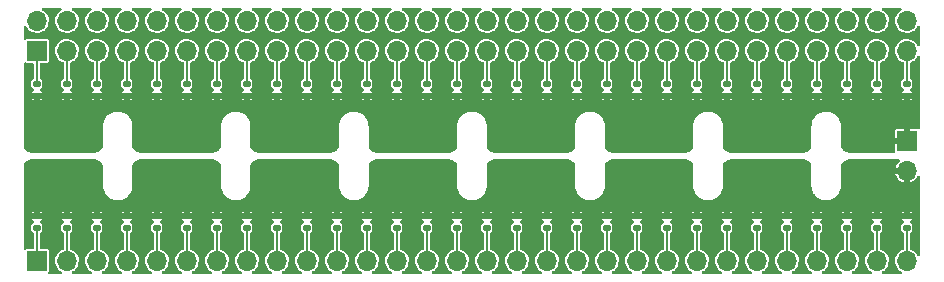
<source format=gbr>
%TF.GenerationSoftware,KiCad,Pcbnew,6.0.7+dfsg-1~bpo11+1*%
%TF.CreationDate,2022-10-18T02:59:46+00:00*%
%TF.ProjectId,0204-OUTLETS,30323034-2d4f-4555-944c-4554532e6b69,V1.0*%
%TF.SameCoordinates,Original*%
%TF.FileFunction,Copper,L1,Top*%
%TF.FilePolarity,Positive*%
%FSLAX46Y46*%
G04 Gerber Fmt 4.6, Leading zero omitted, Abs format (unit mm)*
G04 Created by KiCad (PCBNEW 6.0.7+dfsg-1~bpo11+1) date 2022-10-18 02:59:46*
%MOMM*%
%LPD*%
G01*
G04 APERTURE LIST*
G04 Aperture macros list*
%AMRoundRect*
0 Rectangle with rounded corners*
0 $1 Rounding radius*
0 $2 $3 $4 $5 $6 $7 $8 $9 X,Y pos of 4 corners*
0 Add a 4 corners polygon primitive as box body*
4,1,4,$2,$3,$4,$5,$6,$7,$8,$9,$2,$3,0*
0 Add four circle primitives for the rounded corners*
1,1,$1+$1,$2,$3*
1,1,$1+$1,$4,$5*
1,1,$1+$1,$6,$7*
1,1,$1+$1,$8,$9*
0 Add four rect primitives between the rounded corners*
20,1,$1+$1,$2,$3,$4,$5,0*
20,1,$1+$1,$4,$5,$6,$7,0*
20,1,$1+$1,$6,$7,$8,$9,0*
20,1,$1+$1,$8,$9,$2,$3,0*%
G04 Aperture macros list end*
%TA.AperFunction,SMDPad,CuDef*%
%ADD10RoundRect,0.135000X0.185000X-0.135000X0.185000X0.135000X-0.185000X0.135000X-0.185000X-0.135000X0*%
%TD*%
%TA.AperFunction,ComponentPad*%
%ADD11R,1.700000X1.700000*%
%TD*%
%TA.AperFunction,ComponentPad*%
%ADD12O,1.700000X1.700000*%
%TD*%
%TA.AperFunction,ViaPad*%
%ADD13C,0.500000*%
%TD*%
%TA.AperFunction,Conductor*%
%ADD14C,0.200000*%
%TD*%
G04 APERTURE END LIST*
D10*
%TO.P,R15,1*%
%TO.N,/L05*%
X12220000Y4062000D03*
%TO.P,R15,2*%
%TO.N,GND*%
X12220000Y5082000D03*
%TD*%
%TO.P,R44,1*%
%TO.N,VCC*%
X60480000Y15238000D03*
%TO.P,R44,2*%
%TO.N,/L24*%
X60480000Y16258000D03*
%TD*%
%TO.P,R40,1*%
%TO.N,/L20*%
X50320000Y4062000D03*
%TO.P,R40,2*%
%TO.N,GND*%
X50320000Y5082000D03*
%TD*%
%TO.P,R10,1*%
%TO.N,VCC*%
X24920000Y15238000D03*
%TO.P,R10,2*%
%TO.N,/L10*%
X24920000Y16258000D03*
%TD*%
%TO.P,R17,1*%
%TO.N,/L07*%
X17300000Y4062000D03*
%TO.P,R17,2*%
%TO.N,GND*%
X17300000Y5082000D03*
%TD*%
%TO.P,R21,1*%
%TO.N,VCC*%
X27460000Y15238000D03*
%TO.P,R21,2*%
%TO.N,/L11*%
X27460000Y16258000D03*
%TD*%
%TO.P,R50,1*%
%TO.N,VCC*%
X75720000Y15238000D03*
%TO.P,R50,2*%
%TO.N,/L30*%
X75720000Y16258000D03*
%TD*%
%TO.P,R53,1*%
%TO.N,/L23*%
X57940000Y4062000D03*
%TO.P,R53,2*%
%TO.N,GND*%
X57940000Y5082000D03*
%TD*%
D11*
%TO.P,J1,1,Pin_1*%
%TO.N,/L01*%
X2060000Y1270000D03*
D12*
%TO.P,J1,2,Pin_2*%
%TO.N,/L02*%
X4600000Y1270000D03*
%TO.P,J1,3,Pin_3*%
%TO.N,/L03*%
X7140000Y1270000D03*
%TO.P,J1,4,Pin_4*%
%TO.N,/L04*%
X9680000Y1270000D03*
%TO.P,J1,5,Pin_5*%
%TO.N,/L05*%
X12220000Y1270000D03*
%TO.P,J1,6,Pin_6*%
%TO.N,/L06*%
X14760000Y1270000D03*
%TO.P,J1,7,Pin_7*%
%TO.N,/L07*%
X17300000Y1270000D03*
%TO.P,J1,8,Pin_8*%
%TO.N,/L08*%
X19840000Y1270000D03*
%TO.P,J1,9,Pin_9*%
%TO.N,/L09*%
X22380000Y1270000D03*
%TO.P,J1,10,Pin_10*%
%TO.N,/L10*%
X24920000Y1270000D03*
%TO.P,J1,11,Pin_11*%
%TO.N,/L11*%
X27460000Y1270000D03*
%TO.P,J1,12,Pin_12*%
%TO.N,/L12*%
X30000000Y1270000D03*
%TO.P,J1,13,Pin_13*%
%TO.N,/L13*%
X32540000Y1270000D03*
%TO.P,J1,14,Pin_14*%
%TO.N,/L14*%
X35080000Y1270000D03*
%TO.P,J1,15,Pin_15*%
%TO.N,/L15*%
X37620000Y1270000D03*
%TO.P,J1,16,Pin_16*%
%TO.N,/L16*%
X40160000Y1270000D03*
%TO.P,J1,17,Pin_17*%
%TO.N,/L17*%
X42700000Y1270000D03*
%TO.P,J1,18,Pin_18*%
%TO.N,/L18*%
X45240000Y1270000D03*
%TO.P,J1,19,Pin_19*%
%TO.N,/L19*%
X47780000Y1270000D03*
%TO.P,J1,20,Pin_20*%
%TO.N,/L20*%
X50320000Y1270000D03*
%TO.P,J1,21,Pin_21*%
%TO.N,/L21*%
X52860000Y1270000D03*
%TO.P,J1,22,Pin_22*%
%TO.N,/L22*%
X55400000Y1270000D03*
%TO.P,J1,23,Pin_23*%
%TO.N,/L23*%
X57940000Y1270000D03*
%TO.P,J1,24,Pin_24*%
%TO.N,/L24*%
X60480000Y1270000D03*
%TO.P,J1,25,Pin_25*%
%TO.N,/L25*%
X63020000Y1270000D03*
%TO.P,J1,26,Pin_26*%
%TO.N,/L26*%
X65560000Y1270000D03*
%TO.P,J1,27,Pin_27*%
%TO.N,/L27*%
X68100000Y1270000D03*
%TO.P,J1,28,Pin_28*%
%TO.N,/L28*%
X70640000Y1270000D03*
%TO.P,J1,29,Pin_29*%
%TO.N,/L29*%
X73180000Y1270000D03*
%TO.P,J1,30,Pin_30*%
%TO.N,/L30*%
X75720000Y1270000D03*
%TD*%
D10*
%TO.P,R20,1*%
%TO.N,/L10*%
X24920000Y4062000D03*
%TO.P,R20,2*%
%TO.N,GND*%
X24920000Y5082000D03*
%TD*%
%TO.P,R45,1*%
%TO.N,VCC*%
X63020000Y15238000D03*
%TO.P,R45,2*%
%TO.N,/L25*%
X63020000Y16258000D03*
%TD*%
%TO.P,R24,1*%
%TO.N,VCC*%
X35080000Y15238000D03*
%TO.P,R24,2*%
%TO.N,/L14*%
X35080000Y16258000D03*
%TD*%
%TO.P,R19,1*%
%TO.N,/L09*%
X22380000Y4062000D03*
%TO.P,R19,2*%
%TO.N,GND*%
X22380000Y5082000D03*
%TD*%
%TO.P,R18,1*%
%TO.N,/L08*%
X19840000Y4062000D03*
%TO.P,R18,2*%
%TO.N,GND*%
X19840000Y5082000D03*
%TD*%
%TO.P,R37,1*%
%TO.N,/L17*%
X42700000Y4062000D03*
%TO.P,R37,2*%
%TO.N,GND*%
X42700000Y5082000D03*
%TD*%
%TO.P,R28,1*%
%TO.N,VCC*%
X45240000Y15238000D03*
%TO.P,R28,2*%
%TO.N,/L18*%
X45240000Y16258000D03*
%TD*%
%TO.P,R22,1*%
%TO.N,VCC*%
X30000000Y15238000D03*
%TO.P,R22,2*%
%TO.N,/L12*%
X30000000Y16258000D03*
%TD*%
%TO.P,R47,1*%
%TO.N,VCC*%
X68100000Y15238000D03*
%TO.P,R47,2*%
%TO.N,/L27*%
X68100000Y16258000D03*
%TD*%
%TO.P,R23,1*%
%TO.N,VCC*%
X32540000Y15238000D03*
%TO.P,R23,2*%
%TO.N,/L13*%
X32540000Y16258000D03*
%TD*%
%TO.P,R59,1*%
%TO.N,/L29*%
X73180000Y4062000D03*
%TO.P,R59,2*%
%TO.N,GND*%
X73180000Y5082000D03*
%TD*%
%TO.P,R6,1*%
%TO.N,VCC*%
X14760000Y15238000D03*
%TO.P,R6,2*%
%TO.N,/L06*%
X14760000Y16258000D03*
%TD*%
%TO.P,R2,1*%
%TO.N,VCC*%
X4600000Y15238000D03*
%TO.P,R2,2*%
%TO.N,/L02*%
X4600000Y16258000D03*
%TD*%
%TO.P,R7,1*%
%TO.N,VCC*%
X17300000Y15238000D03*
%TO.P,R7,2*%
%TO.N,/L07*%
X17300000Y16258000D03*
%TD*%
%TO.P,R31,1*%
%TO.N,/L11*%
X27460000Y4062000D03*
%TO.P,R31,2*%
%TO.N,GND*%
X27460000Y5082000D03*
%TD*%
%TO.P,R13,1*%
%TO.N,/L03*%
X7140000Y4062000D03*
%TO.P,R13,2*%
%TO.N,GND*%
X7140000Y5082000D03*
%TD*%
%TO.P,R42,1*%
%TO.N,VCC*%
X55400000Y15238000D03*
%TO.P,R42,2*%
%TO.N,/L22*%
X55400000Y16258000D03*
%TD*%
%TO.P,R11,1*%
%TO.N,/L01*%
X2060000Y4062000D03*
%TO.P,R11,2*%
%TO.N,GND*%
X2060000Y5082000D03*
%TD*%
%TO.P,R49,1*%
%TO.N,VCC*%
X73180000Y15238000D03*
%TO.P,R49,2*%
%TO.N,/L29*%
X73180000Y16258000D03*
%TD*%
%TO.P,R32,1*%
%TO.N,/L12*%
X30000000Y4062000D03*
%TO.P,R32,2*%
%TO.N,GND*%
X30000000Y5082000D03*
%TD*%
%TO.P,R29,1*%
%TO.N,VCC*%
X47780000Y15238000D03*
%TO.P,R29,2*%
%TO.N,/L19*%
X47780000Y16258000D03*
%TD*%
%TO.P,R43,1*%
%TO.N,VCC*%
X57940000Y15238000D03*
%TO.P,R43,2*%
%TO.N,/L23*%
X57940000Y16258000D03*
%TD*%
%TO.P,R9,1*%
%TO.N,VCC*%
X22380000Y15238000D03*
%TO.P,R9,2*%
%TO.N,/L09*%
X22380000Y16258000D03*
%TD*%
%TO.P,R30,1*%
%TO.N,VCC*%
X50320000Y15238000D03*
%TO.P,R30,2*%
%TO.N,/L20*%
X50320000Y16258000D03*
%TD*%
%TO.P,R34,1*%
%TO.N,/L14*%
X35080000Y4062000D03*
%TO.P,R34,2*%
%TO.N,GND*%
X35080000Y5082000D03*
%TD*%
%TO.P,R60,1*%
%TO.N,/L30*%
X75720000Y4062000D03*
%TO.P,R60,2*%
%TO.N,GND*%
X75720000Y5082000D03*
%TD*%
%TO.P,R54,1*%
%TO.N,/L24*%
X60480000Y4062000D03*
%TO.P,R54,2*%
%TO.N,GND*%
X60480000Y5082000D03*
%TD*%
%TO.P,R57,1*%
%TO.N,/L27*%
X68100000Y4062000D03*
%TO.P,R57,2*%
%TO.N,GND*%
X68100000Y5082000D03*
%TD*%
%TO.P,R12,1*%
%TO.N,/L02*%
X4600000Y4062000D03*
%TO.P,R12,2*%
%TO.N,GND*%
X4600000Y5082000D03*
%TD*%
%TO.P,R39,1*%
%TO.N,/L19*%
X47780000Y4062000D03*
%TO.P,R39,2*%
%TO.N,GND*%
X47780000Y5082000D03*
%TD*%
%TO.P,R41,1*%
%TO.N,VCC*%
X52860000Y15238000D03*
%TO.P,R41,2*%
%TO.N,/L21*%
X52860000Y16258000D03*
%TD*%
%TO.P,R36,1*%
%TO.N,/L16*%
X40160000Y4062000D03*
%TO.P,R36,2*%
%TO.N,GND*%
X40160000Y5082000D03*
%TD*%
%TO.P,R46,1*%
%TO.N,VCC*%
X65560000Y15238000D03*
%TO.P,R46,2*%
%TO.N,/L26*%
X65560000Y16258000D03*
%TD*%
%TO.P,R1,1*%
%TO.N,VCC*%
X2060000Y15238000D03*
%TO.P,R1,2*%
%TO.N,/L01*%
X2060000Y16258000D03*
%TD*%
%TO.P,R4,1*%
%TO.N,VCC*%
X9680000Y15238000D03*
%TO.P,R4,2*%
%TO.N,/L04*%
X9680000Y16258000D03*
%TD*%
%TO.P,R5,1*%
%TO.N,VCC*%
X12220000Y15238000D03*
%TO.P,R5,2*%
%TO.N,/L05*%
X12220000Y16258000D03*
%TD*%
%TO.P,R26,1*%
%TO.N,VCC*%
X40160000Y15238000D03*
%TO.P,R26,2*%
%TO.N,/L16*%
X40160000Y16258000D03*
%TD*%
%TO.P,R51,1*%
%TO.N,/L21*%
X52860000Y4062000D03*
%TO.P,R51,2*%
%TO.N,GND*%
X52860000Y5082000D03*
%TD*%
%TO.P,R38,1*%
%TO.N,/L18*%
X45240000Y4062000D03*
%TO.P,R38,2*%
%TO.N,GND*%
X45240000Y5082000D03*
%TD*%
%TO.P,R48,1*%
%TO.N,VCC*%
X70640000Y15238000D03*
%TO.P,R48,2*%
%TO.N,/L28*%
X70640000Y16258000D03*
%TD*%
%TO.P,R52,1*%
%TO.N,/L22*%
X55400000Y4062000D03*
%TO.P,R52,2*%
%TO.N,GND*%
X55400000Y5082000D03*
%TD*%
%TO.P,R25,1*%
%TO.N,VCC*%
X37620000Y15238000D03*
%TO.P,R25,2*%
%TO.N,/L15*%
X37620000Y16258000D03*
%TD*%
D11*
%TO.P,J3,1,Pin_1*%
%TO.N,VCC*%
X75720000Y11435000D03*
D12*
%TO.P,J3,2,Pin_2*%
%TO.N,GND*%
X75720000Y8895000D03*
%TD*%
D10*
%TO.P,R56,1*%
%TO.N,/L26*%
X65560000Y4062000D03*
%TO.P,R56,2*%
%TO.N,GND*%
X65560000Y5082000D03*
%TD*%
D11*
%TO.P,J2,1,Pin_1*%
%TO.N,/L01*%
X2060000Y19050000D03*
D12*
%TO.P,J2,2,Pin_2*%
X2060000Y21590000D03*
%TO.P,J2,3,Pin_3*%
%TO.N,/L02*%
X4600000Y19050000D03*
%TO.P,J2,4,Pin_4*%
X4600000Y21590000D03*
%TO.P,J2,5,Pin_5*%
%TO.N,/L03*%
X7140000Y19050000D03*
%TO.P,J2,6,Pin_6*%
X7140000Y21590000D03*
%TO.P,J2,7,Pin_7*%
%TO.N,/L04*%
X9680000Y19050000D03*
%TO.P,J2,8,Pin_8*%
X9680000Y21590000D03*
%TO.P,J2,9,Pin_9*%
%TO.N,/L05*%
X12220000Y19050000D03*
%TO.P,J2,10,Pin_10*%
X12220000Y21590000D03*
%TO.P,J2,11,Pin_11*%
%TO.N,/L06*%
X14760000Y19050000D03*
%TO.P,J2,12,Pin_12*%
X14760000Y21590000D03*
%TO.P,J2,13,Pin_13*%
%TO.N,/L07*%
X17300000Y19050000D03*
%TO.P,J2,14,Pin_14*%
X17300000Y21590000D03*
%TO.P,J2,15,Pin_15*%
%TO.N,/L08*%
X19840000Y19050000D03*
%TO.P,J2,16,Pin_16*%
X19840000Y21590000D03*
%TO.P,J2,17,Pin_17*%
%TO.N,/L09*%
X22380000Y19050000D03*
%TO.P,J2,18,Pin_18*%
X22380000Y21590000D03*
%TO.P,J2,19,Pin_19*%
%TO.N,/L10*%
X24920000Y19050000D03*
%TO.P,J2,20,Pin_20*%
X24920000Y21590000D03*
%TO.P,J2,21,Pin_21*%
%TO.N,/L11*%
X27460000Y19050000D03*
%TO.P,J2,22,Pin_22*%
X27460000Y21590000D03*
%TO.P,J2,23,Pin_23*%
%TO.N,/L12*%
X30000000Y19050000D03*
%TO.P,J2,24,Pin_24*%
X30000000Y21590000D03*
%TO.P,J2,25,Pin_25*%
%TO.N,/L13*%
X32540000Y19050000D03*
%TO.P,J2,26,Pin_26*%
X32540000Y21590000D03*
%TO.P,J2,27,Pin_27*%
%TO.N,/L14*%
X35080000Y19050000D03*
%TO.P,J2,28,Pin_28*%
X35080000Y21590000D03*
%TO.P,J2,29,Pin_29*%
%TO.N,/L15*%
X37620000Y19050000D03*
%TO.P,J2,30,Pin_30*%
X37620000Y21590000D03*
%TO.P,J2,31,Pin_31*%
%TO.N,/L16*%
X40160000Y19050000D03*
%TO.P,J2,32,Pin_32*%
X40160000Y21590000D03*
%TO.P,J2,33,Pin_33*%
%TO.N,/L17*%
X42700000Y19050000D03*
%TO.P,J2,34,Pin_34*%
X42700000Y21590000D03*
%TO.P,J2,35,Pin_35*%
%TO.N,/L18*%
X45240000Y19050000D03*
%TO.P,J2,36,Pin_36*%
X45240000Y21590000D03*
%TO.P,J2,37,Pin_37*%
%TO.N,/L19*%
X47780000Y19050000D03*
%TO.P,J2,38,Pin_38*%
X47780000Y21590000D03*
%TO.P,J2,39,Pin_39*%
%TO.N,/L20*%
X50320000Y19050000D03*
%TO.P,J2,40,Pin_40*%
X50320000Y21590000D03*
%TO.P,J2,41,Pin_41*%
%TO.N,/L21*%
X52860000Y19050000D03*
%TO.P,J2,42,Pin_42*%
X52860000Y21590000D03*
%TO.P,J2,43,Pin_43*%
%TO.N,/L22*%
X55400000Y19050000D03*
%TO.P,J2,44,Pin_44*%
X55400000Y21590000D03*
%TO.P,J2,45,Pin_45*%
%TO.N,/L23*%
X57940000Y19050000D03*
%TO.P,J2,46,Pin_46*%
X57940000Y21590000D03*
%TO.P,J2,47,Pin_47*%
%TO.N,/L24*%
X60480000Y19050000D03*
%TO.P,J2,48,Pin_48*%
X60480000Y21590000D03*
%TO.P,J2,49,Pin_49*%
%TO.N,/L25*%
X63020000Y19050000D03*
%TO.P,J2,50,Pin_50*%
X63020000Y21590000D03*
%TO.P,J2,51,Pin_51*%
%TO.N,/L26*%
X65560000Y19050000D03*
%TO.P,J2,52,Pin_52*%
X65560000Y21590000D03*
%TO.P,J2,53,Pin_53*%
%TO.N,/L27*%
X68100000Y19050000D03*
%TO.P,J2,54,Pin_54*%
X68100000Y21590000D03*
%TO.P,J2,55,Pin_55*%
%TO.N,/L28*%
X70640000Y19050000D03*
%TO.P,J2,56,Pin_56*%
X70640000Y21590000D03*
%TO.P,J2,57,Pin_57*%
%TO.N,/L29*%
X73180000Y19050000D03*
%TO.P,J2,58,Pin_58*%
X73180000Y21590000D03*
%TO.P,J2,59,Pin_59*%
%TO.N,/L30*%
X75720000Y19050000D03*
%TO.P,J2,60,Pin_60*%
X75720000Y21590000D03*
%TD*%
D10*
%TO.P,R14,1*%
%TO.N,/L04*%
X9680000Y4062000D03*
%TO.P,R14,2*%
%TO.N,GND*%
X9680000Y5082000D03*
%TD*%
%TO.P,R16,1*%
%TO.N,/L06*%
X14760000Y4062000D03*
%TO.P,R16,2*%
%TO.N,GND*%
X14760000Y5082000D03*
%TD*%
%TO.P,R27,1*%
%TO.N,VCC*%
X42700000Y15238000D03*
%TO.P,R27,2*%
%TO.N,/L17*%
X42700000Y16258000D03*
%TD*%
%TO.P,R33,1*%
%TO.N,/L13*%
X32540000Y4062000D03*
%TO.P,R33,2*%
%TO.N,GND*%
X32540000Y5082000D03*
%TD*%
%TO.P,R58,1*%
%TO.N,/L28*%
X70640000Y4062000D03*
%TO.P,R58,2*%
%TO.N,GND*%
X70640000Y5082000D03*
%TD*%
%TO.P,R3,1*%
%TO.N,VCC*%
X7140000Y15238000D03*
%TO.P,R3,2*%
%TO.N,/L03*%
X7140000Y16258000D03*
%TD*%
%TO.P,R35,1*%
%TO.N,/L15*%
X37620000Y4062000D03*
%TO.P,R35,2*%
%TO.N,GND*%
X37620000Y5082000D03*
%TD*%
%TO.P,R55,1*%
%TO.N,/L25*%
X63020000Y4062000D03*
%TO.P,R55,2*%
%TO.N,GND*%
X63020000Y5082000D03*
%TD*%
%TO.P,R8,1*%
%TO.N,VCC*%
X19840000Y15238000D03*
%TO.P,R8,2*%
%TO.N,/L08*%
X19840000Y16258000D03*
%TD*%
D13*
%TO.N,VCC*%
X26190000Y15240000D03*
X66830000Y15240000D03*
X5870000Y15240000D03*
X60734000Y11176000D03*
X65814000Y11176000D03*
X47018000Y11176000D03*
X22126000Y11176000D03*
X3330000Y11176000D03*
X71910000Y15240000D03*
X69370000Y15240000D03*
X1552000Y11176000D03*
X30762000Y11176000D03*
X25174000Y11176000D03*
X41430000Y15240000D03*
X7140000Y11176000D03*
X55654000Y11176000D03*
X52606000Y11176000D03*
X46510000Y15240000D03*
X49050000Y15240000D03*
X56670000Y15240000D03*
X74450000Y15240000D03*
X59210000Y15240000D03*
X26952000Y11176000D03*
X40668000Y11176000D03*
X28730000Y15240000D03*
X11966000Y11176000D03*
X17046000Y11176000D03*
X37112000Y11176000D03*
X38890000Y15240000D03*
X45494000Y11176000D03*
X61750000Y15240000D03*
X36350000Y15240000D03*
X71910000Y12700000D03*
X10696000Y11176000D03*
X18570000Y15240000D03*
X50828000Y11176000D03*
X15014000Y11176000D03*
X16030000Y15240000D03*
X21110000Y15240000D03*
X5870000Y11176000D03*
X32286000Y11176000D03*
X3330000Y15240000D03*
X8410000Y15240000D03*
X67084000Y11176000D03*
X10950000Y15240000D03*
X62766000Y11176000D03*
X35334000Y11176000D03*
X56924000Y11176000D03*
X20856000Y11176000D03*
X51590000Y15240000D03*
X31270000Y15240000D03*
X42446000Y11176000D03*
%TO.N,GND*%
X66830000Y5080000D03*
X61750000Y5080000D03*
X41430000Y5080000D03*
X30762000Y9144000D03*
X26190000Y5080000D03*
X10696000Y9144000D03*
X59210000Y5080000D03*
X37112000Y9144000D03*
X20856000Y9144000D03*
X8410000Y5080000D03*
X25174000Y9144000D03*
X38890000Y5080000D03*
X3330000Y9144000D03*
X28730000Y5080000D03*
X3330000Y5080000D03*
X40668000Y9144000D03*
X45494000Y9144000D03*
X52606000Y9144000D03*
X49050000Y5080000D03*
X56924000Y9144000D03*
X31270000Y5080000D03*
X62766000Y9144000D03*
X5870000Y9144000D03*
X11966000Y9144000D03*
X71910000Y7620000D03*
X46510000Y5080000D03*
X1552000Y9144000D03*
X10950000Y5080000D03*
X67084000Y9144000D03*
X65814000Y9144000D03*
X22126000Y9144000D03*
X7140000Y9144000D03*
X26952000Y9144000D03*
X51590000Y5080000D03*
X60734000Y9144000D03*
X36350000Y5080000D03*
X5870000Y5080000D03*
X18570000Y5080000D03*
X50828000Y9144000D03*
X42446000Y9144000D03*
X69370000Y5080000D03*
X21110000Y5080000D03*
X56670000Y5080000D03*
X17046000Y9144000D03*
X74450000Y5080000D03*
X16030000Y5080000D03*
X47018000Y9144000D03*
X71910000Y5080000D03*
X32286000Y9144000D03*
X35334000Y9144000D03*
X55654000Y9144000D03*
X15014000Y9144000D03*
%TD*%
D14*
%TO.N,/L01*%
X2060000Y4062000D02*
X2060000Y1270000D01*
X2060000Y16258000D02*
X2060000Y19050000D01*
%TO.N,/L02*%
X4600000Y16258000D02*
X4600000Y19050000D01*
X4600000Y4062000D02*
X4600000Y1270000D01*
%TO.N,/L03*%
X7140000Y16258000D02*
X7140000Y19050000D01*
X7140000Y4062000D02*
X7140000Y1270000D01*
%TO.N,/L04*%
X9680000Y16258000D02*
X9680000Y19050000D01*
X9680000Y4062000D02*
X9680000Y1270000D01*
%TO.N,/L05*%
X12220000Y16258000D02*
X12220000Y19050000D01*
X12220000Y4062000D02*
X12220000Y1270000D01*
%TO.N,/L06*%
X14760000Y16258000D02*
X14760000Y19050000D01*
X14760000Y4062000D02*
X14760000Y1270000D01*
%TO.N,/L07*%
X17300000Y16258000D02*
X17300000Y19050000D01*
X17300000Y4062000D02*
X17300000Y1270000D01*
%TO.N,/L08*%
X19840000Y16258000D02*
X19840000Y19050000D01*
X19840000Y4062000D02*
X19840000Y1270000D01*
%TO.N,/L30*%
X75720000Y16258000D02*
X75720000Y19050000D01*
X75720000Y4062000D02*
X75720000Y1270000D01*
%TO.N,/L29*%
X73180000Y16258000D02*
X73180000Y19050000D01*
X73180000Y4062000D02*
X73180000Y1270000D01*
%TO.N,/L28*%
X70640000Y4062000D02*
X70640000Y1270000D01*
X70640000Y16258000D02*
X70640000Y19050000D01*
%TO.N,/L27*%
X68100000Y16258000D02*
X68100000Y19050000D01*
X68100000Y4062000D02*
X68100000Y1270000D01*
%TO.N,/L26*%
X65560000Y16258000D02*
X65560000Y19050000D01*
X65560000Y1270000D02*
X65560000Y4062000D01*
%TO.N,/L25*%
X63020000Y16258000D02*
X63020000Y19050000D01*
X63020000Y4062000D02*
X63020000Y1270000D01*
%TO.N,/L24*%
X60480000Y16258000D02*
X60480000Y19050000D01*
X60480000Y1270000D02*
X60480000Y4062000D01*
%TO.N,/L23*%
X57940000Y4062000D02*
X57940000Y1270000D01*
X57940000Y16258000D02*
X57940000Y19050000D01*
%TO.N,/L22*%
X55400000Y4062000D02*
X55400000Y1270000D01*
X55400000Y16258000D02*
X55400000Y19050000D01*
%TO.N,/L21*%
X52860000Y4062000D02*
X52860000Y1270000D01*
X52860000Y16258000D02*
X52860000Y19050000D01*
%TO.N,/L20*%
X50320000Y16258000D02*
X50320000Y19050000D01*
X50320000Y1270000D02*
X50320000Y4062000D01*
%TO.N,/L19*%
X47780000Y16258000D02*
X47780000Y19050000D01*
X47780000Y1270000D02*
X47780000Y4062000D01*
%TO.N,/L18*%
X45240000Y16258000D02*
X45240000Y19050000D01*
X45240000Y1270000D02*
X45240000Y4062000D01*
%TO.N,/L17*%
X42700000Y16258000D02*
X42700000Y19050000D01*
X42700000Y4062000D02*
X42700000Y1270000D01*
%TO.N,/L16*%
X40160000Y4062000D02*
X40160000Y1270000D01*
X40160000Y16258000D02*
X40160000Y19050000D01*
%TO.N,/L15*%
X37620000Y4062000D02*
X37620000Y1270000D01*
X37620000Y16258000D02*
X37620000Y19050000D01*
%TO.N,/L14*%
X35080000Y16258000D02*
X35080000Y19050000D01*
X35080000Y4062000D02*
X35080000Y1270000D01*
%TO.N,/L13*%
X32540000Y16258000D02*
X32540000Y19050000D01*
X32540000Y4062000D02*
X32540000Y1270000D01*
%TO.N,/L12*%
X30000000Y16258000D02*
X30000000Y19050000D01*
X30000000Y4062000D02*
X30000000Y1270000D01*
%TO.N,/L11*%
X27460000Y16258000D02*
X27460000Y19050000D01*
X27460000Y4062000D02*
X27460000Y1270000D01*
%TO.N,/L10*%
X24920000Y4062000D02*
X24920000Y1270000D01*
X24920000Y16258000D02*
X24920000Y19050000D01*
%TO.N,/L09*%
X22380000Y16258000D02*
X22380000Y19050000D01*
X22380000Y4062000D02*
X22380000Y1270000D01*
%TD*%
%TA.AperFunction,Conductor*%
%TO.N,VCC*%
G36*
X4136928Y22689498D02*
G01*
X4183421Y22635842D01*
X4193525Y22565568D01*
X4164031Y22500988D01*
X4127182Y22471838D01*
X4054972Y22434088D01*
X4054968Y22434085D01*
X4049512Y22431233D01*
X4044712Y22427373D01*
X4044711Y22427373D01*
X4031361Y22416639D01*
X3896600Y22308289D01*
X3770480Y22157984D01*
X3767516Y22152592D01*
X3767513Y22152588D01*
X3750200Y22121095D01*
X3675956Y21986046D01*
X3616628Y21799022D01*
X3594757Y21604037D01*
X3611175Y21408517D01*
X3665258Y21219909D01*
X3668076Y21214426D01*
X3752123Y21050887D01*
X3752126Y21050883D01*
X3754944Y21045399D01*
X3876818Y20891631D01*
X4026238Y20764465D01*
X4031616Y20761459D01*
X4031618Y20761458D01*
X4067932Y20741163D01*
X4197513Y20668743D01*
X4384118Y20608111D01*
X4578946Y20584879D01*
X4585081Y20585351D01*
X4585083Y20585351D01*
X4768434Y20599459D01*
X4768438Y20599460D01*
X4774576Y20599932D01*
X4963556Y20652697D01*
X5138689Y20741163D01*
X5168515Y20764465D01*
X5288453Y20858171D01*
X5293303Y20861960D01*
X5323084Y20896461D01*
X5417485Y21005827D01*
X5417485Y21005828D01*
X5421509Y21010489D01*
X5518425Y21181091D01*
X5580358Y21367268D01*
X5604949Y21561929D01*
X5605341Y21590000D01*
X5586194Y21785272D01*
X5584413Y21791171D01*
X5584412Y21791176D01*
X5531265Y21967207D01*
X5529484Y21973106D01*
X5437370Y22146347D01*
X5313361Y22298398D01*
X5162180Y22423465D01*
X5125504Y22443296D01*
X5071189Y22472664D01*
X5020780Y22522659D01*
X5005403Y22591971D01*
X5029939Y22658593D01*
X5086599Y22701373D01*
X5131118Y22709500D01*
X6608807Y22709500D01*
X6676928Y22689498D01*
X6723421Y22635842D01*
X6733525Y22565568D01*
X6704031Y22500988D01*
X6667182Y22471838D01*
X6594972Y22434088D01*
X6594968Y22434085D01*
X6589512Y22431233D01*
X6584712Y22427373D01*
X6584711Y22427373D01*
X6571361Y22416639D01*
X6436600Y22308289D01*
X6310480Y22157984D01*
X6307516Y22152592D01*
X6307513Y22152588D01*
X6290200Y22121095D01*
X6215956Y21986046D01*
X6156628Y21799022D01*
X6134757Y21604037D01*
X6151175Y21408517D01*
X6205258Y21219909D01*
X6208076Y21214426D01*
X6292123Y21050887D01*
X6292126Y21050883D01*
X6294944Y21045399D01*
X6416818Y20891631D01*
X6566238Y20764465D01*
X6571616Y20761459D01*
X6571618Y20761458D01*
X6607932Y20741163D01*
X6737513Y20668743D01*
X6924118Y20608111D01*
X7118946Y20584879D01*
X7125081Y20585351D01*
X7125083Y20585351D01*
X7308434Y20599459D01*
X7308438Y20599460D01*
X7314576Y20599932D01*
X7503556Y20652697D01*
X7678689Y20741163D01*
X7708515Y20764465D01*
X7828453Y20858171D01*
X7833303Y20861960D01*
X7863084Y20896461D01*
X7957485Y21005827D01*
X7957485Y21005828D01*
X7961509Y21010489D01*
X8058425Y21181091D01*
X8120358Y21367268D01*
X8144949Y21561929D01*
X8145341Y21590000D01*
X8126194Y21785272D01*
X8124413Y21791171D01*
X8124412Y21791176D01*
X8071265Y21967207D01*
X8069484Y21973106D01*
X7977370Y22146347D01*
X7853361Y22298398D01*
X7702180Y22423465D01*
X7665504Y22443296D01*
X7611189Y22472664D01*
X7560780Y22522659D01*
X7545403Y22591971D01*
X7569939Y22658593D01*
X7626599Y22701373D01*
X7671118Y22709500D01*
X9148807Y22709500D01*
X9216928Y22689498D01*
X9263421Y22635842D01*
X9273525Y22565568D01*
X9244031Y22500988D01*
X9207182Y22471838D01*
X9134972Y22434088D01*
X9134968Y22434085D01*
X9129512Y22431233D01*
X9124712Y22427373D01*
X9124711Y22427373D01*
X9111361Y22416639D01*
X8976600Y22308289D01*
X8850480Y22157984D01*
X8847516Y22152592D01*
X8847513Y22152588D01*
X8830200Y22121095D01*
X8755956Y21986046D01*
X8696628Y21799022D01*
X8674757Y21604037D01*
X8691175Y21408517D01*
X8745258Y21219909D01*
X8748076Y21214426D01*
X8832123Y21050887D01*
X8832126Y21050883D01*
X8834944Y21045399D01*
X8956818Y20891631D01*
X9106238Y20764465D01*
X9111616Y20761459D01*
X9111618Y20761458D01*
X9147932Y20741163D01*
X9277513Y20668743D01*
X9464118Y20608111D01*
X9658946Y20584879D01*
X9665081Y20585351D01*
X9665083Y20585351D01*
X9848434Y20599459D01*
X9848438Y20599460D01*
X9854576Y20599932D01*
X10043556Y20652697D01*
X10218689Y20741163D01*
X10248515Y20764465D01*
X10368453Y20858171D01*
X10373303Y20861960D01*
X10403084Y20896461D01*
X10497485Y21005827D01*
X10497485Y21005828D01*
X10501509Y21010489D01*
X10598425Y21181091D01*
X10660358Y21367268D01*
X10684949Y21561929D01*
X10685341Y21590000D01*
X10666194Y21785272D01*
X10664413Y21791171D01*
X10664412Y21791176D01*
X10611265Y21967207D01*
X10609484Y21973106D01*
X10517370Y22146347D01*
X10393361Y22298398D01*
X10242180Y22423465D01*
X10205504Y22443296D01*
X10151189Y22472664D01*
X10100780Y22522659D01*
X10085403Y22591971D01*
X10109939Y22658593D01*
X10166599Y22701373D01*
X10211118Y22709500D01*
X11688807Y22709500D01*
X11756928Y22689498D01*
X11803421Y22635842D01*
X11813525Y22565568D01*
X11784031Y22500988D01*
X11747182Y22471838D01*
X11674972Y22434088D01*
X11674968Y22434085D01*
X11669512Y22431233D01*
X11664712Y22427373D01*
X11664711Y22427373D01*
X11651361Y22416639D01*
X11516600Y22308289D01*
X11390480Y22157984D01*
X11387516Y22152592D01*
X11387513Y22152588D01*
X11370200Y22121095D01*
X11295956Y21986046D01*
X11236628Y21799022D01*
X11214757Y21604037D01*
X11231175Y21408517D01*
X11285258Y21219909D01*
X11288076Y21214426D01*
X11372123Y21050887D01*
X11372126Y21050883D01*
X11374944Y21045399D01*
X11496818Y20891631D01*
X11646238Y20764465D01*
X11651616Y20761459D01*
X11651618Y20761458D01*
X11687932Y20741163D01*
X11817513Y20668743D01*
X12004118Y20608111D01*
X12198946Y20584879D01*
X12205081Y20585351D01*
X12205083Y20585351D01*
X12388434Y20599459D01*
X12388438Y20599460D01*
X12394576Y20599932D01*
X12583556Y20652697D01*
X12758689Y20741163D01*
X12788515Y20764465D01*
X12908453Y20858171D01*
X12913303Y20861960D01*
X12943084Y20896461D01*
X13037485Y21005827D01*
X13037485Y21005828D01*
X13041509Y21010489D01*
X13138425Y21181091D01*
X13200358Y21367268D01*
X13224949Y21561929D01*
X13225341Y21590000D01*
X13206194Y21785272D01*
X13204413Y21791171D01*
X13204412Y21791176D01*
X13151265Y21967207D01*
X13149484Y21973106D01*
X13057370Y22146347D01*
X12933361Y22298398D01*
X12782180Y22423465D01*
X12745504Y22443296D01*
X12691189Y22472664D01*
X12640780Y22522659D01*
X12625403Y22591971D01*
X12649939Y22658593D01*
X12706599Y22701373D01*
X12751118Y22709500D01*
X14228807Y22709500D01*
X14296928Y22689498D01*
X14343421Y22635842D01*
X14353525Y22565568D01*
X14324031Y22500988D01*
X14287182Y22471838D01*
X14214972Y22434088D01*
X14214968Y22434085D01*
X14209512Y22431233D01*
X14204712Y22427373D01*
X14204711Y22427373D01*
X14191361Y22416639D01*
X14056600Y22308289D01*
X13930480Y22157984D01*
X13927516Y22152592D01*
X13927513Y22152588D01*
X13910200Y22121095D01*
X13835956Y21986046D01*
X13776628Y21799022D01*
X13754757Y21604037D01*
X13771175Y21408517D01*
X13825258Y21219909D01*
X13828076Y21214426D01*
X13912123Y21050887D01*
X13912126Y21050883D01*
X13914944Y21045399D01*
X14036818Y20891631D01*
X14186238Y20764465D01*
X14191616Y20761459D01*
X14191618Y20761458D01*
X14227932Y20741163D01*
X14357513Y20668743D01*
X14544118Y20608111D01*
X14738946Y20584879D01*
X14745081Y20585351D01*
X14745083Y20585351D01*
X14928434Y20599459D01*
X14928438Y20599460D01*
X14934576Y20599932D01*
X15123556Y20652697D01*
X15298689Y20741163D01*
X15328515Y20764465D01*
X15448453Y20858171D01*
X15453303Y20861960D01*
X15483084Y20896461D01*
X15577485Y21005827D01*
X15577485Y21005828D01*
X15581509Y21010489D01*
X15678425Y21181091D01*
X15740358Y21367268D01*
X15764949Y21561929D01*
X15765341Y21590000D01*
X15746194Y21785272D01*
X15744413Y21791171D01*
X15744412Y21791176D01*
X15691265Y21967207D01*
X15689484Y21973106D01*
X15597370Y22146347D01*
X15473361Y22298398D01*
X15322180Y22423465D01*
X15285504Y22443296D01*
X15231189Y22472664D01*
X15180780Y22522659D01*
X15165403Y22591971D01*
X15189939Y22658593D01*
X15246599Y22701373D01*
X15291118Y22709500D01*
X16768807Y22709500D01*
X16836928Y22689498D01*
X16883421Y22635842D01*
X16893525Y22565568D01*
X16864031Y22500988D01*
X16827182Y22471838D01*
X16754972Y22434088D01*
X16754968Y22434085D01*
X16749512Y22431233D01*
X16744712Y22427373D01*
X16744711Y22427373D01*
X16731361Y22416639D01*
X16596600Y22308289D01*
X16470480Y22157984D01*
X16467516Y22152592D01*
X16467513Y22152588D01*
X16450200Y22121095D01*
X16375956Y21986046D01*
X16316628Y21799022D01*
X16294757Y21604037D01*
X16311175Y21408517D01*
X16365258Y21219909D01*
X16368076Y21214426D01*
X16452123Y21050887D01*
X16452126Y21050883D01*
X16454944Y21045399D01*
X16576818Y20891631D01*
X16726238Y20764465D01*
X16731616Y20761459D01*
X16731618Y20761458D01*
X16767932Y20741163D01*
X16897513Y20668743D01*
X17084118Y20608111D01*
X17278946Y20584879D01*
X17285081Y20585351D01*
X17285083Y20585351D01*
X17468434Y20599459D01*
X17468438Y20599460D01*
X17474576Y20599932D01*
X17663556Y20652697D01*
X17838689Y20741163D01*
X17868515Y20764465D01*
X17988453Y20858171D01*
X17993303Y20861960D01*
X18023084Y20896461D01*
X18117485Y21005827D01*
X18117485Y21005828D01*
X18121509Y21010489D01*
X18218425Y21181091D01*
X18280358Y21367268D01*
X18304949Y21561929D01*
X18305341Y21590000D01*
X18286194Y21785272D01*
X18284413Y21791171D01*
X18284412Y21791176D01*
X18231265Y21967207D01*
X18229484Y21973106D01*
X18137370Y22146347D01*
X18013361Y22298398D01*
X17862180Y22423465D01*
X17825504Y22443296D01*
X17771189Y22472664D01*
X17720780Y22522659D01*
X17705403Y22591971D01*
X17729939Y22658593D01*
X17786599Y22701373D01*
X17831118Y22709500D01*
X19308807Y22709500D01*
X19376928Y22689498D01*
X19423421Y22635842D01*
X19433525Y22565568D01*
X19404031Y22500988D01*
X19367182Y22471838D01*
X19294972Y22434088D01*
X19294968Y22434085D01*
X19289512Y22431233D01*
X19284712Y22427373D01*
X19284711Y22427373D01*
X19271361Y22416639D01*
X19136600Y22308289D01*
X19010480Y22157984D01*
X19007516Y22152592D01*
X19007513Y22152588D01*
X18990200Y22121095D01*
X18915956Y21986046D01*
X18856628Y21799022D01*
X18834757Y21604037D01*
X18851175Y21408517D01*
X18905258Y21219909D01*
X18908076Y21214426D01*
X18992123Y21050887D01*
X18992126Y21050883D01*
X18994944Y21045399D01*
X19116818Y20891631D01*
X19266238Y20764465D01*
X19271616Y20761459D01*
X19271618Y20761458D01*
X19307932Y20741163D01*
X19437513Y20668743D01*
X19624118Y20608111D01*
X19818946Y20584879D01*
X19825081Y20585351D01*
X19825083Y20585351D01*
X20008434Y20599459D01*
X20008438Y20599460D01*
X20014576Y20599932D01*
X20203556Y20652697D01*
X20378689Y20741163D01*
X20408515Y20764465D01*
X20528453Y20858171D01*
X20533303Y20861960D01*
X20563084Y20896461D01*
X20657485Y21005827D01*
X20657485Y21005828D01*
X20661509Y21010489D01*
X20758425Y21181091D01*
X20820358Y21367268D01*
X20844949Y21561929D01*
X20845341Y21590000D01*
X20826194Y21785272D01*
X20824413Y21791171D01*
X20824412Y21791176D01*
X20771265Y21967207D01*
X20769484Y21973106D01*
X20677370Y22146347D01*
X20553361Y22298398D01*
X20402180Y22423465D01*
X20365504Y22443296D01*
X20311189Y22472664D01*
X20260780Y22522659D01*
X20245403Y22591971D01*
X20269939Y22658593D01*
X20326599Y22701373D01*
X20371118Y22709500D01*
X21848807Y22709500D01*
X21916928Y22689498D01*
X21963421Y22635842D01*
X21973525Y22565568D01*
X21944031Y22500988D01*
X21907182Y22471838D01*
X21834972Y22434088D01*
X21834968Y22434085D01*
X21829512Y22431233D01*
X21824712Y22427373D01*
X21824711Y22427373D01*
X21811361Y22416639D01*
X21676600Y22308289D01*
X21550480Y22157984D01*
X21547516Y22152592D01*
X21547513Y22152588D01*
X21530200Y22121095D01*
X21455956Y21986046D01*
X21396628Y21799022D01*
X21374757Y21604037D01*
X21391175Y21408517D01*
X21445258Y21219909D01*
X21448076Y21214426D01*
X21532123Y21050887D01*
X21532126Y21050883D01*
X21534944Y21045399D01*
X21656818Y20891631D01*
X21806238Y20764465D01*
X21811616Y20761459D01*
X21811618Y20761458D01*
X21847932Y20741163D01*
X21977513Y20668743D01*
X22164118Y20608111D01*
X22358946Y20584879D01*
X22365081Y20585351D01*
X22365083Y20585351D01*
X22548434Y20599459D01*
X22548438Y20599460D01*
X22554576Y20599932D01*
X22743556Y20652697D01*
X22918689Y20741163D01*
X22948515Y20764465D01*
X23068453Y20858171D01*
X23073303Y20861960D01*
X23103084Y20896461D01*
X23197485Y21005827D01*
X23197485Y21005828D01*
X23201509Y21010489D01*
X23298425Y21181091D01*
X23360358Y21367268D01*
X23384949Y21561929D01*
X23385341Y21590000D01*
X23366194Y21785272D01*
X23364413Y21791171D01*
X23364412Y21791176D01*
X23311265Y21967207D01*
X23309484Y21973106D01*
X23217370Y22146347D01*
X23093361Y22298398D01*
X22942180Y22423465D01*
X22905504Y22443296D01*
X22851189Y22472664D01*
X22800780Y22522659D01*
X22785403Y22591971D01*
X22809939Y22658593D01*
X22866599Y22701373D01*
X22911118Y22709500D01*
X24388807Y22709500D01*
X24456928Y22689498D01*
X24503421Y22635842D01*
X24513525Y22565568D01*
X24484031Y22500988D01*
X24447182Y22471838D01*
X24374972Y22434088D01*
X24374968Y22434085D01*
X24369512Y22431233D01*
X24364712Y22427373D01*
X24364711Y22427373D01*
X24351361Y22416639D01*
X24216600Y22308289D01*
X24090480Y22157984D01*
X24087516Y22152592D01*
X24087513Y22152588D01*
X24070200Y22121095D01*
X23995956Y21986046D01*
X23936628Y21799022D01*
X23914757Y21604037D01*
X23931175Y21408517D01*
X23985258Y21219909D01*
X23988076Y21214426D01*
X24072123Y21050887D01*
X24072126Y21050883D01*
X24074944Y21045399D01*
X24196818Y20891631D01*
X24346238Y20764465D01*
X24351616Y20761459D01*
X24351618Y20761458D01*
X24387932Y20741163D01*
X24517513Y20668743D01*
X24704118Y20608111D01*
X24898946Y20584879D01*
X24905081Y20585351D01*
X24905083Y20585351D01*
X25088434Y20599459D01*
X25088438Y20599460D01*
X25094576Y20599932D01*
X25283556Y20652697D01*
X25458689Y20741163D01*
X25488515Y20764465D01*
X25608453Y20858171D01*
X25613303Y20861960D01*
X25643084Y20896461D01*
X25737485Y21005827D01*
X25737485Y21005828D01*
X25741509Y21010489D01*
X25838425Y21181091D01*
X25900358Y21367268D01*
X25924949Y21561929D01*
X25925341Y21590000D01*
X25906194Y21785272D01*
X25904413Y21791171D01*
X25904412Y21791176D01*
X25851265Y21967207D01*
X25849484Y21973106D01*
X25757370Y22146347D01*
X25633361Y22298398D01*
X25482180Y22423465D01*
X25445504Y22443296D01*
X25391189Y22472664D01*
X25340780Y22522659D01*
X25325403Y22591971D01*
X25349939Y22658593D01*
X25406599Y22701373D01*
X25451118Y22709500D01*
X26928807Y22709500D01*
X26996928Y22689498D01*
X27043421Y22635842D01*
X27053525Y22565568D01*
X27024031Y22500988D01*
X26987182Y22471838D01*
X26914972Y22434088D01*
X26914968Y22434085D01*
X26909512Y22431233D01*
X26904712Y22427373D01*
X26904711Y22427373D01*
X26891361Y22416639D01*
X26756600Y22308289D01*
X26630480Y22157984D01*
X26627516Y22152592D01*
X26627513Y22152588D01*
X26610200Y22121095D01*
X26535956Y21986046D01*
X26476628Y21799022D01*
X26454757Y21604037D01*
X26471175Y21408517D01*
X26525258Y21219909D01*
X26528076Y21214426D01*
X26612123Y21050887D01*
X26612126Y21050883D01*
X26614944Y21045399D01*
X26736818Y20891631D01*
X26886238Y20764465D01*
X26891616Y20761459D01*
X26891618Y20761458D01*
X26927932Y20741163D01*
X27057513Y20668743D01*
X27244118Y20608111D01*
X27438946Y20584879D01*
X27445081Y20585351D01*
X27445083Y20585351D01*
X27628434Y20599459D01*
X27628438Y20599460D01*
X27634576Y20599932D01*
X27823556Y20652697D01*
X27998689Y20741163D01*
X28028515Y20764465D01*
X28148453Y20858171D01*
X28153303Y20861960D01*
X28183084Y20896461D01*
X28277485Y21005827D01*
X28277485Y21005828D01*
X28281509Y21010489D01*
X28378425Y21181091D01*
X28440358Y21367268D01*
X28464949Y21561929D01*
X28465341Y21590000D01*
X28446194Y21785272D01*
X28444413Y21791171D01*
X28444412Y21791176D01*
X28391265Y21967207D01*
X28389484Y21973106D01*
X28297370Y22146347D01*
X28173361Y22298398D01*
X28022180Y22423465D01*
X27985504Y22443296D01*
X27931189Y22472664D01*
X27880780Y22522659D01*
X27865403Y22591971D01*
X27889939Y22658593D01*
X27946599Y22701373D01*
X27991118Y22709500D01*
X29468807Y22709500D01*
X29536928Y22689498D01*
X29583421Y22635842D01*
X29593525Y22565568D01*
X29564031Y22500988D01*
X29527182Y22471838D01*
X29454972Y22434088D01*
X29454968Y22434085D01*
X29449512Y22431233D01*
X29444712Y22427373D01*
X29444711Y22427373D01*
X29431361Y22416639D01*
X29296600Y22308289D01*
X29170480Y22157984D01*
X29167516Y22152592D01*
X29167513Y22152588D01*
X29150200Y22121095D01*
X29075956Y21986046D01*
X29016628Y21799022D01*
X28994757Y21604037D01*
X29011175Y21408517D01*
X29065258Y21219909D01*
X29068076Y21214426D01*
X29152123Y21050887D01*
X29152126Y21050883D01*
X29154944Y21045399D01*
X29276818Y20891631D01*
X29426238Y20764465D01*
X29431616Y20761459D01*
X29431618Y20761458D01*
X29467932Y20741163D01*
X29597513Y20668743D01*
X29784118Y20608111D01*
X29978946Y20584879D01*
X29985081Y20585351D01*
X29985083Y20585351D01*
X30168434Y20599459D01*
X30168438Y20599460D01*
X30174576Y20599932D01*
X30363556Y20652697D01*
X30538689Y20741163D01*
X30568515Y20764465D01*
X30688453Y20858171D01*
X30693303Y20861960D01*
X30723084Y20896461D01*
X30817485Y21005827D01*
X30817485Y21005828D01*
X30821509Y21010489D01*
X30918425Y21181091D01*
X30980358Y21367268D01*
X31004949Y21561929D01*
X31005341Y21590000D01*
X30986194Y21785272D01*
X30984413Y21791171D01*
X30984412Y21791176D01*
X30931265Y21967207D01*
X30929484Y21973106D01*
X30837370Y22146347D01*
X30713361Y22298398D01*
X30562180Y22423465D01*
X30525504Y22443296D01*
X30471189Y22472664D01*
X30420780Y22522659D01*
X30405403Y22591971D01*
X30429939Y22658593D01*
X30486599Y22701373D01*
X30531118Y22709500D01*
X32008807Y22709500D01*
X32076928Y22689498D01*
X32123421Y22635842D01*
X32133525Y22565568D01*
X32104031Y22500988D01*
X32067182Y22471838D01*
X31994972Y22434088D01*
X31994968Y22434085D01*
X31989512Y22431233D01*
X31984712Y22427373D01*
X31984711Y22427373D01*
X31971361Y22416639D01*
X31836600Y22308289D01*
X31710480Y22157984D01*
X31707516Y22152592D01*
X31707513Y22152588D01*
X31690200Y22121095D01*
X31615956Y21986046D01*
X31556628Y21799022D01*
X31534757Y21604037D01*
X31551175Y21408517D01*
X31605258Y21219909D01*
X31608076Y21214426D01*
X31692123Y21050887D01*
X31692126Y21050883D01*
X31694944Y21045399D01*
X31816818Y20891631D01*
X31966238Y20764465D01*
X31971616Y20761459D01*
X31971618Y20761458D01*
X32007932Y20741163D01*
X32137513Y20668743D01*
X32324118Y20608111D01*
X32518946Y20584879D01*
X32525081Y20585351D01*
X32525083Y20585351D01*
X32708434Y20599459D01*
X32708438Y20599460D01*
X32714576Y20599932D01*
X32903556Y20652697D01*
X33078689Y20741163D01*
X33108515Y20764465D01*
X33228453Y20858171D01*
X33233303Y20861960D01*
X33263084Y20896461D01*
X33357485Y21005827D01*
X33357485Y21005828D01*
X33361509Y21010489D01*
X33458425Y21181091D01*
X33520358Y21367268D01*
X33544949Y21561929D01*
X33545341Y21590000D01*
X33526194Y21785272D01*
X33524413Y21791171D01*
X33524412Y21791176D01*
X33471265Y21967207D01*
X33469484Y21973106D01*
X33377370Y22146347D01*
X33253361Y22298398D01*
X33102180Y22423465D01*
X33065504Y22443296D01*
X33011189Y22472664D01*
X32960780Y22522659D01*
X32945403Y22591971D01*
X32969939Y22658593D01*
X33026599Y22701373D01*
X33071118Y22709500D01*
X34548807Y22709500D01*
X34616928Y22689498D01*
X34663421Y22635842D01*
X34673525Y22565568D01*
X34644031Y22500988D01*
X34607182Y22471838D01*
X34534972Y22434088D01*
X34534968Y22434085D01*
X34529512Y22431233D01*
X34524712Y22427373D01*
X34524711Y22427373D01*
X34511361Y22416639D01*
X34376600Y22308289D01*
X34250480Y22157984D01*
X34247516Y22152592D01*
X34247513Y22152588D01*
X34230200Y22121095D01*
X34155956Y21986046D01*
X34096628Y21799022D01*
X34074757Y21604037D01*
X34091175Y21408517D01*
X34145258Y21219909D01*
X34148076Y21214426D01*
X34232123Y21050887D01*
X34232126Y21050883D01*
X34234944Y21045399D01*
X34356818Y20891631D01*
X34506238Y20764465D01*
X34511616Y20761459D01*
X34511618Y20761458D01*
X34547932Y20741163D01*
X34677513Y20668743D01*
X34864118Y20608111D01*
X35058946Y20584879D01*
X35065081Y20585351D01*
X35065083Y20585351D01*
X35248434Y20599459D01*
X35248438Y20599460D01*
X35254576Y20599932D01*
X35443556Y20652697D01*
X35618689Y20741163D01*
X35648515Y20764465D01*
X35768453Y20858171D01*
X35773303Y20861960D01*
X35803084Y20896461D01*
X35897485Y21005827D01*
X35897485Y21005828D01*
X35901509Y21010489D01*
X35998425Y21181091D01*
X36060358Y21367268D01*
X36084949Y21561929D01*
X36085341Y21590000D01*
X36066194Y21785272D01*
X36064413Y21791171D01*
X36064412Y21791176D01*
X36011265Y21967207D01*
X36009484Y21973106D01*
X35917370Y22146347D01*
X35793361Y22298398D01*
X35642180Y22423465D01*
X35605504Y22443296D01*
X35551189Y22472664D01*
X35500780Y22522659D01*
X35485403Y22591971D01*
X35509939Y22658593D01*
X35566599Y22701373D01*
X35611118Y22709500D01*
X37088807Y22709500D01*
X37156928Y22689498D01*
X37203421Y22635842D01*
X37213525Y22565568D01*
X37184031Y22500988D01*
X37147182Y22471838D01*
X37074972Y22434088D01*
X37074968Y22434085D01*
X37069512Y22431233D01*
X37064712Y22427373D01*
X37064711Y22427373D01*
X37051361Y22416639D01*
X36916600Y22308289D01*
X36790480Y22157984D01*
X36787516Y22152592D01*
X36787513Y22152588D01*
X36770200Y22121095D01*
X36695956Y21986046D01*
X36636628Y21799022D01*
X36614757Y21604037D01*
X36631175Y21408517D01*
X36685258Y21219909D01*
X36688076Y21214426D01*
X36772123Y21050887D01*
X36772126Y21050883D01*
X36774944Y21045399D01*
X36896818Y20891631D01*
X37046238Y20764465D01*
X37051616Y20761459D01*
X37051618Y20761458D01*
X37087932Y20741163D01*
X37217513Y20668743D01*
X37404118Y20608111D01*
X37598946Y20584879D01*
X37605081Y20585351D01*
X37605083Y20585351D01*
X37788434Y20599459D01*
X37788438Y20599460D01*
X37794576Y20599932D01*
X37983556Y20652697D01*
X38158689Y20741163D01*
X38188515Y20764465D01*
X38308453Y20858171D01*
X38313303Y20861960D01*
X38343084Y20896461D01*
X38437485Y21005827D01*
X38437485Y21005828D01*
X38441509Y21010489D01*
X38538425Y21181091D01*
X38600358Y21367268D01*
X38624949Y21561929D01*
X38625341Y21590000D01*
X38606194Y21785272D01*
X38604413Y21791171D01*
X38604412Y21791176D01*
X38551265Y21967207D01*
X38549484Y21973106D01*
X38457370Y22146347D01*
X38333361Y22298398D01*
X38182180Y22423465D01*
X38145504Y22443296D01*
X38091189Y22472664D01*
X38040780Y22522659D01*
X38025403Y22591971D01*
X38049939Y22658593D01*
X38106599Y22701373D01*
X38151118Y22709500D01*
X39628807Y22709500D01*
X39696928Y22689498D01*
X39743421Y22635842D01*
X39753525Y22565568D01*
X39724031Y22500988D01*
X39687182Y22471838D01*
X39614972Y22434088D01*
X39614968Y22434085D01*
X39609512Y22431233D01*
X39604712Y22427373D01*
X39604711Y22427373D01*
X39591361Y22416639D01*
X39456600Y22308289D01*
X39330480Y22157984D01*
X39327516Y22152592D01*
X39327513Y22152588D01*
X39310200Y22121095D01*
X39235956Y21986046D01*
X39176628Y21799022D01*
X39154757Y21604037D01*
X39171175Y21408517D01*
X39225258Y21219909D01*
X39228076Y21214426D01*
X39312123Y21050887D01*
X39312126Y21050883D01*
X39314944Y21045399D01*
X39436818Y20891631D01*
X39586238Y20764465D01*
X39591616Y20761459D01*
X39591618Y20761458D01*
X39627932Y20741163D01*
X39757513Y20668743D01*
X39944118Y20608111D01*
X40138946Y20584879D01*
X40145081Y20585351D01*
X40145083Y20585351D01*
X40328434Y20599459D01*
X40328438Y20599460D01*
X40334576Y20599932D01*
X40523556Y20652697D01*
X40698689Y20741163D01*
X40728515Y20764465D01*
X40848453Y20858171D01*
X40853303Y20861960D01*
X40883084Y20896461D01*
X40977485Y21005827D01*
X40977485Y21005828D01*
X40981509Y21010489D01*
X41078425Y21181091D01*
X41140358Y21367268D01*
X41164949Y21561929D01*
X41165341Y21590000D01*
X41146194Y21785272D01*
X41144413Y21791171D01*
X41144412Y21791176D01*
X41091265Y21967207D01*
X41089484Y21973106D01*
X40997370Y22146347D01*
X40873361Y22298398D01*
X40722180Y22423465D01*
X40685504Y22443296D01*
X40631189Y22472664D01*
X40580780Y22522659D01*
X40565403Y22591971D01*
X40589939Y22658593D01*
X40646599Y22701373D01*
X40691118Y22709500D01*
X42168807Y22709500D01*
X42236928Y22689498D01*
X42283421Y22635842D01*
X42293525Y22565568D01*
X42264031Y22500988D01*
X42227182Y22471838D01*
X42154972Y22434088D01*
X42154968Y22434085D01*
X42149512Y22431233D01*
X42144712Y22427373D01*
X42144711Y22427373D01*
X42131361Y22416639D01*
X41996600Y22308289D01*
X41870480Y22157984D01*
X41867516Y22152592D01*
X41867513Y22152588D01*
X41850200Y22121095D01*
X41775956Y21986046D01*
X41716628Y21799022D01*
X41694757Y21604037D01*
X41711175Y21408517D01*
X41765258Y21219909D01*
X41768076Y21214426D01*
X41852123Y21050887D01*
X41852126Y21050883D01*
X41854944Y21045399D01*
X41976818Y20891631D01*
X42126238Y20764465D01*
X42131616Y20761459D01*
X42131618Y20761458D01*
X42167932Y20741163D01*
X42297513Y20668743D01*
X42484118Y20608111D01*
X42678946Y20584879D01*
X42685081Y20585351D01*
X42685083Y20585351D01*
X42868434Y20599459D01*
X42868438Y20599460D01*
X42874576Y20599932D01*
X43063556Y20652697D01*
X43238689Y20741163D01*
X43268515Y20764465D01*
X43388453Y20858171D01*
X43393303Y20861960D01*
X43423084Y20896461D01*
X43517485Y21005827D01*
X43517485Y21005828D01*
X43521509Y21010489D01*
X43618425Y21181091D01*
X43680358Y21367268D01*
X43704949Y21561929D01*
X43705341Y21590000D01*
X43686194Y21785272D01*
X43684413Y21791171D01*
X43684412Y21791176D01*
X43631265Y21967207D01*
X43629484Y21973106D01*
X43537370Y22146347D01*
X43413361Y22298398D01*
X43262180Y22423465D01*
X43225504Y22443296D01*
X43171189Y22472664D01*
X43120780Y22522659D01*
X43105403Y22591971D01*
X43129939Y22658593D01*
X43186599Y22701373D01*
X43231118Y22709500D01*
X44708807Y22709500D01*
X44776928Y22689498D01*
X44823421Y22635842D01*
X44833525Y22565568D01*
X44804031Y22500988D01*
X44767182Y22471838D01*
X44694972Y22434088D01*
X44694968Y22434085D01*
X44689512Y22431233D01*
X44684712Y22427373D01*
X44684711Y22427373D01*
X44671361Y22416639D01*
X44536600Y22308289D01*
X44410480Y22157984D01*
X44407516Y22152592D01*
X44407513Y22152588D01*
X44390200Y22121095D01*
X44315956Y21986046D01*
X44256628Y21799022D01*
X44234757Y21604037D01*
X44251175Y21408517D01*
X44305258Y21219909D01*
X44308076Y21214426D01*
X44392123Y21050887D01*
X44392126Y21050883D01*
X44394944Y21045399D01*
X44516818Y20891631D01*
X44666238Y20764465D01*
X44671616Y20761459D01*
X44671618Y20761458D01*
X44707932Y20741163D01*
X44837513Y20668743D01*
X45024118Y20608111D01*
X45218946Y20584879D01*
X45225081Y20585351D01*
X45225083Y20585351D01*
X45408434Y20599459D01*
X45408438Y20599460D01*
X45414576Y20599932D01*
X45603556Y20652697D01*
X45778689Y20741163D01*
X45808515Y20764465D01*
X45928453Y20858171D01*
X45933303Y20861960D01*
X45963084Y20896461D01*
X46057485Y21005827D01*
X46057485Y21005828D01*
X46061509Y21010489D01*
X46158425Y21181091D01*
X46220358Y21367268D01*
X46244949Y21561929D01*
X46245341Y21590000D01*
X46226194Y21785272D01*
X46224413Y21791171D01*
X46224412Y21791176D01*
X46171265Y21967207D01*
X46169484Y21973106D01*
X46077370Y22146347D01*
X45953361Y22298398D01*
X45802180Y22423465D01*
X45765504Y22443296D01*
X45711189Y22472664D01*
X45660780Y22522659D01*
X45645403Y22591971D01*
X45669939Y22658593D01*
X45726599Y22701373D01*
X45771118Y22709500D01*
X47248807Y22709500D01*
X47316928Y22689498D01*
X47363421Y22635842D01*
X47373525Y22565568D01*
X47344031Y22500988D01*
X47307182Y22471838D01*
X47234972Y22434088D01*
X47234968Y22434085D01*
X47229512Y22431233D01*
X47224712Y22427373D01*
X47224711Y22427373D01*
X47211361Y22416639D01*
X47076600Y22308289D01*
X46950480Y22157984D01*
X46947516Y22152592D01*
X46947513Y22152588D01*
X46930200Y22121095D01*
X46855956Y21986046D01*
X46796628Y21799022D01*
X46774757Y21604037D01*
X46791175Y21408517D01*
X46845258Y21219909D01*
X46848076Y21214426D01*
X46932123Y21050887D01*
X46932126Y21050883D01*
X46934944Y21045399D01*
X47056818Y20891631D01*
X47206238Y20764465D01*
X47211616Y20761459D01*
X47211618Y20761458D01*
X47247932Y20741163D01*
X47377513Y20668743D01*
X47564118Y20608111D01*
X47758946Y20584879D01*
X47765081Y20585351D01*
X47765083Y20585351D01*
X47948434Y20599459D01*
X47948438Y20599460D01*
X47954576Y20599932D01*
X48143556Y20652697D01*
X48318689Y20741163D01*
X48348515Y20764465D01*
X48468453Y20858171D01*
X48473303Y20861960D01*
X48503084Y20896461D01*
X48597485Y21005827D01*
X48597485Y21005828D01*
X48601509Y21010489D01*
X48698425Y21181091D01*
X48760358Y21367268D01*
X48784949Y21561929D01*
X48785341Y21590000D01*
X48766194Y21785272D01*
X48764413Y21791171D01*
X48764412Y21791176D01*
X48711265Y21967207D01*
X48709484Y21973106D01*
X48617370Y22146347D01*
X48493361Y22298398D01*
X48342180Y22423465D01*
X48305504Y22443296D01*
X48251189Y22472664D01*
X48200780Y22522659D01*
X48185403Y22591971D01*
X48209939Y22658593D01*
X48266599Y22701373D01*
X48311118Y22709500D01*
X49788807Y22709500D01*
X49856928Y22689498D01*
X49903421Y22635842D01*
X49913525Y22565568D01*
X49884031Y22500988D01*
X49847182Y22471838D01*
X49774972Y22434088D01*
X49774968Y22434085D01*
X49769512Y22431233D01*
X49764712Y22427373D01*
X49764711Y22427373D01*
X49751361Y22416639D01*
X49616600Y22308289D01*
X49490480Y22157984D01*
X49487516Y22152592D01*
X49487513Y22152588D01*
X49470200Y22121095D01*
X49395956Y21986046D01*
X49336628Y21799022D01*
X49314757Y21604037D01*
X49331175Y21408517D01*
X49385258Y21219909D01*
X49388076Y21214426D01*
X49472123Y21050887D01*
X49472126Y21050883D01*
X49474944Y21045399D01*
X49596818Y20891631D01*
X49746238Y20764465D01*
X49751616Y20761459D01*
X49751618Y20761458D01*
X49787932Y20741163D01*
X49917513Y20668743D01*
X50104118Y20608111D01*
X50298946Y20584879D01*
X50305081Y20585351D01*
X50305083Y20585351D01*
X50488434Y20599459D01*
X50488438Y20599460D01*
X50494576Y20599932D01*
X50683556Y20652697D01*
X50858689Y20741163D01*
X50888515Y20764465D01*
X51008453Y20858171D01*
X51013303Y20861960D01*
X51043084Y20896461D01*
X51137485Y21005827D01*
X51137485Y21005828D01*
X51141509Y21010489D01*
X51238425Y21181091D01*
X51300358Y21367268D01*
X51324949Y21561929D01*
X51325341Y21590000D01*
X51306194Y21785272D01*
X51304413Y21791171D01*
X51304412Y21791176D01*
X51251265Y21967207D01*
X51249484Y21973106D01*
X51157370Y22146347D01*
X51033361Y22298398D01*
X50882180Y22423465D01*
X50845504Y22443296D01*
X50791189Y22472664D01*
X50740780Y22522659D01*
X50725403Y22591971D01*
X50749939Y22658593D01*
X50806599Y22701373D01*
X50851118Y22709500D01*
X52328807Y22709500D01*
X52396928Y22689498D01*
X52443421Y22635842D01*
X52453525Y22565568D01*
X52424031Y22500988D01*
X52387182Y22471838D01*
X52314972Y22434088D01*
X52314968Y22434085D01*
X52309512Y22431233D01*
X52304712Y22427373D01*
X52304711Y22427373D01*
X52291361Y22416639D01*
X52156600Y22308289D01*
X52030480Y22157984D01*
X52027516Y22152592D01*
X52027513Y22152588D01*
X52010200Y22121095D01*
X51935956Y21986046D01*
X51876628Y21799022D01*
X51854757Y21604037D01*
X51871175Y21408517D01*
X51925258Y21219909D01*
X51928076Y21214426D01*
X52012123Y21050887D01*
X52012126Y21050883D01*
X52014944Y21045399D01*
X52136818Y20891631D01*
X52286238Y20764465D01*
X52291616Y20761459D01*
X52291618Y20761458D01*
X52327932Y20741163D01*
X52457513Y20668743D01*
X52644118Y20608111D01*
X52838946Y20584879D01*
X52845081Y20585351D01*
X52845083Y20585351D01*
X53028434Y20599459D01*
X53028438Y20599460D01*
X53034576Y20599932D01*
X53223556Y20652697D01*
X53398689Y20741163D01*
X53428515Y20764465D01*
X53548453Y20858171D01*
X53553303Y20861960D01*
X53583084Y20896461D01*
X53677485Y21005827D01*
X53677485Y21005828D01*
X53681509Y21010489D01*
X53778425Y21181091D01*
X53840358Y21367268D01*
X53864949Y21561929D01*
X53865341Y21590000D01*
X53846194Y21785272D01*
X53844413Y21791171D01*
X53844412Y21791176D01*
X53791265Y21967207D01*
X53789484Y21973106D01*
X53697370Y22146347D01*
X53573361Y22298398D01*
X53422180Y22423465D01*
X53385504Y22443296D01*
X53331189Y22472664D01*
X53280780Y22522659D01*
X53265403Y22591971D01*
X53289939Y22658593D01*
X53346599Y22701373D01*
X53391118Y22709500D01*
X54868807Y22709500D01*
X54936928Y22689498D01*
X54983421Y22635842D01*
X54993525Y22565568D01*
X54964031Y22500988D01*
X54927182Y22471838D01*
X54854972Y22434088D01*
X54854968Y22434085D01*
X54849512Y22431233D01*
X54844712Y22427373D01*
X54844711Y22427373D01*
X54831361Y22416639D01*
X54696600Y22308289D01*
X54570480Y22157984D01*
X54567516Y22152592D01*
X54567513Y22152588D01*
X54550200Y22121095D01*
X54475956Y21986046D01*
X54416628Y21799022D01*
X54394757Y21604037D01*
X54411175Y21408517D01*
X54465258Y21219909D01*
X54468076Y21214426D01*
X54552123Y21050887D01*
X54552126Y21050883D01*
X54554944Y21045399D01*
X54676818Y20891631D01*
X54826238Y20764465D01*
X54831616Y20761459D01*
X54831618Y20761458D01*
X54867932Y20741163D01*
X54997513Y20668743D01*
X55184118Y20608111D01*
X55378946Y20584879D01*
X55385081Y20585351D01*
X55385083Y20585351D01*
X55568434Y20599459D01*
X55568438Y20599460D01*
X55574576Y20599932D01*
X55763556Y20652697D01*
X55938689Y20741163D01*
X55968515Y20764465D01*
X56088453Y20858171D01*
X56093303Y20861960D01*
X56123084Y20896461D01*
X56217485Y21005827D01*
X56217485Y21005828D01*
X56221509Y21010489D01*
X56318425Y21181091D01*
X56380358Y21367268D01*
X56404949Y21561929D01*
X56405341Y21590000D01*
X56386194Y21785272D01*
X56384413Y21791171D01*
X56384412Y21791176D01*
X56331265Y21967207D01*
X56329484Y21973106D01*
X56237370Y22146347D01*
X56113361Y22298398D01*
X55962180Y22423465D01*
X55925504Y22443296D01*
X55871189Y22472664D01*
X55820780Y22522659D01*
X55805403Y22591971D01*
X55829939Y22658593D01*
X55886599Y22701373D01*
X55931118Y22709500D01*
X57408807Y22709500D01*
X57476928Y22689498D01*
X57523421Y22635842D01*
X57533525Y22565568D01*
X57504031Y22500988D01*
X57467182Y22471838D01*
X57394972Y22434088D01*
X57394968Y22434085D01*
X57389512Y22431233D01*
X57384712Y22427373D01*
X57384711Y22427373D01*
X57371361Y22416639D01*
X57236600Y22308289D01*
X57110480Y22157984D01*
X57107516Y22152592D01*
X57107513Y22152588D01*
X57090200Y22121095D01*
X57015956Y21986046D01*
X56956628Y21799022D01*
X56934757Y21604037D01*
X56951175Y21408517D01*
X57005258Y21219909D01*
X57008076Y21214426D01*
X57092123Y21050887D01*
X57092126Y21050883D01*
X57094944Y21045399D01*
X57216818Y20891631D01*
X57366238Y20764465D01*
X57371616Y20761459D01*
X57371618Y20761458D01*
X57407932Y20741163D01*
X57537513Y20668743D01*
X57724118Y20608111D01*
X57918946Y20584879D01*
X57925081Y20585351D01*
X57925083Y20585351D01*
X58108434Y20599459D01*
X58108438Y20599460D01*
X58114576Y20599932D01*
X58303556Y20652697D01*
X58478689Y20741163D01*
X58508515Y20764465D01*
X58628453Y20858171D01*
X58633303Y20861960D01*
X58663084Y20896461D01*
X58757485Y21005827D01*
X58757485Y21005828D01*
X58761509Y21010489D01*
X58858425Y21181091D01*
X58920358Y21367268D01*
X58944949Y21561929D01*
X58945341Y21590000D01*
X58926194Y21785272D01*
X58924413Y21791171D01*
X58924412Y21791176D01*
X58871265Y21967207D01*
X58869484Y21973106D01*
X58777370Y22146347D01*
X58653361Y22298398D01*
X58502180Y22423465D01*
X58465504Y22443296D01*
X58411189Y22472664D01*
X58360780Y22522659D01*
X58345403Y22591971D01*
X58369939Y22658593D01*
X58426599Y22701373D01*
X58471118Y22709500D01*
X59948807Y22709500D01*
X60016928Y22689498D01*
X60063421Y22635842D01*
X60073525Y22565568D01*
X60044031Y22500988D01*
X60007182Y22471838D01*
X59934972Y22434088D01*
X59934968Y22434085D01*
X59929512Y22431233D01*
X59924712Y22427373D01*
X59924711Y22427373D01*
X59911361Y22416639D01*
X59776600Y22308289D01*
X59650480Y22157984D01*
X59647516Y22152592D01*
X59647513Y22152588D01*
X59630200Y22121095D01*
X59555956Y21986046D01*
X59496628Y21799022D01*
X59474757Y21604037D01*
X59491175Y21408517D01*
X59545258Y21219909D01*
X59548076Y21214426D01*
X59632123Y21050887D01*
X59632126Y21050883D01*
X59634944Y21045399D01*
X59756818Y20891631D01*
X59906238Y20764465D01*
X59911616Y20761459D01*
X59911618Y20761458D01*
X59947932Y20741163D01*
X60077513Y20668743D01*
X60264118Y20608111D01*
X60458946Y20584879D01*
X60465081Y20585351D01*
X60465083Y20585351D01*
X60648434Y20599459D01*
X60648438Y20599460D01*
X60654576Y20599932D01*
X60843556Y20652697D01*
X61018689Y20741163D01*
X61048515Y20764465D01*
X61168453Y20858171D01*
X61173303Y20861960D01*
X61203084Y20896461D01*
X61297485Y21005827D01*
X61297485Y21005828D01*
X61301509Y21010489D01*
X61398425Y21181091D01*
X61460358Y21367268D01*
X61484949Y21561929D01*
X61485341Y21590000D01*
X61466194Y21785272D01*
X61464413Y21791171D01*
X61464412Y21791176D01*
X61411265Y21967207D01*
X61409484Y21973106D01*
X61317370Y22146347D01*
X61193361Y22298398D01*
X61042180Y22423465D01*
X61005504Y22443296D01*
X60951189Y22472664D01*
X60900780Y22522659D01*
X60885403Y22591971D01*
X60909939Y22658593D01*
X60966599Y22701373D01*
X61011118Y22709500D01*
X62488807Y22709500D01*
X62556928Y22689498D01*
X62603421Y22635842D01*
X62613525Y22565568D01*
X62584031Y22500988D01*
X62547182Y22471838D01*
X62474972Y22434088D01*
X62474968Y22434085D01*
X62469512Y22431233D01*
X62464712Y22427373D01*
X62464711Y22427373D01*
X62451361Y22416639D01*
X62316600Y22308289D01*
X62190480Y22157984D01*
X62187516Y22152592D01*
X62187513Y22152588D01*
X62170200Y22121095D01*
X62095956Y21986046D01*
X62036628Y21799022D01*
X62014757Y21604037D01*
X62031175Y21408517D01*
X62085258Y21219909D01*
X62088076Y21214426D01*
X62172123Y21050887D01*
X62172126Y21050883D01*
X62174944Y21045399D01*
X62296818Y20891631D01*
X62446238Y20764465D01*
X62451616Y20761459D01*
X62451618Y20761458D01*
X62487932Y20741163D01*
X62617513Y20668743D01*
X62804118Y20608111D01*
X62998946Y20584879D01*
X63005081Y20585351D01*
X63005083Y20585351D01*
X63188434Y20599459D01*
X63188438Y20599460D01*
X63194576Y20599932D01*
X63383556Y20652697D01*
X63558689Y20741163D01*
X63588515Y20764465D01*
X63708453Y20858171D01*
X63713303Y20861960D01*
X63743084Y20896461D01*
X63837485Y21005827D01*
X63837485Y21005828D01*
X63841509Y21010489D01*
X63938425Y21181091D01*
X64000358Y21367268D01*
X64024949Y21561929D01*
X64025341Y21590000D01*
X64006194Y21785272D01*
X64004413Y21791171D01*
X64004412Y21791176D01*
X63951265Y21967207D01*
X63949484Y21973106D01*
X63857370Y22146347D01*
X63733361Y22298398D01*
X63582180Y22423465D01*
X63545504Y22443296D01*
X63491189Y22472664D01*
X63440780Y22522659D01*
X63425403Y22591971D01*
X63449939Y22658593D01*
X63506599Y22701373D01*
X63551118Y22709500D01*
X65028807Y22709500D01*
X65096928Y22689498D01*
X65143421Y22635842D01*
X65153525Y22565568D01*
X65124031Y22500988D01*
X65087182Y22471838D01*
X65014972Y22434088D01*
X65014968Y22434085D01*
X65009512Y22431233D01*
X65004712Y22427373D01*
X65004711Y22427373D01*
X64991361Y22416639D01*
X64856600Y22308289D01*
X64730480Y22157984D01*
X64727516Y22152592D01*
X64727513Y22152588D01*
X64710200Y22121095D01*
X64635956Y21986046D01*
X64576628Y21799022D01*
X64554757Y21604037D01*
X64571175Y21408517D01*
X64625258Y21219909D01*
X64628076Y21214426D01*
X64712123Y21050887D01*
X64712126Y21050883D01*
X64714944Y21045399D01*
X64836818Y20891631D01*
X64986238Y20764465D01*
X64991616Y20761459D01*
X64991618Y20761458D01*
X65027932Y20741163D01*
X65157513Y20668743D01*
X65344118Y20608111D01*
X65538946Y20584879D01*
X65545081Y20585351D01*
X65545083Y20585351D01*
X65728434Y20599459D01*
X65728438Y20599460D01*
X65734576Y20599932D01*
X65923556Y20652697D01*
X66098689Y20741163D01*
X66128515Y20764465D01*
X66248453Y20858171D01*
X66253303Y20861960D01*
X66283084Y20896461D01*
X66377485Y21005827D01*
X66377485Y21005828D01*
X66381509Y21010489D01*
X66478425Y21181091D01*
X66540358Y21367268D01*
X66564949Y21561929D01*
X66565341Y21590000D01*
X66546194Y21785272D01*
X66544413Y21791171D01*
X66544412Y21791176D01*
X66491265Y21967207D01*
X66489484Y21973106D01*
X66397370Y22146347D01*
X66273361Y22298398D01*
X66122180Y22423465D01*
X66085504Y22443296D01*
X66031189Y22472664D01*
X65980780Y22522659D01*
X65965403Y22591971D01*
X65989939Y22658593D01*
X66046599Y22701373D01*
X66091118Y22709500D01*
X67568807Y22709500D01*
X67636928Y22689498D01*
X67683421Y22635842D01*
X67693525Y22565568D01*
X67664031Y22500988D01*
X67627182Y22471838D01*
X67554972Y22434088D01*
X67554968Y22434085D01*
X67549512Y22431233D01*
X67544712Y22427373D01*
X67544711Y22427373D01*
X67531361Y22416639D01*
X67396600Y22308289D01*
X67270480Y22157984D01*
X67267516Y22152592D01*
X67267513Y22152588D01*
X67250200Y22121095D01*
X67175956Y21986046D01*
X67116628Y21799022D01*
X67094757Y21604037D01*
X67111175Y21408517D01*
X67165258Y21219909D01*
X67168076Y21214426D01*
X67252123Y21050887D01*
X67252126Y21050883D01*
X67254944Y21045399D01*
X67376818Y20891631D01*
X67526238Y20764465D01*
X67531616Y20761459D01*
X67531618Y20761458D01*
X67567932Y20741163D01*
X67697513Y20668743D01*
X67884118Y20608111D01*
X68078946Y20584879D01*
X68085081Y20585351D01*
X68085083Y20585351D01*
X68268434Y20599459D01*
X68268438Y20599460D01*
X68274576Y20599932D01*
X68463556Y20652697D01*
X68638689Y20741163D01*
X68668515Y20764465D01*
X68788453Y20858171D01*
X68793303Y20861960D01*
X68823084Y20896461D01*
X68917485Y21005827D01*
X68917485Y21005828D01*
X68921509Y21010489D01*
X69018425Y21181091D01*
X69080358Y21367268D01*
X69104949Y21561929D01*
X69105341Y21590000D01*
X69086194Y21785272D01*
X69084413Y21791171D01*
X69084412Y21791176D01*
X69031265Y21967207D01*
X69029484Y21973106D01*
X68937370Y22146347D01*
X68813361Y22298398D01*
X68662180Y22423465D01*
X68625504Y22443296D01*
X68571189Y22472664D01*
X68520780Y22522659D01*
X68505403Y22591971D01*
X68529939Y22658593D01*
X68586599Y22701373D01*
X68631118Y22709500D01*
X70108807Y22709500D01*
X70176928Y22689498D01*
X70223421Y22635842D01*
X70233525Y22565568D01*
X70204031Y22500988D01*
X70167182Y22471838D01*
X70094972Y22434088D01*
X70094968Y22434085D01*
X70089512Y22431233D01*
X70084712Y22427373D01*
X70084711Y22427373D01*
X70071361Y22416639D01*
X69936600Y22308289D01*
X69810480Y22157984D01*
X69807516Y22152592D01*
X69807513Y22152588D01*
X69790200Y22121095D01*
X69715956Y21986046D01*
X69656628Y21799022D01*
X69634757Y21604037D01*
X69651175Y21408517D01*
X69705258Y21219909D01*
X69708076Y21214426D01*
X69792123Y21050887D01*
X69792126Y21050883D01*
X69794944Y21045399D01*
X69916818Y20891631D01*
X70066238Y20764465D01*
X70071616Y20761459D01*
X70071618Y20761458D01*
X70107932Y20741163D01*
X70237513Y20668743D01*
X70424118Y20608111D01*
X70618946Y20584879D01*
X70625081Y20585351D01*
X70625083Y20585351D01*
X70808434Y20599459D01*
X70808438Y20599460D01*
X70814576Y20599932D01*
X71003556Y20652697D01*
X71178689Y20741163D01*
X71208515Y20764465D01*
X71328453Y20858171D01*
X71333303Y20861960D01*
X71363084Y20896461D01*
X71457485Y21005827D01*
X71457485Y21005828D01*
X71461509Y21010489D01*
X71558425Y21181091D01*
X71620358Y21367268D01*
X71644949Y21561929D01*
X71645341Y21590000D01*
X71626194Y21785272D01*
X71624413Y21791171D01*
X71624412Y21791176D01*
X71571265Y21967207D01*
X71569484Y21973106D01*
X71477370Y22146347D01*
X71353361Y22298398D01*
X71202180Y22423465D01*
X71165504Y22443296D01*
X71111189Y22472664D01*
X71060780Y22522659D01*
X71045403Y22591971D01*
X71069939Y22658593D01*
X71126599Y22701373D01*
X71171118Y22709500D01*
X72648807Y22709500D01*
X72716928Y22689498D01*
X72763421Y22635842D01*
X72773525Y22565568D01*
X72744031Y22500988D01*
X72707182Y22471838D01*
X72634972Y22434088D01*
X72634968Y22434085D01*
X72629512Y22431233D01*
X72624712Y22427373D01*
X72624711Y22427373D01*
X72611361Y22416639D01*
X72476600Y22308289D01*
X72350480Y22157984D01*
X72347516Y22152592D01*
X72347513Y22152588D01*
X72330200Y22121095D01*
X72255956Y21986046D01*
X72196628Y21799022D01*
X72174757Y21604037D01*
X72191175Y21408517D01*
X72245258Y21219909D01*
X72248076Y21214426D01*
X72332123Y21050887D01*
X72332126Y21050883D01*
X72334944Y21045399D01*
X72456818Y20891631D01*
X72606238Y20764465D01*
X72611616Y20761459D01*
X72611618Y20761458D01*
X72647932Y20741163D01*
X72777513Y20668743D01*
X72964118Y20608111D01*
X73158946Y20584879D01*
X73165081Y20585351D01*
X73165083Y20585351D01*
X73348434Y20599459D01*
X73348438Y20599460D01*
X73354576Y20599932D01*
X73543556Y20652697D01*
X73718689Y20741163D01*
X73748515Y20764465D01*
X73868453Y20858171D01*
X73873303Y20861960D01*
X73903084Y20896461D01*
X73997485Y21005827D01*
X73997485Y21005828D01*
X74001509Y21010489D01*
X74098425Y21181091D01*
X74160358Y21367268D01*
X74184949Y21561929D01*
X74185341Y21590000D01*
X74166194Y21785272D01*
X74164413Y21791171D01*
X74164412Y21791176D01*
X74111265Y21967207D01*
X74109484Y21973106D01*
X74017370Y22146347D01*
X73893361Y22298398D01*
X73742180Y22423465D01*
X73705504Y22443296D01*
X73651189Y22472664D01*
X73600780Y22522659D01*
X73585403Y22591971D01*
X73609939Y22658593D01*
X73666599Y22701373D01*
X73711118Y22709500D01*
X75188807Y22709500D01*
X75256928Y22689498D01*
X75303421Y22635842D01*
X75313525Y22565568D01*
X75284031Y22500988D01*
X75247182Y22471838D01*
X75174972Y22434088D01*
X75174968Y22434085D01*
X75169512Y22431233D01*
X75164712Y22427373D01*
X75164711Y22427373D01*
X75151361Y22416639D01*
X75016600Y22308289D01*
X74890480Y22157984D01*
X74887516Y22152592D01*
X74887513Y22152588D01*
X74870200Y22121095D01*
X74795956Y21986046D01*
X74736628Y21799022D01*
X74714757Y21604037D01*
X74731175Y21408517D01*
X74785258Y21219909D01*
X74788076Y21214426D01*
X74872123Y21050887D01*
X74872126Y21050883D01*
X74874944Y21045399D01*
X74996818Y20891631D01*
X75146238Y20764465D01*
X75151616Y20761459D01*
X75151618Y20761458D01*
X75187932Y20741163D01*
X75317513Y20668743D01*
X75504118Y20608111D01*
X75698946Y20584879D01*
X75705081Y20585351D01*
X75705083Y20585351D01*
X75888434Y20599459D01*
X75888438Y20599460D01*
X75894576Y20599932D01*
X76083556Y20652697D01*
X76258689Y20741163D01*
X76288515Y20764465D01*
X76408453Y20858171D01*
X76413303Y20861960D01*
X76443084Y20896461D01*
X76537485Y21005827D01*
X76537485Y21005828D01*
X76541509Y21010489D01*
X76564459Y21050887D01*
X76603944Y21120394D01*
X76654983Y21169745D01*
X76724601Y21183667D01*
X76790695Y21157741D01*
X76832280Y21100198D01*
X76839500Y21058157D01*
X76839500Y19581095D01*
X76819498Y19512974D01*
X76765842Y19466481D01*
X76695568Y19456377D01*
X76630988Y19485871D01*
X76602249Y19521942D01*
X76601794Y19522799D01*
X76557370Y19606347D01*
X76433361Y19758398D01*
X76282180Y19883465D01*
X76109585Y19976787D01*
X76007124Y20008504D01*
X75928039Y20032985D01*
X75928036Y20032986D01*
X75922152Y20034807D01*
X75916027Y20035451D01*
X75916026Y20035451D01*
X75733147Y20054673D01*
X75733146Y20054673D01*
X75727019Y20055317D01*
X75604733Y20044188D01*
X75537759Y20038093D01*
X75537758Y20038093D01*
X75531618Y20037534D01*
X75525704Y20035793D01*
X75525702Y20035793D01*
X75504185Y20029460D01*
X75343393Y19982136D01*
X75337928Y19979279D01*
X75174972Y19894088D01*
X75174968Y19894085D01*
X75169512Y19891233D01*
X75164712Y19887373D01*
X75164711Y19887373D01*
X75130326Y19859727D01*
X75016600Y19768289D01*
X74890480Y19617984D01*
X74887516Y19612592D01*
X74887513Y19612588D01*
X74870200Y19581095D01*
X74795956Y19446046D01*
X74736628Y19259022D01*
X74714757Y19064037D01*
X74731175Y18868517D01*
X74785258Y18679909D01*
X74788076Y18674426D01*
X74872123Y18510887D01*
X74872126Y18510883D01*
X74874944Y18505399D01*
X74996818Y18351631D01*
X75146238Y18224465D01*
X75151616Y18221459D01*
X75151618Y18221458D01*
X75187932Y18201163D01*
X75317513Y18128743D01*
X75382438Y18107647D01*
X75441042Y18067574D01*
X75468679Y18002178D01*
X75469500Y17987815D01*
X75469500Y16758245D01*
X75449498Y16690124D01*
X75394648Y16643094D01*
X75394565Y16643057D01*
X75370490Y16632363D01*
X75332957Y16594765D01*
X75303567Y16565324D01*
X75303566Y16565322D01*
X75295350Y16557092D01*
X75290646Y16546452D01*
X75256177Y16468486D01*
X75256176Y16468483D01*
X75252345Y16459817D01*
X75249500Y16435415D01*
X75249501Y16080586D01*
X75252462Y16055690D01*
X75295637Y15958490D01*
X75333235Y15920957D01*
X75362676Y15891567D01*
X75362678Y15891566D01*
X75370908Y15883350D01*
X75417021Y15862964D01*
X75471235Y15817128D01*
X75492063Y15749255D01*
X75472890Y15680897D01*
X75417221Y15632574D01*
X75381411Y15616668D01*
X75362558Y15603711D01*
X75303987Y15545037D01*
X75291066Y15526167D01*
X75283285Y15508568D01*
X75281448Y15494588D01*
X75285584Y15492000D01*
X76145917Y15492000D01*
X76159448Y15495973D01*
X76160137Y15500768D01*
X76148667Y15526591D01*
X76135713Y15545440D01*
X76077037Y15604013D01*
X76058168Y15616933D01*
X76022983Y15632488D01*
X75968767Y15678326D01*
X75947939Y15746199D01*
X75967113Y15814558D01*
X76022780Y15862880D01*
X76028370Y15865363D01*
X76069510Y15883637D01*
X76107043Y15921235D01*
X76136433Y15950676D01*
X76136434Y15950678D01*
X76144650Y15958908D01*
X76149354Y15969548D01*
X76183823Y16047514D01*
X76183824Y16047517D01*
X76187655Y16056183D01*
X76190500Y16080585D01*
X76190499Y16435414D01*
X76187538Y16460310D01*
X76144363Y16557510D01*
X76106765Y16595043D01*
X76077324Y16624433D01*
X76077322Y16624434D01*
X76069092Y16632650D01*
X76045550Y16643058D01*
X75991335Y16688897D01*
X75970500Y16758297D01*
X75970500Y17985492D01*
X75990502Y18053613D01*
X76044158Y18100106D01*
X76062612Y18106849D01*
X76083556Y18112697D01*
X76258689Y18201163D01*
X76288515Y18224465D01*
X76408453Y18318171D01*
X76413303Y18321960D01*
X76443084Y18356461D01*
X76537485Y18465827D01*
X76537485Y18465828D01*
X76541509Y18470489D01*
X76564459Y18510887D01*
X76603944Y18580394D01*
X76654983Y18629745D01*
X76724601Y18643667D01*
X76790695Y18617741D01*
X76832280Y18560198D01*
X76839500Y18518157D01*
X76839500Y12521059D01*
X76819498Y12452938D01*
X76765842Y12406445D01*
X76695568Y12396341D01*
X76643500Y12416293D01*
X76638846Y12419403D01*
X76616358Y12428718D01*
X76590842Y12433793D01*
X76578588Y12435000D01*
X75992115Y12435000D01*
X75976876Y12430525D01*
X75975671Y12429135D01*
X75974000Y12421452D01*
X75974000Y11307000D01*
X75953998Y11238879D01*
X75900342Y11192386D01*
X75848000Y11181000D01*
X74738116Y11181000D01*
X74722877Y11176525D01*
X74721672Y11175135D01*
X74720001Y11167452D01*
X74720001Y10576414D01*
X74721815Y10557998D01*
X74720525Y10557871D01*
X74714794Y10493862D01*
X74671237Y10437797D01*
X74597545Y10414000D01*
X70996187Y10414000D01*
X70983837Y10414607D01*
X70807260Y10431999D01*
X70783043Y10436815D01*
X70619190Y10486518D01*
X70596371Y10495971D01*
X70537583Y10527393D01*
X70445369Y10576683D01*
X70424842Y10590399D01*
X70292479Y10699026D01*
X70275020Y10716486D01*
X70169101Y10845549D01*
X70141347Y10910896D01*
X70140500Y10925482D01*
X70140500Y11707115D01*
X74720000Y11707115D01*
X74724475Y11691876D01*
X74725865Y11690671D01*
X74733548Y11689000D01*
X75447885Y11689000D01*
X75463124Y11693475D01*
X75464329Y11694865D01*
X75466000Y11702548D01*
X75466000Y12416884D01*
X75461525Y12432123D01*
X75460135Y12433328D01*
X75452452Y12434999D01*
X74861414Y12434999D01*
X74849154Y12433791D01*
X74823648Y12428718D01*
X74801152Y12419401D01*
X74772172Y12400037D01*
X74754963Y12382828D01*
X74735596Y12353844D01*
X74726282Y12331358D01*
X74721207Y12305842D01*
X74720000Y12293588D01*
X74720000Y11707115D01*
X70140500Y11707115D01*
X70140500Y12623598D01*
X70141516Y12631315D01*
X70141516Y12643977D01*
X70145809Y12660000D01*
X70144328Y12665527D01*
X70136684Y12757772D01*
X70128103Y12861335D01*
X70128102Y12861340D01*
X70127672Y12866531D01*
X70076798Y13067428D01*
X69993551Y13257212D01*
X69880202Y13430706D01*
X69876677Y13434535D01*
X69876674Y13434539D01*
X69743375Y13579339D01*
X69739843Y13583176D01*
X69576303Y13710465D01*
X69394042Y13809100D01*
X69198032Y13876390D01*
X69192898Y13877247D01*
X69192893Y13877248D01*
X68998756Y13909643D01*
X68998754Y13909643D01*
X68993619Y13910500D01*
X68786381Y13910500D01*
X68781246Y13909643D01*
X68781244Y13909643D01*
X68587107Y13877248D01*
X68587102Y13877247D01*
X68581968Y13876390D01*
X68385958Y13809100D01*
X68203697Y13710465D01*
X68040157Y13583176D01*
X68036625Y13579339D01*
X67903326Y13434539D01*
X67903323Y13434535D01*
X67899798Y13430706D01*
X67786449Y13257212D01*
X67703202Y13067428D01*
X67652328Y12866531D01*
X67651898Y12861340D01*
X67651897Y12861335D01*
X67644678Y12774211D01*
X67635672Y12665527D01*
X67634191Y12660000D01*
X67638484Y12643977D01*
X67638484Y12631315D01*
X67639500Y12623598D01*
X67639500Y10925482D01*
X67619498Y10857361D01*
X67610899Y10845549D01*
X67504980Y10716486D01*
X67487521Y10699026D01*
X67355158Y10590399D01*
X67334631Y10576683D01*
X67242417Y10527393D01*
X67183629Y10495971D01*
X67160810Y10486518D01*
X66996957Y10436815D01*
X66972740Y10431999D01*
X66796163Y10414607D01*
X66783813Y10414000D01*
X60996187Y10414000D01*
X60983837Y10414607D01*
X60807260Y10431999D01*
X60783043Y10436815D01*
X60619190Y10486518D01*
X60596371Y10495971D01*
X60537583Y10527393D01*
X60445369Y10576683D01*
X60424842Y10590399D01*
X60292479Y10699026D01*
X60275020Y10716486D01*
X60169101Y10845549D01*
X60141347Y10910896D01*
X60140500Y10925482D01*
X60140500Y12623598D01*
X60141516Y12631315D01*
X60141516Y12643977D01*
X60145809Y12660000D01*
X60144328Y12665527D01*
X60136684Y12757772D01*
X60128103Y12861335D01*
X60128102Y12861340D01*
X60127672Y12866531D01*
X60076798Y13067428D01*
X59993551Y13257212D01*
X59880202Y13430706D01*
X59876677Y13434535D01*
X59876674Y13434539D01*
X59743375Y13579339D01*
X59739843Y13583176D01*
X59576303Y13710465D01*
X59394042Y13809100D01*
X59198032Y13876390D01*
X59192898Y13877247D01*
X59192893Y13877248D01*
X58998756Y13909643D01*
X58998754Y13909643D01*
X58993619Y13910500D01*
X58786381Y13910500D01*
X58781246Y13909643D01*
X58781244Y13909643D01*
X58587107Y13877248D01*
X58587102Y13877247D01*
X58581968Y13876390D01*
X58385958Y13809100D01*
X58203697Y13710465D01*
X58040157Y13583176D01*
X58036625Y13579339D01*
X57903326Y13434539D01*
X57903323Y13434535D01*
X57899798Y13430706D01*
X57786449Y13257212D01*
X57703202Y13067428D01*
X57652328Y12866531D01*
X57651898Y12861340D01*
X57651897Y12861335D01*
X57644678Y12774211D01*
X57635672Y12665527D01*
X57634191Y12660000D01*
X57638484Y12643977D01*
X57638484Y12631315D01*
X57639500Y12623598D01*
X57639500Y10925482D01*
X57619498Y10857361D01*
X57610899Y10845549D01*
X57504980Y10716486D01*
X57487521Y10699026D01*
X57355158Y10590399D01*
X57334631Y10576683D01*
X57242417Y10527393D01*
X57183629Y10495971D01*
X57160810Y10486518D01*
X56996957Y10436815D01*
X56972740Y10431999D01*
X56796163Y10414607D01*
X56783813Y10414000D01*
X50996187Y10414000D01*
X50983837Y10414607D01*
X50807260Y10431999D01*
X50783043Y10436815D01*
X50619190Y10486518D01*
X50596371Y10495971D01*
X50537583Y10527393D01*
X50445369Y10576683D01*
X50424842Y10590399D01*
X50292479Y10699026D01*
X50275020Y10716486D01*
X50169101Y10845549D01*
X50141347Y10910896D01*
X50140500Y10925482D01*
X50140500Y12623598D01*
X50141516Y12631315D01*
X50141516Y12643977D01*
X50145809Y12660000D01*
X50144328Y12665527D01*
X50136684Y12757772D01*
X50128103Y12861335D01*
X50128102Y12861340D01*
X50127672Y12866531D01*
X50076798Y13067428D01*
X49993551Y13257212D01*
X49880202Y13430706D01*
X49876677Y13434535D01*
X49876674Y13434539D01*
X49743375Y13579339D01*
X49739843Y13583176D01*
X49576303Y13710465D01*
X49394042Y13809100D01*
X49198032Y13876390D01*
X49192898Y13877247D01*
X49192893Y13877248D01*
X48998756Y13909643D01*
X48998754Y13909643D01*
X48993619Y13910500D01*
X48786381Y13910500D01*
X48781246Y13909643D01*
X48781244Y13909643D01*
X48587107Y13877248D01*
X48587102Y13877247D01*
X48581968Y13876390D01*
X48385958Y13809100D01*
X48203697Y13710465D01*
X48040157Y13583176D01*
X48036625Y13579339D01*
X47903326Y13434539D01*
X47903323Y13434535D01*
X47899798Y13430706D01*
X47786449Y13257212D01*
X47703202Y13067428D01*
X47652328Y12866531D01*
X47651898Y12861340D01*
X47651897Y12861335D01*
X47644678Y12774211D01*
X47635672Y12665527D01*
X47634191Y12660000D01*
X47638484Y12643977D01*
X47638484Y12631315D01*
X47639500Y12623598D01*
X47639500Y10925482D01*
X47619498Y10857361D01*
X47610899Y10845549D01*
X47504980Y10716486D01*
X47487521Y10699026D01*
X47355158Y10590399D01*
X47334631Y10576683D01*
X47242417Y10527393D01*
X47183629Y10495971D01*
X47160810Y10486518D01*
X46996957Y10436815D01*
X46972740Y10431999D01*
X46796163Y10414607D01*
X46783813Y10414000D01*
X40996187Y10414000D01*
X40983837Y10414607D01*
X40807260Y10431999D01*
X40783043Y10436815D01*
X40619190Y10486518D01*
X40596371Y10495971D01*
X40537583Y10527393D01*
X40445369Y10576683D01*
X40424842Y10590399D01*
X40292479Y10699026D01*
X40275020Y10716486D01*
X40169101Y10845549D01*
X40141347Y10910896D01*
X40140500Y10925482D01*
X40140500Y12623598D01*
X40141516Y12631315D01*
X40141516Y12643977D01*
X40145809Y12660000D01*
X40144328Y12665527D01*
X40136684Y12757772D01*
X40128103Y12861335D01*
X40128102Y12861340D01*
X40127672Y12866531D01*
X40076798Y13067428D01*
X39993551Y13257212D01*
X39880202Y13430706D01*
X39876677Y13434535D01*
X39876674Y13434539D01*
X39743375Y13579339D01*
X39739843Y13583176D01*
X39576303Y13710465D01*
X39394042Y13809100D01*
X39198032Y13876390D01*
X39192898Y13877247D01*
X39192893Y13877248D01*
X38998756Y13909643D01*
X38998754Y13909643D01*
X38993619Y13910500D01*
X38786381Y13910500D01*
X38781246Y13909643D01*
X38781244Y13909643D01*
X38587107Y13877248D01*
X38587102Y13877247D01*
X38581968Y13876390D01*
X38385958Y13809100D01*
X38203697Y13710465D01*
X38040157Y13583176D01*
X38036625Y13579339D01*
X37903326Y13434539D01*
X37903323Y13434535D01*
X37899798Y13430706D01*
X37786449Y13257212D01*
X37703202Y13067428D01*
X37652328Y12866531D01*
X37651898Y12861340D01*
X37651897Y12861335D01*
X37644678Y12774211D01*
X37635672Y12665527D01*
X37634191Y12660000D01*
X37638484Y12643977D01*
X37638484Y12631315D01*
X37639500Y12623598D01*
X37639500Y10925482D01*
X37619498Y10857361D01*
X37610899Y10845549D01*
X37504980Y10716486D01*
X37487521Y10699026D01*
X37355158Y10590399D01*
X37334631Y10576683D01*
X37242417Y10527393D01*
X37183629Y10495971D01*
X37160810Y10486518D01*
X36996957Y10436815D01*
X36972740Y10431999D01*
X36796163Y10414607D01*
X36783813Y10414000D01*
X30996187Y10414000D01*
X30983837Y10414607D01*
X30807260Y10431999D01*
X30783043Y10436815D01*
X30619190Y10486518D01*
X30596371Y10495971D01*
X30537583Y10527393D01*
X30445369Y10576683D01*
X30424842Y10590399D01*
X30292479Y10699026D01*
X30275020Y10716486D01*
X30169101Y10845549D01*
X30141347Y10910896D01*
X30140500Y10925482D01*
X30140500Y12623598D01*
X30141516Y12631315D01*
X30141516Y12643977D01*
X30145809Y12660000D01*
X30144328Y12665527D01*
X30136684Y12757772D01*
X30128103Y12861335D01*
X30128102Y12861340D01*
X30127672Y12866531D01*
X30076798Y13067428D01*
X29993551Y13257212D01*
X29880202Y13430706D01*
X29876677Y13434535D01*
X29876674Y13434539D01*
X29743375Y13579339D01*
X29739843Y13583176D01*
X29576303Y13710465D01*
X29394042Y13809100D01*
X29198032Y13876390D01*
X29192898Y13877247D01*
X29192893Y13877248D01*
X28998756Y13909643D01*
X28998754Y13909643D01*
X28993619Y13910500D01*
X28786381Y13910500D01*
X28781246Y13909643D01*
X28781244Y13909643D01*
X28587107Y13877248D01*
X28587102Y13877247D01*
X28581968Y13876390D01*
X28385958Y13809100D01*
X28203697Y13710465D01*
X28040157Y13583176D01*
X28036625Y13579339D01*
X27903326Y13434539D01*
X27903323Y13434535D01*
X27899798Y13430706D01*
X27786449Y13257212D01*
X27703202Y13067428D01*
X27652328Y12866531D01*
X27651898Y12861340D01*
X27651897Y12861335D01*
X27644678Y12774211D01*
X27635672Y12665527D01*
X27634191Y12660000D01*
X27638484Y12643977D01*
X27638484Y12631315D01*
X27639500Y12623598D01*
X27639500Y10925482D01*
X27619498Y10857361D01*
X27610899Y10845549D01*
X27504980Y10716486D01*
X27487521Y10699026D01*
X27355158Y10590399D01*
X27334631Y10576683D01*
X27242417Y10527393D01*
X27183629Y10495971D01*
X27160810Y10486518D01*
X26996957Y10436815D01*
X26972740Y10431999D01*
X26796163Y10414607D01*
X26783813Y10414000D01*
X20996187Y10414000D01*
X20983837Y10414607D01*
X20807260Y10431999D01*
X20783043Y10436815D01*
X20619190Y10486518D01*
X20596371Y10495971D01*
X20537583Y10527393D01*
X20445369Y10576683D01*
X20424842Y10590399D01*
X20292479Y10699026D01*
X20275020Y10716486D01*
X20169101Y10845549D01*
X20141347Y10910896D01*
X20140500Y10925482D01*
X20140500Y12623598D01*
X20141516Y12631315D01*
X20141516Y12643977D01*
X20145809Y12660000D01*
X20144328Y12665527D01*
X20136684Y12757772D01*
X20128103Y12861335D01*
X20128102Y12861340D01*
X20127672Y12866531D01*
X20076798Y13067428D01*
X19993551Y13257212D01*
X19880202Y13430706D01*
X19876677Y13434535D01*
X19876674Y13434539D01*
X19743375Y13579339D01*
X19739843Y13583176D01*
X19576303Y13710465D01*
X19394042Y13809100D01*
X19198032Y13876390D01*
X19192898Y13877247D01*
X19192893Y13877248D01*
X18998756Y13909643D01*
X18998754Y13909643D01*
X18993619Y13910500D01*
X18786381Y13910500D01*
X18781246Y13909643D01*
X18781244Y13909643D01*
X18587107Y13877248D01*
X18587102Y13877247D01*
X18581968Y13876390D01*
X18385958Y13809100D01*
X18203697Y13710465D01*
X18040157Y13583176D01*
X18036625Y13579339D01*
X17903326Y13434539D01*
X17903323Y13434535D01*
X17899798Y13430706D01*
X17786449Y13257212D01*
X17703202Y13067428D01*
X17652328Y12866531D01*
X17651898Y12861340D01*
X17651897Y12861335D01*
X17644678Y12774211D01*
X17635672Y12665527D01*
X17634191Y12660000D01*
X17638484Y12643977D01*
X17638484Y12631315D01*
X17639500Y12623598D01*
X17639500Y10925482D01*
X17619498Y10857361D01*
X17610899Y10845549D01*
X17504980Y10716486D01*
X17487521Y10699026D01*
X17355158Y10590399D01*
X17334631Y10576683D01*
X17242417Y10527393D01*
X17183629Y10495971D01*
X17160810Y10486518D01*
X16996957Y10436815D01*
X16972740Y10431999D01*
X16796163Y10414607D01*
X16783813Y10414000D01*
X10996187Y10414000D01*
X10983837Y10414607D01*
X10807260Y10431999D01*
X10783043Y10436815D01*
X10619190Y10486518D01*
X10596371Y10495971D01*
X10537583Y10527393D01*
X10445369Y10576683D01*
X10424842Y10590399D01*
X10292479Y10699026D01*
X10275020Y10716486D01*
X10169101Y10845549D01*
X10141347Y10910896D01*
X10140500Y10925482D01*
X10140500Y12623598D01*
X10141516Y12631315D01*
X10141516Y12643977D01*
X10145809Y12660000D01*
X10144328Y12665527D01*
X10136684Y12757772D01*
X10128103Y12861335D01*
X10128102Y12861340D01*
X10127672Y12866531D01*
X10076798Y13067428D01*
X9993551Y13257212D01*
X9880202Y13430706D01*
X9876677Y13434535D01*
X9876674Y13434539D01*
X9743375Y13579339D01*
X9739843Y13583176D01*
X9576303Y13710465D01*
X9394042Y13809100D01*
X9198032Y13876390D01*
X9192898Y13877247D01*
X9192893Y13877248D01*
X8998756Y13909643D01*
X8998754Y13909643D01*
X8993619Y13910500D01*
X8786381Y13910500D01*
X8781246Y13909643D01*
X8781244Y13909643D01*
X8587107Y13877248D01*
X8587102Y13877247D01*
X8581968Y13876390D01*
X8385958Y13809100D01*
X8203697Y13710465D01*
X8040157Y13583176D01*
X8036625Y13579339D01*
X7903326Y13434539D01*
X7903323Y13434535D01*
X7899798Y13430706D01*
X7786449Y13257212D01*
X7703202Y13067428D01*
X7652328Y12866531D01*
X7651898Y12861340D01*
X7651897Y12861335D01*
X7644678Y12774211D01*
X7635672Y12665527D01*
X7634191Y12660000D01*
X7638484Y12643977D01*
X7638484Y12631315D01*
X7639500Y12623598D01*
X7639500Y10925482D01*
X7619498Y10857361D01*
X7610899Y10845549D01*
X7504980Y10716486D01*
X7487521Y10699026D01*
X7355158Y10590399D01*
X7334631Y10576683D01*
X7242417Y10527393D01*
X7183629Y10495971D01*
X7160810Y10486518D01*
X6996957Y10436815D01*
X6972740Y10431999D01*
X6796163Y10414607D01*
X6783813Y10414000D01*
X1796187Y10414000D01*
X1783837Y10414607D01*
X1607260Y10431999D01*
X1583043Y10436815D01*
X1419190Y10486518D01*
X1396371Y10495971D01*
X1337583Y10527393D01*
X1245369Y10576683D01*
X1224842Y10590399D01*
X1092479Y10699026D01*
X1075020Y10716486D01*
X969101Y10845549D01*
X941347Y10910896D01*
X940500Y10925482D01*
X940500Y14975232D01*
X1619863Y14975232D01*
X1631333Y14949409D01*
X1644287Y14930560D01*
X1702963Y14871986D01*
X1721835Y14859065D01*
X1789429Y14829182D01*
X1803413Y14827344D01*
X1806000Y14831479D01*
X1806000Y14839874D01*
X2314000Y14839874D01*
X2317973Y14826343D01*
X2322768Y14825654D01*
X2398587Y14859331D01*
X2417442Y14872289D01*
X2476013Y14930963D01*
X2488934Y14949833D01*
X2496715Y14967432D01*
X2497740Y14975232D01*
X4159863Y14975232D01*
X4171333Y14949409D01*
X4184287Y14930560D01*
X4242963Y14871986D01*
X4261835Y14859065D01*
X4329429Y14829182D01*
X4343413Y14827344D01*
X4346000Y14831479D01*
X4346000Y14839874D01*
X4854000Y14839874D01*
X4857973Y14826343D01*
X4862768Y14825654D01*
X4938587Y14859331D01*
X4957442Y14872289D01*
X5016013Y14930963D01*
X5028934Y14949833D01*
X5036715Y14967432D01*
X5037740Y14975232D01*
X6699863Y14975232D01*
X6711333Y14949409D01*
X6724287Y14930560D01*
X6782963Y14871986D01*
X6801835Y14859065D01*
X6869429Y14829182D01*
X6883413Y14827344D01*
X6886000Y14831479D01*
X6886000Y14839874D01*
X7394000Y14839874D01*
X7397973Y14826343D01*
X7402768Y14825654D01*
X7478587Y14859331D01*
X7497442Y14872289D01*
X7556013Y14930963D01*
X7568934Y14949833D01*
X7576715Y14967432D01*
X7577740Y14975232D01*
X9239863Y14975232D01*
X9251333Y14949409D01*
X9264287Y14930560D01*
X9322963Y14871986D01*
X9341835Y14859065D01*
X9409429Y14829182D01*
X9423413Y14827344D01*
X9426000Y14831479D01*
X9426000Y14839874D01*
X9934000Y14839874D01*
X9937973Y14826343D01*
X9942768Y14825654D01*
X10018587Y14859331D01*
X10037442Y14872289D01*
X10096013Y14930963D01*
X10108934Y14949833D01*
X10116715Y14967432D01*
X10117740Y14975232D01*
X11779863Y14975232D01*
X11791333Y14949409D01*
X11804287Y14930560D01*
X11862963Y14871986D01*
X11881835Y14859065D01*
X11949429Y14829182D01*
X11963413Y14827344D01*
X11966000Y14831479D01*
X11966000Y14839874D01*
X12474000Y14839874D01*
X12477973Y14826343D01*
X12482768Y14825654D01*
X12558587Y14859331D01*
X12577442Y14872289D01*
X12636013Y14930963D01*
X12648934Y14949833D01*
X12656715Y14967432D01*
X12657740Y14975232D01*
X14319863Y14975232D01*
X14331333Y14949409D01*
X14344287Y14930560D01*
X14402963Y14871986D01*
X14421835Y14859065D01*
X14489429Y14829182D01*
X14503413Y14827344D01*
X14506000Y14831479D01*
X14506000Y14839874D01*
X15014000Y14839874D01*
X15017973Y14826343D01*
X15022768Y14825654D01*
X15098587Y14859331D01*
X15117442Y14872289D01*
X15176013Y14930963D01*
X15188934Y14949833D01*
X15196715Y14967432D01*
X15197740Y14975232D01*
X16859863Y14975232D01*
X16871333Y14949409D01*
X16884287Y14930560D01*
X16942963Y14871986D01*
X16961835Y14859065D01*
X17029429Y14829182D01*
X17043413Y14827344D01*
X17046000Y14831479D01*
X17046000Y14839874D01*
X17554000Y14839874D01*
X17557973Y14826343D01*
X17562768Y14825654D01*
X17638587Y14859331D01*
X17657442Y14872289D01*
X17716013Y14930963D01*
X17728934Y14949833D01*
X17736715Y14967432D01*
X17737740Y14975232D01*
X19399863Y14975232D01*
X19411333Y14949409D01*
X19424287Y14930560D01*
X19482963Y14871986D01*
X19501835Y14859065D01*
X19569429Y14829182D01*
X19583413Y14827344D01*
X19586000Y14831479D01*
X19586000Y14839874D01*
X20094000Y14839874D01*
X20097973Y14826343D01*
X20102768Y14825654D01*
X20178587Y14859331D01*
X20197442Y14872289D01*
X20256013Y14930963D01*
X20268934Y14949833D01*
X20276715Y14967432D01*
X20277740Y14975232D01*
X21939863Y14975232D01*
X21951333Y14949409D01*
X21964287Y14930560D01*
X22022963Y14871986D01*
X22041835Y14859065D01*
X22109429Y14829182D01*
X22123413Y14827344D01*
X22126000Y14831479D01*
X22126000Y14839874D01*
X22634000Y14839874D01*
X22637973Y14826343D01*
X22642768Y14825654D01*
X22718587Y14859331D01*
X22737442Y14872289D01*
X22796013Y14930963D01*
X22808934Y14949833D01*
X22816715Y14967432D01*
X22817740Y14975232D01*
X24479863Y14975232D01*
X24491333Y14949409D01*
X24504287Y14930560D01*
X24562963Y14871986D01*
X24581835Y14859065D01*
X24649429Y14829182D01*
X24663413Y14827344D01*
X24666000Y14831479D01*
X24666000Y14839874D01*
X25174000Y14839874D01*
X25177973Y14826343D01*
X25182768Y14825654D01*
X25258587Y14859331D01*
X25277442Y14872289D01*
X25336013Y14930963D01*
X25348934Y14949833D01*
X25356715Y14967432D01*
X25357740Y14975232D01*
X27019863Y14975232D01*
X27031333Y14949409D01*
X27044287Y14930560D01*
X27102963Y14871986D01*
X27121835Y14859065D01*
X27189429Y14829182D01*
X27203413Y14827344D01*
X27206000Y14831479D01*
X27206000Y14839874D01*
X27714000Y14839874D01*
X27717973Y14826343D01*
X27722768Y14825654D01*
X27798587Y14859331D01*
X27817442Y14872289D01*
X27876013Y14930963D01*
X27888934Y14949833D01*
X27896715Y14967432D01*
X27897740Y14975232D01*
X29559863Y14975232D01*
X29571333Y14949409D01*
X29584287Y14930560D01*
X29642963Y14871986D01*
X29661835Y14859065D01*
X29729429Y14829182D01*
X29743413Y14827344D01*
X29746000Y14831479D01*
X29746000Y14839874D01*
X30254000Y14839874D01*
X30257973Y14826343D01*
X30262768Y14825654D01*
X30338587Y14859331D01*
X30357442Y14872289D01*
X30416013Y14930963D01*
X30428934Y14949833D01*
X30436715Y14967432D01*
X30437740Y14975232D01*
X32099863Y14975232D01*
X32111333Y14949409D01*
X32124287Y14930560D01*
X32182963Y14871986D01*
X32201835Y14859065D01*
X32269429Y14829182D01*
X32283413Y14827344D01*
X32286000Y14831479D01*
X32286000Y14839874D01*
X32794000Y14839874D01*
X32797973Y14826343D01*
X32802768Y14825654D01*
X32878587Y14859331D01*
X32897442Y14872289D01*
X32956013Y14930963D01*
X32968934Y14949833D01*
X32976715Y14967432D01*
X32977740Y14975232D01*
X34639863Y14975232D01*
X34651333Y14949409D01*
X34664287Y14930560D01*
X34722963Y14871986D01*
X34741835Y14859065D01*
X34809429Y14829182D01*
X34823413Y14827344D01*
X34826000Y14831479D01*
X34826000Y14839874D01*
X35334000Y14839874D01*
X35337973Y14826343D01*
X35342768Y14825654D01*
X35418587Y14859331D01*
X35437442Y14872289D01*
X35496013Y14930963D01*
X35508934Y14949833D01*
X35516715Y14967432D01*
X35517740Y14975232D01*
X37179863Y14975232D01*
X37191333Y14949409D01*
X37204287Y14930560D01*
X37262963Y14871986D01*
X37281835Y14859065D01*
X37349429Y14829182D01*
X37363413Y14827344D01*
X37366000Y14831479D01*
X37366000Y14839874D01*
X37874000Y14839874D01*
X37877973Y14826343D01*
X37882768Y14825654D01*
X37958587Y14859331D01*
X37977442Y14872289D01*
X38036013Y14930963D01*
X38048934Y14949833D01*
X38056715Y14967432D01*
X38057740Y14975232D01*
X39719863Y14975232D01*
X39731333Y14949409D01*
X39744287Y14930560D01*
X39802963Y14871986D01*
X39821835Y14859065D01*
X39889429Y14829182D01*
X39903413Y14827344D01*
X39906000Y14831479D01*
X39906000Y14839874D01*
X40414000Y14839874D01*
X40417973Y14826343D01*
X40422768Y14825654D01*
X40498587Y14859331D01*
X40517442Y14872289D01*
X40576013Y14930963D01*
X40588934Y14949833D01*
X40596715Y14967432D01*
X40597740Y14975232D01*
X42259863Y14975232D01*
X42271333Y14949409D01*
X42284287Y14930560D01*
X42342963Y14871986D01*
X42361835Y14859065D01*
X42429429Y14829182D01*
X42443413Y14827344D01*
X42446000Y14831479D01*
X42446000Y14839874D01*
X42954000Y14839874D01*
X42957973Y14826343D01*
X42962768Y14825654D01*
X43038587Y14859331D01*
X43057442Y14872289D01*
X43116013Y14930963D01*
X43128934Y14949833D01*
X43136715Y14967432D01*
X43137740Y14975232D01*
X44799863Y14975232D01*
X44811333Y14949409D01*
X44824287Y14930560D01*
X44882963Y14871986D01*
X44901835Y14859065D01*
X44969429Y14829182D01*
X44983413Y14827344D01*
X44986000Y14831479D01*
X44986000Y14839874D01*
X45494000Y14839874D01*
X45497973Y14826343D01*
X45502768Y14825654D01*
X45578587Y14859331D01*
X45597442Y14872289D01*
X45656013Y14930963D01*
X45668934Y14949833D01*
X45676715Y14967432D01*
X45677740Y14975232D01*
X47339863Y14975232D01*
X47351333Y14949409D01*
X47364287Y14930560D01*
X47422963Y14871986D01*
X47441835Y14859065D01*
X47509429Y14829182D01*
X47523413Y14827344D01*
X47526000Y14831479D01*
X47526000Y14839874D01*
X48034000Y14839874D01*
X48037973Y14826343D01*
X48042768Y14825654D01*
X48118587Y14859331D01*
X48137442Y14872289D01*
X48196013Y14930963D01*
X48208934Y14949833D01*
X48216715Y14967432D01*
X48217740Y14975232D01*
X49879863Y14975232D01*
X49891333Y14949409D01*
X49904287Y14930560D01*
X49962963Y14871986D01*
X49981835Y14859065D01*
X50049429Y14829182D01*
X50063413Y14827344D01*
X50066000Y14831479D01*
X50066000Y14839874D01*
X50574000Y14839874D01*
X50577973Y14826343D01*
X50582768Y14825654D01*
X50658587Y14859331D01*
X50677442Y14872289D01*
X50736013Y14930963D01*
X50748934Y14949833D01*
X50756715Y14967432D01*
X50757740Y14975232D01*
X52419863Y14975232D01*
X52431333Y14949409D01*
X52444287Y14930560D01*
X52502963Y14871986D01*
X52521835Y14859065D01*
X52589429Y14829182D01*
X52603413Y14827344D01*
X52606000Y14831479D01*
X52606000Y14839874D01*
X53114000Y14839874D01*
X53117973Y14826343D01*
X53122768Y14825654D01*
X53198587Y14859331D01*
X53217442Y14872289D01*
X53276013Y14930963D01*
X53288934Y14949833D01*
X53296715Y14967432D01*
X53297740Y14975232D01*
X54959863Y14975232D01*
X54971333Y14949409D01*
X54984287Y14930560D01*
X55042963Y14871986D01*
X55061835Y14859065D01*
X55129429Y14829182D01*
X55143413Y14827344D01*
X55146000Y14831479D01*
X55146000Y14839874D01*
X55654000Y14839874D01*
X55657973Y14826343D01*
X55662768Y14825654D01*
X55738587Y14859331D01*
X55757442Y14872289D01*
X55816013Y14930963D01*
X55828934Y14949833D01*
X55836715Y14967432D01*
X55837740Y14975232D01*
X57499863Y14975232D01*
X57511333Y14949409D01*
X57524287Y14930560D01*
X57582963Y14871986D01*
X57601835Y14859065D01*
X57669429Y14829182D01*
X57683413Y14827344D01*
X57686000Y14831479D01*
X57686000Y14839874D01*
X58194000Y14839874D01*
X58197973Y14826343D01*
X58202768Y14825654D01*
X58278587Y14859331D01*
X58297442Y14872289D01*
X58356013Y14930963D01*
X58368934Y14949833D01*
X58376715Y14967432D01*
X58377740Y14975232D01*
X60039863Y14975232D01*
X60051333Y14949409D01*
X60064287Y14930560D01*
X60122963Y14871986D01*
X60141835Y14859065D01*
X60209429Y14829182D01*
X60223413Y14827344D01*
X60226000Y14831479D01*
X60226000Y14839874D01*
X60734000Y14839874D01*
X60737973Y14826343D01*
X60742768Y14825654D01*
X60818587Y14859331D01*
X60837442Y14872289D01*
X60896013Y14930963D01*
X60908934Y14949833D01*
X60916715Y14967432D01*
X60917740Y14975232D01*
X62579863Y14975232D01*
X62591333Y14949409D01*
X62604287Y14930560D01*
X62662963Y14871986D01*
X62681835Y14859065D01*
X62749429Y14829182D01*
X62763413Y14827344D01*
X62766000Y14831479D01*
X62766000Y14839874D01*
X63274000Y14839874D01*
X63277973Y14826343D01*
X63282768Y14825654D01*
X63358587Y14859331D01*
X63377442Y14872289D01*
X63436013Y14930963D01*
X63448934Y14949833D01*
X63456715Y14967432D01*
X63457740Y14975232D01*
X65119863Y14975232D01*
X65131333Y14949409D01*
X65144287Y14930560D01*
X65202963Y14871986D01*
X65221835Y14859065D01*
X65289429Y14829182D01*
X65303413Y14827344D01*
X65306000Y14831479D01*
X65306000Y14839874D01*
X65814000Y14839874D01*
X65817973Y14826343D01*
X65822768Y14825654D01*
X65898587Y14859331D01*
X65917442Y14872289D01*
X65976013Y14930963D01*
X65988934Y14949833D01*
X65996715Y14967432D01*
X65997740Y14975232D01*
X67659863Y14975232D01*
X67671333Y14949409D01*
X67684287Y14930560D01*
X67742963Y14871986D01*
X67761835Y14859065D01*
X67829429Y14829182D01*
X67843413Y14827344D01*
X67846000Y14831479D01*
X67846000Y14839874D01*
X68354000Y14839874D01*
X68357973Y14826343D01*
X68362768Y14825654D01*
X68438587Y14859331D01*
X68457442Y14872289D01*
X68516013Y14930963D01*
X68528934Y14949833D01*
X68536715Y14967432D01*
X68537740Y14975232D01*
X70199863Y14975232D01*
X70211333Y14949409D01*
X70224287Y14930560D01*
X70282963Y14871986D01*
X70301835Y14859065D01*
X70369429Y14829182D01*
X70383413Y14827344D01*
X70386000Y14831479D01*
X70386000Y14839874D01*
X70894000Y14839874D01*
X70897973Y14826343D01*
X70902768Y14825654D01*
X70978587Y14859331D01*
X70997442Y14872289D01*
X71056013Y14930963D01*
X71068934Y14949833D01*
X71076715Y14967432D01*
X71077740Y14975232D01*
X72739863Y14975232D01*
X72751333Y14949409D01*
X72764287Y14930560D01*
X72822963Y14871986D01*
X72841835Y14859065D01*
X72909429Y14829182D01*
X72923413Y14827344D01*
X72926000Y14831479D01*
X72926000Y14839874D01*
X73434000Y14839874D01*
X73437973Y14826343D01*
X73442768Y14825654D01*
X73518587Y14859331D01*
X73537442Y14872289D01*
X73596013Y14930963D01*
X73608934Y14949833D01*
X73616715Y14967432D01*
X73617740Y14975232D01*
X75279863Y14975232D01*
X75291333Y14949409D01*
X75304287Y14930560D01*
X75362963Y14871986D01*
X75381835Y14859065D01*
X75449429Y14829182D01*
X75463413Y14827344D01*
X75466000Y14831479D01*
X75466000Y14839874D01*
X75974000Y14839874D01*
X75977973Y14826343D01*
X75982768Y14825654D01*
X76058587Y14859331D01*
X76077442Y14872289D01*
X76136013Y14930963D01*
X76148934Y14949833D01*
X76156715Y14967432D01*
X76158552Y14981412D01*
X76154416Y14984000D01*
X75992115Y14984000D01*
X75976876Y14979525D01*
X75975671Y14978135D01*
X75974000Y14970452D01*
X75974000Y14839874D01*
X75466000Y14839874D01*
X75466000Y14965885D01*
X75461525Y14981124D01*
X75460135Y14982329D01*
X75452452Y14984000D01*
X75294083Y14984000D01*
X75280552Y14980027D01*
X75279863Y14975232D01*
X73617740Y14975232D01*
X73618552Y14981412D01*
X73614416Y14984000D01*
X73452115Y14984000D01*
X73436876Y14979525D01*
X73435671Y14978135D01*
X73434000Y14970452D01*
X73434000Y14839874D01*
X72926000Y14839874D01*
X72926000Y14965885D01*
X72921525Y14981124D01*
X72920135Y14982329D01*
X72912452Y14984000D01*
X72754083Y14984000D01*
X72740552Y14980027D01*
X72739863Y14975232D01*
X71077740Y14975232D01*
X71078552Y14981412D01*
X71074416Y14984000D01*
X70912115Y14984000D01*
X70896876Y14979525D01*
X70895671Y14978135D01*
X70894000Y14970452D01*
X70894000Y14839874D01*
X70386000Y14839874D01*
X70386000Y14965885D01*
X70381525Y14981124D01*
X70380135Y14982329D01*
X70372452Y14984000D01*
X70214083Y14984000D01*
X70200552Y14980027D01*
X70199863Y14975232D01*
X68537740Y14975232D01*
X68538552Y14981412D01*
X68534416Y14984000D01*
X68372115Y14984000D01*
X68356876Y14979525D01*
X68355671Y14978135D01*
X68354000Y14970452D01*
X68354000Y14839874D01*
X67846000Y14839874D01*
X67846000Y14965885D01*
X67841525Y14981124D01*
X67840135Y14982329D01*
X67832452Y14984000D01*
X67674083Y14984000D01*
X67660552Y14980027D01*
X67659863Y14975232D01*
X65997740Y14975232D01*
X65998552Y14981412D01*
X65994416Y14984000D01*
X65832115Y14984000D01*
X65816876Y14979525D01*
X65815671Y14978135D01*
X65814000Y14970452D01*
X65814000Y14839874D01*
X65306000Y14839874D01*
X65306000Y14965885D01*
X65301525Y14981124D01*
X65300135Y14982329D01*
X65292452Y14984000D01*
X65134083Y14984000D01*
X65120552Y14980027D01*
X65119863Y14975232D01*
X63457740Y14975232D01*
X63458552Y14981412D01*
X63454416Y14984000D01*
X63292115Y14984000D01*
X63276876Y14979525D01*
X63275671Y14978135D01*
X63274000Y14970452D01*
X63274000Y14839874D01*
X62766000Y14839874D01*
X62766000Y14965885D01*
X62761525Y14981124D01*
X62760135Y14982329D01*
X62752452Y14984000D01*
X62594083Y14984000D01*
X62580552Y14980027D01*
X62579863Y14975232D01*
X60917740Y14975232D01*
X60918552Y14981412D01*
X60914416Y14984000D01*
X60752115Y14984000D01*
X60736876Y14979525D01*
X60735671Y14978135D01*
X60734000Y14970452D01*
X60734000Y14839874D01*
X60226000Y14839874D01*
X60226000Y14965885D01*
X60221525Y14981124D01*
X60220135Y14982329D01*
X60212452Y14984000D01*
X60054083Y14984000D01*
X60040552Y14980027D01*
X60039863Y14975232D01*
X58377740Y14975232D01*
X58378552Y14981412D01*
X58374416Y14984000D01*
X58212115Y14984000D01*
X58196876Y14979525D01*
X58195671Y14978135D01*
X58194000Y14970452D01*
X58194000Y14839874D01*
X57686000Y14839874D01*
X57686000Y14965885D01*
X57681525Y14981124D01*
X57680135Y14982329D01*
X57672452Y14984000D01*
X57514083Y14984000D01*
X57500552Y14980027D01*
X57499863Y14975232D01*
X55837740Y14975232D01*
X55838552Y14981412D01*
X55834416Y14984000D01*
X55672115Y14984000D01*
X55656876Y14979525D01*
X55655671Y14978135D01*
X55654000Y14970452D01*
X55654000Y14839874D01*
X55146000Y14839874D01*
X55146000Y14965885D01*
X55141525Y14981124D01*
X55140135Y14982329D01*
X55132452Y14984000D01*
X54974083Y14984000D01*
X54960552Y14980027D01*
X54959863Y14975232D01*
X53297740Y14975232D01*
X53298552Y14981412D01*
X53294416Y14984000D01*
X53132115Y14984000D01*
X53116876Y14979525D01*
X53115671Y14978135D01*
X53114000Y14970452D01*
X53114000Y14839874D01*
X52606000Y14839874D01*
X52606000Y14965885D01*
X52601525Y14981124D01*
X52600135Y14982329D01*
X52592452Y14984000D01*
X52434083Y14984000D01*
X52420552Y14980027D01*
X52419863Y14975232D01*
X50757740Y14975232D01*
X50758552Y14981412D01*
X50754416Y14984000D01*
X50592115Y14984000D01*
X50576876Y14979525D01*
X50575671Y14978135D01*
X50574000Y14970452D01*
X50574000Y14839874D01*
X50066000Y14839874D01*
X50066000Y14965885D01*
X50061525Y14981124D01*
X50060135Y14982329D01*
X50052452Y14984000D01*
X49894083Y14984000D01*
X49880552Y14980027D01*
X49879863Y14975232D01*
X48217740Y14975232D01*
X48218552Y14981412D01*
X48214416Y14984000D01*
X48052115Y14984000D01*
X48036876Y14979525D01*
X48035671Y14978135D01*
X48034000Y14970452D01*
X48034000Y14839874D01*
X47526000Y14839874D01*
X47526000Y14965885D01*
X47521525Y14981124D01*
X47520135Y14982329D01*
X47512452Y14984000D01*
X47354083Y14984000D01*
X47340552Y14980027D01*
X47339863Y14975232D01*
X45677740Y14975232D01*
X45678552Y14981412D01*
X45674416Y14984000D01*
X45512115Y14984000D01*
X45496876Y14979525D01*
X45495671Y14978135D01*
X45494000Y14970452D01*
X45494000Y14839874D01*
X44986000Y14839874D01*
X44986000Y14965885D01*
X44981525Y14981124D01*
X44980135Y14982329D01*
X44972452Y14984000D01*
X44814083Y14984000D01*
X44800552Y14980027D01*
X44799863Y14975232D01*
X43137740Y14975232D01*
X43138552Y14981412D01*
X43134416Y14984000D01*
X42972115Y14984000D01*
X42956876Y14979525D01*
X42955671Y14978135D01*
X42954000Y14970452D01*
X42954000Y14839874D01*
X42446000Y14839874D01*
X42446000Y14965885D01*
X42441525Y14981124D01*
X42440135Y14982329D01*
X42432452Y14984000D01*
X42274083Y14984000D01*
X42260552Y14980027D01*
X42259863Y14975232D01*
X40597740Y14975232D01*
X40598552Y14981412D01*
X40594416Y14984000D01*
X40432115Y14984000D01*
X40416876Y14979525D01*
X40415671Y14978135D01*
X40414000Y14970452D01*
X40414000Y14839874D01*
X39906000Y14839874D01*
X39906000Y14965885D01*
X39901525Y14981124D01*
X39900135Y14982329D01*
X39892452Y14984000D01*
X39734083Y14984000D01*
X39720552Y14980027D01*
X39719863Y14975232D01*
X38057740Y14975232D01*
X38058552Y14981412D01*
X38054416Y14984000D01*
X37892115Y14984000D01*
X37876876Y14979525D01*
X37875671Y14978135D01*
X37874000Y14970452D01*
X37874000Y14839874D01*
X37366000Y14839874D01*
X37366000Y14965885D01*
X37361525Y14981124D01*
X37360135Y14982329D01*
X37352452Y14984000D01*
X37194083Y14984000D01*
X37180552Y14980027D01*
X37179863Y14975232D01*
X35517740Y14975232D01*
X35518552Y14981412D01*
X35514416Y14984000D01*
X35352115Y14984000D01*
X35336876Y14979525D01*
X35335671Y14978135D01*
X35334000Y14970452D01*
X35334000Y14839874D01*
X34826000Y14839874D01*
X34826000Y14965885D01*
X34821525Y14981124D01*
X34820135Y14982329D01*
X34812452Y14984000D01*
X34654083Y14984000D01*
X34640552Y14980027D01*
X34639863Y14975232D01*
X32977740Y14975232D01*
X32978552Y14981412D01*
X32974416Y14984000D01*
X32812115Y14984000D01*
X32796876Y14979525D01*
X32795671Y14978135D01*
X32794000Y14970452D01*
X32794000Y14839874D01*
X32286000Y14839874D01*
X32286000Y14965885D01*
X32281525Y14981124D01*
X32280135Y14982329D01*
X32272452Y14984000D01*
X32114083Y14984000D01*
X32100552Y14980027D01*
X32099863Y14975232D01*
X30437740Y14975232D01*
X30438552Y14981412D01*
X30434416Y14984000D01*
X30272115Y14984000D01*
X30256876Y14979525D01*
X30255671Y14978135D01*
X30254000Y14970452D01*
X30254000Y14839874D01*
X29746000Y14839874D01*
X29746000Y14965885D01*
X29741525Y14981124D01*
X29740135Y14982329D01*
X29732452Y14984000D01*
X29574083Y14984000D01*
X29560552Y14980027D01*
X29559863Y14975232D01*
X27897740Y14975232D01*
X27898552Y14981412D01*
X27894416Y14984000D01*
X27732115Y14984000D01*
X27716876Y14979525D01*
X27715671Y14978135D01*
X27714000Y14970452D01*
X27714000Y14839874D01*
X27206000Y14839874D01*
X27206000Y14965885D01*
X27201525Y14981124D01*
X27200135Y14982329D01*
X27192452Y14984000D01*
X27034083Y14984000D01*
X27020552Y14980027D01*
X27019863Y14975232D01*
X25357740Y14975232D01*
X25358552Y14981412D01*
X25354416Y14984000D01*
X25192115Y14984000D01*
X25176876Y14979525D01*
X25175671Y14978135D01*
X25174000Y14970452D01*
X25174000Y14839874D01*
X24666000Y14839874D01*
X24666000Y14965885D01*
X24661525Y14981124D01*
X24660135Y14982329D01*
X24652452Y14984000D01*
X24494083Y14984000D01*
X24480552Y14980027D01*
X24479863Y14975232D01*
X22817740Y14975232D01*
X22818552Y14981412D01*
X22814416Y14984000D01*
X22652115Y14984000D01*
X22636876Y14979525D01*
X22635671Y14978135D01*
X22634000Y14970452D01*
X22634000Y14839874D01*
X22126000Y14839874D01*
X22126000Y14965885D01*
X22121525Y14981124D01*
X22120135Y14982329D01*
X22112452Y14984000D01*
X21954083Y14984000D01*
X21940552Y14980027D01*
X21939863Y14975232D01*
X20277740Y14975232D01*
X20278552Y14981412D01*
X20274416Y14984000D01*
X20112115Y14984000D01*
X20096876Y14979525D01*
X20095671Y14978135D01*
X20094000Y14970452D01*
X20094000Y14839874D01*
X19586000Y14839874D01*
X19586000Y14965885D01*
X19581525Y14981124D01*
X19580135Y14982329D01*
X19572452Y14984000D01*
X19414083Y14984000D01*
X19400552Y14980027D01*
X19399863Y14975232D01*
X17737740Y14975232D01*
X17738552Y14981412D01*
X17734416Y14984000D01*
X17572115Y14984000D01*
X17556876Y14979525D01*
X17555671Y14978135D01*
X17554000Y14970452D01*
X17554000Y14839874D01*
X17046000Y14839874D01*
X17046000Y14965885D01*
X17041525Y14981124D01*
X17040135Y14982329D01*
X17032452Y14984000D01*
X16874083Y14984000D01*
X16860552Y14980027D01*
X16859863Y14975232D01*
X15197740Y14975232D01*
X15198552Y14981412D01*
X15194416Y14984000D01*
X15032115Y14984000D01*
X15016876Y14979525D01*
X15015671Y14978135D01*
X15014000Y14970452D01*
X15014000Y14839874D01*
X14506000Y14839874D01*
X14506000Y14965885D01*
X14501525Y14981124D01*
X14500135Y14982329D01*
X14492452Y14984000D01*
X14334083Y14984000D01*
X14320552Y14980027D01*
X14319863Y14975232D01*
X12657740Y14975232D01*
X12658552Y14981412D01*
X12654416Y14984000D01*
X12492115Y14984000D01*
X12476876Y14979525D01*
X12475671Y14978135D01*
X12474000Y14970452D01*
X12474000Y14839874D01*
X11966000Y14839874D01*
X11966000Y14965885D01*
X11961525Y14981124D01*
X11960135Y14982329D01*
X11952452Y14984000D01*
X11794083Y14984000D01*
X11780552Y14980027D01*
X11779863Y14975232D01*
X10117740Y14975232D01*
X10118552Y14981412D01*
X10114416Y14984000D01*
X9952115Y14984000D01*
X9936876Y14979525D01*
X9935671Y14978135D01*
X9934000Y14970452D01*
X9934000Y14839874D01*
X9426000Y14839874D01*
X9426000Y14965885D01*
X9421525Y14981124D01*
X9420135Y14982329D01*
X9412452Y14984000D01*
X9254083Y14984000D01*
X9240552Y14980027D01*
X9239863Y14975232D01*
X7577740Y14975232D01*
X7578552Y14981412D01*
X7574416Y14984000D01*
X7412115Y14984000D01*
X7396876Y14979525D01*
X7395671Y14978135D01*
X7394000Y14970452D01*
X7394000Y14839874D01*
X6886000Y14839874D01*
X6886000Y14965885D01*
X6881525Y14981124D01*
X6880135Y14982329D01*
X6872452Y14984000D01*
X6714083Y14984000D01*
X6700552Y14980027D01*
X6699863Y14975232D01*
X5037740Y14975232D01*
X5038552Y14981412D01*
X5034416Y14984000D01*
X4872115Y14984000D01*
X4856876Y14979525D01*
X4855671Y14978135D01*
X4854000Y14970452D01*
X4854000Y14839874D01*
X4346000Y14839874D01*
X4346000Y14965885D01*
X4341525Y14981124D01*
X4340135Y14982329D01*
X4332452Y14984000D01*
X4174083Y14984000D01*
X4160552Y14980027D01*
X4159863Y14975232D01*
X2497740Y14975232D01*
X2498552Y14981412D01*
X2494416Y14984000D01*
X2332115Y14984000D01*
X2316876Y14979525D01*
X2315671Y14978135D01*
X2314000Y14970452D01*
X2314000Y14839874D01*
X1806000Y14839874D01*
X1806000Y14965885D01*
X1801525Y14981124D01*
X1800135Y14982329D01*
X1792452Y14984000D01*
X1634083Y14984000D01*
X1620552Y14980027D01*
X1619863Y14975232D01*
X940500Y14975232D01*
X940500Y17963342D01*
X960502Y18031463D01*
X1014158Y18077956D01*
X1084432Y18088060D01*
X1136500Y18068107D01*
X1151278Y18058233D01*
X1195180Y18049500D01*
X1683500Y18049500D01*
X1751621Y18029498D01*
X1798114Y17975842D01*
X1809500Y17923500D01*
X1809500Y16758245D01*
X1789498Y16690124D01*
X1734648Y16643094D01*
X1734565Y16643057D01*
X1710490Y16632363D01*
X1672957Y16594765D01*
X1643567Y16565324D01*
X1643566Y16565322D01*
X1635350Y16557092D01*
X1630646Y16546452D01*
X1596177Y16468486D01*
X1596176Y16468483D01*
X1592345Y16459817D01*
X1589500Y16435415D01*
X1589501Y16080586D01*
X1592462Y16055690D01*
X1635637Y15958490D01*
X1673235Y15920957D01*
X1702676Y15891567D01*
X1702678Y15891566D01*
X1710908Y15883350D01*
X1757021Y15862964D01*
X1811235Y15817128D01*
X1832063Y15749255D01*
X1812890Y15680897D01*
X1757221Y15632574D01*
X1721411Y15616668D01*
X1702558Y15603711D01*
X1643987Y15545037D01*
X1631066Y15526167D01*
X1623285Y15508568D01*
X1621448Y15494588D01*
X1625584Y15492000D01*
X2485917Y15492000D01*
X2499448Y15495973D01*
X2500137Y15500768D01*
X2488667Y15526591D01*
X2475713Y15545440D01*
X2417037Y15604013D01*
X2398168Y15616933D01*
X2362983Y15632488D01*
X2308767Y15678326D01*
X2287939Y15746199D01*
X2307113Y15814558D01*
X2362780Y15862880D01*
X2368370Y15865363D01*
X2409510Y15883637D01*
X2447043Y15921235D01*
X2476433Y15950676D01*
X2476434Y15950678D01*
X2484650Y15958908D01*
X2489354Y15969548D01*
X2523823Y16047514D01*
X2523824Y16047517D01*
X2527655Y16056183D01*
X2530500Y16080585D01*
X2530499Y16435414D01*
X2527538Y16460310D01*
X2484363Y16557510D01*
X2446765Y16595043D01*
X2417324Y16624433D01*
X2417322Y16624434D01*
X2409092Y16632650D01*
X2385550Y16643058D01*
X2331335Y16688897D01*
X2310500Y16758297D01*
X2310500Y17923500D01*
X2330502Y17991621D01*
X2384158Y18038114D01*
X2436500Y18049500D01*
X2924820Y18049500D01*
X2968722Y18058233D01*
X2979040Y18065127D01*
X2979042Y18065128D01*
X3008185Y18084601D01*
X3018504Y18091496D01*
X3028763Y18106850D01*
X3044872Y18130958D01*
X3044873Y18130960D01*
X3051767Y18141278D01*
X3060500Y18185180D01*
X3060500Y19064037D01*
X3594757Y19064037D01*
X3611175Y18868517D01*
X3665258Y18679909D01*
X3668076Y18674426D01*
X3752123Y18510887D01*
X3752126Y18510883D01*
X3754944Y18505399D01*
X3876818Y18351631D01*
X4026238Y18224465D01*
X4031616Y18221459D01*
X4031618Y18221458D01*
X4067932Y18201163D01*
X4197513Y18128743D01*
X4262438Y18107647D01*
X4321042Y18067574D01*
X4348679Y18002178D01*
X4349500Y17987815D01*
X4349500Y16758245D01*
X4329498Y16690124D01*
X4274648Y16643094D01*
X4274565Y16643057D01*
X4250490Y16632363D01*
X4212957Y16594765D01*
X4183567Y16565324D01*
X4183566Y16565322D01*
X4175350Y16557092D01*
X4170646Y16546452D01*
X4136177Y16468486D01*
X4136176Y16468483D01*
X4132345Y16459817D01*
X4129500Y16435415D01*
X4129501Y16080586D01*
X4132462Y16055690D01*
X4175637Y15958490D01*
X4213235Y15920957D01*
X4242676Y15891567D01*
X4242678Y15891566D01*
X4250908Y15883350D01*
X4297021Y15862964D01*
X4351235Y15817128D01*
X4372063Y15749255D01*
X4352890Y15680897D01*
X4297221Y15632574D01*
X4261411Y15616668D01*
X4242558Y15603711D01*
X4183987Y15545037D01*
X4171066Y15526167D01*
X4163285Y15508568D01*
X4161448Y15494588D01*
X4165584Y15492000D01*
X5025917Y15492000D01*
X5039448Y15495973D01*
X5040137Y15500768D01*
X5028667Y15526591D01*
X5015713Y15545440D01*
X4957037Y15604013D01*
X4938168Y15616933D01*
X4902983Y15632488D01*
X4848767Y15678326D01*
X4827939Y15746199D01*
X4847113Y15814558D01*
X4902780Y15862880D01*
X4908370Y15865363D01*
X4949510Y15883637D01*
X4987043Y15921235D01*
X5016433Y15950676D01*
X5016434Y15950678D01*
X5024650Y15958908D01*
X5029354Y15969548D01*
X5063823Y16047514D01*
X5063824Y16047517D01*
X5067655Y16056183D01*
X5070500Y16080585D01*
X5070499Y16435414D01*
X5067538Y16460310D01*
X5024363Y16557510D01*
X4986765Y16595043D01*
X4957324Y16624433D01*
X4957322Y16624434D01*
X4949092Y16632650D01*
X4925550Y16643058D01*
X4871335Y16688897D01*
X4850500Y16758297D01*
X4850500Y17985492D01*
X4870502Y18053613D01*
X4924158Y18100106D01*
X4942612Y18106849D01*
X4963556Y18112697D01*
X5138689Y18201163D01*
X5168515Y18224465D01*
X5288453Y18318171D01*
X5293303Y18321960D01*
X5323084Y18356461D01*
X5417485Y18465827D01*
X5417485Y18465828D01*
X5421509Y18470489D01*
X5518425Y18641091D01*
X5580358Y18827268D01*
X5604949Y19021929D01*
X5605341Y19050000D01*
X5603965Y19064037D01*
X6134757Y19064037D01*
X6151175Y18868517D01*
X6205258Y18679909D01*
X6208076Y18674426D01*
X6292123Y18510887D01*
X6292126Y18510883D01*
X6294944Y18505399D01*
X6416818Y18351631D01*
X6566238Y18224465D01*
X6571616Y18221459D01*
X6571618Y18221458D01*
X6607932Y18201163D01*
X6737513Y18128743D01*
X6802438Y18107647D01*
X6861042Y18067574D01*
X6888679Y18002178D01*
X6889500Y17987815D01*
X6889500Y16758245D01*
X6869498Y16690124D01*
X6814648Y16643094D01*
X6814565Y16643057D01*
X6790490Y16632363D01*
X6752957Y16594765D01*
X6723567Y16565324D01*
X6723566Y16565322D01*
X6715350Y16557092D01*
X6710646Y16546452D01*
X6676177Y16468486D01*
X6676176Y16468483D01*
X6672345Y16459817D01*
X6669500Y16435415D01*
X6669501Y16080586D01*
X6672462Y16055690D01*
X6715637Y15958490D01*
X6753235Y15920957D01*
X6782676Y15891567D01*
X6782678Y15891566D01*
X6790908Y15883350D01*
X6837021Y15862964D01*
X6891235Y15817128D01*
X6912063Y15749255D01*
X6892890Y15680897D01*
X6837221Y15632574D01*
X6801411Y15616668D01*
X6782558Y15603711D01*
X6723987Y15545037D01*
X6711066Y15526167D01*
X6703285Y15508568D01*
X6701448Y15494588D01*
X6705584Y15492000D01*
X7565917Y15492000D01*
X7579448Y15495973D01*
X7580137Y15500768D01*
X7568667Y15526591D01*
X7555713Y15545440D01*
X7497037Y15604013D01*
X7478168Y15616933D01*
X7442983Y15632488D01*
X7388767Y15678326D01*
X7367939Y15746199D01*
X7387113Y15814558D01*
X7442780Y15862880D01*
X7448370Y15865363D01*
X7489510Y15883637D01*
X7527043Y15921235D01*
X7556433Y15950676D01*
X7556434Y15950678D01*
X7564650Y15958908D01*
X7569354Y15969548D01*
X7603823Y16047514D01*
X7603824Y16047517D01*
X7607655Y16056183D01*
X7610500Y16080585D01*
X7610499Y16435414D01*
X7607538Y16460310D01*
X7564363Y16557510D01*
X7526765Y16595043D01*
X7497324Y16624433D01*
X7497322Y16624434D01*
X7489092Y16632650D01*
X7465550Y16643058D01*
X7411335Y16688897D01*
X7390500Y16758297D01*
X7390500Y17985492D01*
X7410502Y18053613D01*
X7464158Y18100106D01*
X7482612Y18106849D01*
X7503556Y18112697D01*
X7678689Y18201163D01*
X7708515Y18224465D01*
X7828453Y18318171D01*
X7833303Y18321960D01*
X7863084Y18356461D01*
X7957485Y18465827D01*
X7957485Y18465828D01*
X7961509Y18470489D01*
X8058425Y18641091D01*
X8120358Y18827268D01*
X8144949Y19021929D01*
X8145341Y19050000D01*
X8143965Y19064037D01*
X8674757Y19064037D01*
X8691175Y18868517D01*
X8745258Y18679909D01*
X8748076Y18674426D01*
X8832123Y18510887D01*
X8832126Y18510883D01*
X8834944Y18505399D01*
X8956818Y18351631D01*
X9106238Y18224465D01*
X9111616Y18221459D01*
X9111618Y18221458D01*
X9147932Y18201163D01*
X9277513Y18128743D01*
X9342438Y18107647D01*
X9401042Y18067574D01*
X9428679Y18002178D01*
X9429500Y17987815D01*
X9429500Y16758245D01*
X9409498Y16690124D01*
X9354648Y16643094D01*
X9354565Y16643057D01*
X9330490Y16632363D01*
X9292957Y16594765D01*
X9263567Y16565324D01*
X9263566Y16565322D01*
X9255350Y16557092D01*
X9250646Y16546452D01*
X9216177Y16468486D01*
X9216176Y16468483D01*
X9212345Y16459817D01*
X9209500Y16435415D01*
X9209501Y16080586D01*
X9212462Y16055690D01*
X9255637Y15958490D01*
X9293235Y15920957D01*
X9322676Y15891567D01*
X9322678Y15891566D01*
X9330908Y15883350D01*
X9377021Y15862964D01*
X9431235Y15817128D01*
X9452063Y15749255D01*
X9432890Y15680897D01*
X9377221Y15632574D01*
X9341411Y15616668D01*
X9322558Y15603711D01*
X9263987Y15545037D01*
X9251066Y15526167D01*
X9243285Y15508568D01*
X9241448Y15494588D01*
X9245584Y15492000D01*
X10105917Y15492000D01*
X10119448Y15495973D01*
X10120137Y15500768D01*
X10108667Y15526591D01*
X10095713Y15545440D01*
X10037037Y15604013D01*
X10018168Y15616933D01*
X9982983Y15632488D01*
X9928767Y15678326D01*
X9907939Y15746199D01*
X9927113Y15814558D01*
X9982780Y15862880D01*
X9988370Y15865363D01*
X10029510Y15883637D01*
X10067043Y15921235D01*
X10096433Y15950676D01*
X10096434Y15950678D01*
X10104650Y15958908D01*
X10109354Y15969548D01*
X10143823Y16047514D01*
X10143824Y16047517D01*
X10147655Y16056183D01*
X10150500Y16080585D01*
X10150499Y16435414D01*
X10147538Y16460310D01*
X10104363Y16557510D01*
X10066765Y16595043D01*
X10037324Y16624433D01*
X10037322Y16624434D01*
X10029092Y16632650D01*
X10005550Y16643058D01*
X9951335Y16688897D01*
X9930500Y16758297D01*
X9930500Y17985492D01*
X9950502Y18053613D01*
X10004158Y18100106D01*
X10022612Y18106849D01*
X10043556Y18112697D01*
X10218689Y18201163D01*
X10248515Y18224465D01*
X10368453Y18318171D01*
X10373303Y18321960D01*
X10403084Y18356461D01*
X10497485Y18465827D01*
X10497485Y18465828D01*
X10501509Y18470489D01*
X10598425Y18641091D01*
X10660358Y18827268D01*
X10684949Y19021929D01*
X10685341Y19050000D01*
X10683965Y19064037D01*
X11214757Y19064037D01*
X11231175Y18868517D01*
X11285258Y18679909D01*
X11288076Y18674426D01*
X11372123Y18510887D01*
X11372126Y18510883D01*
X11374944Y18505399D01*
X11496818Y18351631D01*
X11646238Y18224465D01*
X11651616Y18221459D01*
X11651618Y18221458D01*
X11687932Y18201163D01*
X11817513Y18128743D01*
X11882438Y18107647D01*
X11941042Y18067574D01*
X11968679Y18002178D01*
X11969500Y17987815D01*
X11969500Y16758245D01*
X11949498Y16690124D01*
X11894648Y16643094D01*
X11894565Y16643057D01*
X11870490Y16632363D01*
X11832957Y16594765D01*
X11803567Y16565324D01*
X11803566Y16565322D01*
X11795350Y16557092D01*
X11790646Y16546452D01*
X11756177Y16468486D01*
X11756176Y16468483D01*
X11752345Y16459817D01*
X11749500Y16435415D01*
X11749501Y16080586D01*
X11752462Y16055690D01*
X11795637Y15958490D01*
X11833235Y15920957D01*
X11862676Y15891567D01*
X11862678Y15891566D01*
X11870908Y15883350D01*
X11917021Y15862964D01*
X11971235Y15817128D01*
X11992063Y15749255D01*
X11972890Y15680897D01*
X11917221Y15632574D01*
X11881411Y15616668D01*
X11862558Y15603711D01*
X11803987Y15545037D01*
X11791066Y15526167D01*
X11783285Y15508568D01*
X11781448Y15494588D01*
X11785584Y15492000D01*
X12645917Y15492000D01*
X12659448Y15495973D01*
X12660137Y15500768D01*
X12648667Y15526591D01*
X12635713Y15545440D01*
X12577037Y15604013D01*
X12558168Y15616933D01*
X12522983Y15632488D01*
X12468767Y15678326D01*
X12447939Y15746199D01*
X12467113Y15814558D01*
X12522780Y15862880D01*
X12528370Y15865363D01*
X12569510Y15883637D01*
X12607043Y15921235D01*
X12636433Y15950676D01*
X12636434Y15950678D01*
X12644650Y15958908D01*
X12649354Y15969548D01*
X12683823Y16047514D01*
X12683824Y16047517D01*
X12687655Y16056183D01*
X12690500Y16080585D01*
X12690499Y16435414D01*
X12687538Y16460310D01*
X12644363Y16557510D01*
X12606765Y16595043D01*
X12577324Y16624433D01*
X12577322Y16624434D01*
X12569092Y16632650D01*
X12545550Y16643058D01*
X12491335Y16688897D01*
X12470500Y16758297D01*
X12470500Y17985492D01*
X12490502Y18053613D01*
X12544158Y18100106D01*
X12562612Y18106849D01*
X12583556Y18112697D01*
X12758689Y18201163D01*
X12788515Y18224465D01*
X12908453Y18318171D01*
X12913303Y18321960D01*
X12943084Y18356461D01*
X13037485Y18465827D01*
X13037485Y18465828D01*
X13041509Y18470489D01*
X13138425Y18641091D01*
X13200358Y18827268D01*
X13224949Y19021929D01*
X13225341Y19050000D01*
X13223965Y19064037D01*
X13754757Y19064037D01*
X13771175Y18868517D01*
X13825258Y18679909D01*
X13828076Y18674426D01*
X13912123Y18510887D01*
X13912126Y18510883D01*
X13914944Y18505399D01*
X14036818Y18351631D01*
X14186238Y18224465D01*
X14191616Y18221459D01*
X14191618Y18221458D01*
X14227932Y18201163D01*
X14357513Y18128743D01*
X14422438Y18107647D01*
X14481042Y18067574D01*
X14508679Y18002178D01*
X14509500Y17987815D01*
X14509500Y16758245D01*
X14489498Y16690124D01*
X14434648Y16643094D01*
X14434565Y16643057D01*
X14410490Y16632363D01*
X14372957Y16594765D01*
X14343567Y16565324D01*
X14343566Y16565322D01*
X14335350Y16557092D01*
X14330646Y16546452D01*
X14296177Y16468486D01*
X14296176Y16468483D01*
X14292345Y16459817D01*
X14289500Y16435415D01*
X14289501Y16080586D01*
X14292462Y16055690D01*
X14335637Y15958490D01*
X14373235Y15920957D01*
X14402676Y15891567D01*
X14402678Y15891566D01*
X14410908Y15883350D01*
X14457021Y15862964D01*
X14511235Y15817128D01*
X14532063Y15749255D01*
X14512890Y15680897D01*
X14457221Y15632574D01*
X14421411Y15616668D01*
X14402558Y15603711D01*
X14343987Y15545037D01*
X14331066Y15526167D01*
X14323285Y15508568D01*
X14321448Y15494588D01*
X14325584Y15492000D01*
X15185917Y15492000D01*
X15199448Y15495973D01*
X15200137Y15500768D01*
X15188667Y15526591D01*
X15175713Y15545440D01*
X15117037Y15604013D01*
X15098168Y15616933D01*
X15062983Y15632488D01*
X15008767Y15678326D01*
X14987939Y15746199D01*
X15007113Y15814558D01*
X15062780Y15862880D01*
X15068370Y15865363D01*
X15109510Y15883637D01*
X15147043Y15921235D01*
X15176433Y15950676D01*
X15176434Y15950678D01*
X15184650Y15958908D01*
X15189354Y15969548D01*
X15223823Y16047514D01*
X15223824Y16047517D01*
X15227655Y16056183D01*
X15230500Y16080585D01*
X15230499Y16435414D01*
X15227538Y16460310D01*
X15184363Y16557510D01*
X15146765Y16595043D01*
X15117324Y16624433D01*
X15117322Y16624434D01*
X15109092Y16632650D01*
X15085550Y16643058D01*
X15031335Y16688897D01*
X15010500Y16758297D01*
X15010500Y17985492D01*
X15030502Y18053613D01*
X15084158Y18100106D01*
X15102612Y18106849D01*
X15123556Y18112697D01*
X15298689Y18201163D01*
X15328515Y18224465D01*
X15448453Y18318171D01*
X15453303Y18321960D01*
X15483084Y18356461D01*
X15577485Y18465827D01*
X15577485Y18465828D01*
X15581509Y18470489D01*
X15678425Y18641091D01*
X15740358Y18827268D01*
X15764949Y19021929D01*
X15765341Y19050000D01*
X15763965Y19064037D01*
X16294757Y19064037D01*
X16311175Y18868517D01*
X16365258Y18679909D01*
X16368076Y18674426D01*
X16452123Y18510887D01*
X16452126Y18510883D01*
X16454944Y18505399D01*
X16576818Y18351631D01*
X16726238Y18224465D01*
X16731616Y18221459D01*
X16731618Y18221458D01*
X16767932Y18201163D01*
X16897513Y18128743D01*
X16962438Y18107647D01*
X17021042Y18067574D01*
X17048679Y18002178D01*
X17049500Y17987815D01*
X17049500Y16758245D01*
X17029498Y16690124D01*
X16974648Y16643094D01*
X16974565Y16643057D01*
X16950490Y16632363D01*
X16912957Y16594765D01*
X16883567Y16565324D01*
X16883566Y16565322D01*
X16875350Y16557092D01*
X16870646Y16546452D01*
X16836177Y16468486D01*
X16836176Y16468483D01*
X16832345Y16459817D01*
X16829500Y16435415D01*
X16829501Y16080586D01*
X16832462Y16055690D01*
X16875637Y15958490D01*
X16913235Y15920957D01*
X16942676Y15891567D01*
X16942678Y15891566D01*
X16950908Y15883350D01*
X16997021Y15862964D01*
X17051235Y15817128D01*
X17072063Y15749255D01*
X17052890Y15680897D01*
X16997221Y15632574D01*
X16961411Y15616668D01*
X16942558Y15603711D01*
X16883987Y15545037D01*
X16871066Y15526167D01*
X16863285Y15508568D01*
X16861448Y15494588D01*
X16865584Y15492000D01*
X17725917Y15492000D01*
X17739448Y15495973D01*
X17740137Y15500768D01*
X17728667Y15526591D01*
X17715713Y15545440D01*
X17657037Y15604013D01*
X17638168Y15616933D01*
X17602983Y15632488D01*
X17548767Y15678326D01*
X17527939Y15746199D01*
X17547113Y15814558D01*
X17602780Y15862880D01*
X17608370Y15865363D01*
X17649510Y15883637D01*
X17687043Y15921235D01*
X17716433Y15950676D01*
X17716434Y15950678D01*
X17724650Y15958908D01*
X17729354Y15969548D01*
X17763823Y16047514D01*
X17763824Y16047517D01*
X17767655Y16056183D01*
X17770500Y16080585D01*
X17770499Y16435414D01*
X17767538Y16460310D01*
X17724363Y16557510D01*
X17686765Y16595043D01*
X17657324Y16624433D01*
X17657322Y16624434D01*
X17649092Y16632650D01*
X17625550Y16643058D01*
X17571335Y16688897D01*
X17550500Y16758297D01*
X17550500Y17985492D01*
X17570502Y18053613D01*
X17624158Y18100106D01*
X17642612Y18106849D01*
X17663556Y18112697D01*
X17838689Y18201163D01*
X17868515Y18224465D01*
X17988453Y18318171D01*
X17993303Y18321960D01*
X18023084Y18356461D01*
X18117485Y18465827D01*
X18117485Y18465828D01*
X18121509Y18470489D01*
X18218425Y18641091D01*
X18280358Y18827268D01*
X18304949Y19021929D01*
X18305341Y19050000D01*
X18303965Y19064037D01*
X18834757Y19064037D01*
X18851175Y18868517D01*
X18905258Y18679909D01*
X18908076Y18674426D01*
X18992123Y18510887D01*
X18992126Y18510883D01*
X18994944Y18505399D01*
X19116818Y18351631D01*
X19266238Y18224465D01*
X19271616Y18221459D01*
X19271618Y18221458D01*
X19307932Y18201163D01*
X19437513Y18128743D01*
X19502438Y18107647D01*
X19561042Y18067574D01*
X19588679Y18002178D01*
X19589500Y17987815D01*
X19589500Y16758245D01*
X19569498Y16690124D01*
X19514648Y16643094D01*
X19514565Y16643057D01*
X19490490Y16632363D01*
X19452957Y16594765D01*
X19423567Y16565324D01*
X19423566Y16565322D01*
X19415350Y16557092D01*
X19410646Y16546452D01*
X19376177Y16468486D01*
X19376176Y16468483D01*
X19372345Y16459817D01*
X19369500Y16435415D01*
X19369501Y16080586D01*
X19372462Y16055690D01*
X19415637Y15958490D01*
X19453235Y15920957D01*
X19482676Y15891567D01*
X19482678Y15891566D01*
X19490908Y15883350D01*
X19537021Y15862964D01*
X19591235Y15817128D01*
X19612063Y15749255D01*
X19592890Y15680897D01*
X19537221Y15632574D01*
X19501411Y15616668D01*
X19482558Y15603711D01*
X19423987Y15545037D01*
X19411066Y15526167D01*
X19403285Y15508568D01*
X19401448Y15494588D01*
X19405584Y15492000D01*
X20265917Y15492000D01*
X20279448Y15495973D01*
X20280137Y15500768D01*
X20268667Y15526591D01*
X20255713Y15545440D01*
X20197037Y15604013D01*
X20178168Y15616933D01*
X20142983Y15632488D01*
X20088767Y15678326D01*
X20067939Y15746199D01*
X20087113Y15814558D01*
X20142780Y15862880D01*
X20148370Y15865363D01*
X20189510Y15883637D01*
X20227043Y15921235D01*
X20256433Y15950676D01*
X20256434Y15950678D01*
X20264650Y15958908D01*
X20269354Y15969548D01*
X20303823Y16047514D01*
X20303824Y16047517D01*
X20307655Y16056183D01*
X20310500Y16080585D01*
X20310499Y16435414D01*
X20307538Y16460310D01*
X20264363Y16557510D01*
X20226765Y16595043D01*
X20197324Y16624433D01*
X20197322Y16624434D01*
X20189092Y16632650D01*
X20165550Y16643058D01*
X20111335Y16688897D01*
X20090500Y16758297D01*
X20090500Y17985492D01*
X20110502Y18053613D01*
X20164158Y18100106D01*
X20182612Y18106849D01*
X20203556Y18112697D01*
X20378689Y18201163D01*
X20408515Y18224465D01*
X20528453Y18318171D01*
X20533303Y18321960D01*
X20563084Y18356461D01*
X20657485Y18465827D01*
X20657485Y18465828D01*
X20661509Y18470489D01*
X20758425Y18641091D01*
X20820358Y18827268D01*
X20844949Y19021929D01*
X20845341Y19050000D01*
X20843965Y19064037D01*
X21374757Y19064037D01*
X21391175Y18868517D01*
X21445258Y18679909D01*
X21448076Y18674426D01*
X21532123Y18510887D01*
X21532126Y18510883D01*
X21534944Y18505399D01*
X21656818Y18351631D01*
X21806238Y18224465D01*
X21811616Y18221459D01*
X21811618Y18221458D01*
X21847932Y18201163D01*
X21977513Y18128743D01*
X22042438Y18107647D01*
X22101042Y18067574D01*
X22128679Y18002178D01*
X22129500Y17987815D01*
X22129500Y16758245D01*
X22109498Y16690124D01*
X22054648Y16643094D01*
X22054565Y16643057D01*
X22030490Y16632363D01*
X21992957Y16594765D01*
X21963567Y16565324D01*
X21963566Y16565322D01*
X21955350Y16557092D01*
X21950646Y16546452D01*
X21916177Y16468486D01*
X21916176Y16468483D01*
X21912345Y16459817D01*
X21909500Y16435415D01*
X21909501Y16080586D01*
X21912462Y16055690D01*
X21955637Y15958490D01*
X21993235Y15920957D01*
X22022676Y15891567D01*
X22022678Y15891566D01*
X22030908Y15883350D01*
X22077021Y15862964D01*
X22131235Y15817128D01*
X22152063Y15749255D01*
X22132890Y15680897D01*
X22077221Y15632574D01*
X22041411Y15616668D01*
X22022558Y15603711D01*
X21963987Y15545037D01*
X21951066Y15526167D01*
X21943285Y15508568D01*
X21941448Y15494588D01*
X21945584Y15492000D01*
X22805917Y15492000D01*
X22819448Y15495973D01*
X22820137Y15500768D01*
X22808667Y15526591D01*
X22795713Y15545440D01*
X22737037Y15604013D01*
X22718168Y15616933D01*
X22682983Y15632488D01*
X22628767Y15678326D01*
X22607939Y15746199D01*
X22627113Y15814558D01*
X22682780Y15862880D01*
X22688370Y15865363D01*
X22729510Y15883637D01*
X22767043Y15921235D01*
X22796433Y15950676D01*
X22796434Y15950678D01*
X22804650Y15958908D01*
X22809354Y15969548D01*
X22843823Y16047514D01*
X22843824Y16047517D01*
X22847655Y16056183D01*
X22850500Y16080585D01*
X22850499Y16435414D01*
X22847538Y16460310D01*
X22804363Y16557510D01*
X22766765Y16595043D01*
X22737324Y16624433D01*
X22737322Y16624434D01*
X22729092Y16632650D01*
X22705550Y16643058D01*
X22651335Y16688897D01*
X22630500Y16758297D01*
X22630500Y17985492D01*
X22650502Y18053613D01*
X22704158Y18100106D01*
X22722612Y18106849D01*
X22743556Y18112697D01*
X22918689Y18201163D01*
X22948515Y18224465D01*
X23068453Y18318171D01*
X23073303Y18321960D01*
X23103084Y18356461D01*
X23197485Y18465827D01*
X23197485Y18465828D01*
X23201509Y18470489D01*
X23298425Y18641091D01*
X23360358Y18827268D01*
X23384949Y19021929D01*
X23385341Y19050000D01*
X23383965Y19064037D01*
X23914757Y19064037D01*
X23931175Y18868517D01*
X23985258Y18679909D01*
X23988076Y18674426D01*
X24072123Y18510887D01*
X24072126Y18510883D01*
X24074944Y18505399D01*
X24196818Y18351631D01*
X24346238Y18224465D01*
X24351616Y18221459D01*
X24351618Y18221458D01*
X24387932Y18201163D01*
X24517513Y18128743D01*
X24582438Y18107647D01*
X24641042Y18067574D01*
X24668679Y18002178D01*
X24669500Y17987815D01*
X24669500Y16758245D01*
X24649498Y16690124D01*
X24594648Y16643094D01*
X24594565Y16643057D01*
X24570490Y16632363D01*
X24532957Y16594765D01*
X24503567Y16565324D01*
X24503566Y16565322D01*
X24495350Y16557092D01*
X24490646Y16546452D01*
X24456177Y16468486D01*
X24456176Y16468483D01*
X24452345Y16459817D01*
X24449500Y16435415D01*
X24449501Y16080586D01*
X24452462Y16055690D01*
X24495637Y15958490D01*
X24533235Y15920957D01*
X24562676Y15891567D01*
X24562678Y15891566D01*
X24570908Y15883350D01*
X24617021Y15862964D01*
X24671235Y15817128D01*
X24692063Y15749255D01*
X24672890Y15680897D01*
X24617221Y15632574D01*
X24581411Y15616668D01*
X24562558Y15603711D01*
X24503987Y15545037D01*
X24491066Y15526167D01*
X24483285Y15508568D01*
X24481448Y15494588D01*
X24485584Y15492000D01*
X25345917Y15492000D01*
X25359448Y15495973D01*
X25360137Y15500768D01*
X25348667Y15526591D01*
X25335713Y15545440D01*
X25277037Y15604013D01*
X25258168Y15616933D01*
X25222983Y15632488D01*
X25168767Y15678326D01*
X25147939Y15746199D01*
X25167113Y15814558D01*
X25222780Y15862880D01*
X25228370Y15865363D01*
X25269510Y15883637D01*
X25307043Y15921235D01*
X25336433Y15950676D01*
X25336434Y15950678D01*
X25344650Y15958908D01*
X25349354Y15969548D01*
X25383823Y16047514D01*
X25383824Y16047517D01*
X25387655Y16056183D01*
X25390500Y16080585D01*
X25390499Y16435414D01*
X25387538Y16460310D01*
X25344363Y16557510D01*
X25306765Y16595043D01*
X25277324Y16624433D01*
X25277322Y16624434D01*
X25269092Y16632650D01*
X25245550Y16643058D01*
X25191335Y16688897D01*
X25170500Y16758297D01*
X25170500Y17985492D01*
X25190502Y18053613D01*
X25244158Y18100106D01*
X25262612Y18106849D01*
X25283556Y18112697D01*
X25458689Y18201163D01*
X25488515Y18224465D01*
X25608453Y18318171D01*
X25613303Y18321960D01*
X25643084Y18356461D01*
X25737485Y18465827D01*
X25737485Y18465828D01*
X25741509Y18470489D01*
X25838425Y18641091D01*
X25900358Y18827268D01*
X25924949Y19021929D01*
X25925341Y19050000D01*
X25923965Y19064037D01*
X26454757Y19064037D01*
X26471175Y18868517D01*
X26525258Y18679909D01*
X26528076Y18674426D01*
X26612123Y18510887D01*
X26612126Y18510883D01*
X26614944Y18505399D01*
X26736818Y18351631D01*
X26886238Y18224465D01*
X26891616Y18221459D01*
X26891618Y18221458D01*
X26927932Y18201163D01*
X27057513Y18128743D01*
X27122438Y18107647D01*
X27181042Y18067574D01*
X27208679Y18002178D01*
X27209500Y17987815D01*
X27209500Y16758245D01*
X27189498Y16690124D01*
X27134648Y16643094D01*
X27134565Y16643057D01*
X27110490Y16632363D01*
X27072957Y16594765D01*
X27043567Y16565324D01*
X27043566Y16565322D01*
X27035350Y16557092D01*
X27030646Y16546452D01*
X26996177Y16468486D01*
X26996176Y16468483D01*
X26992345Y16459817D01*
X26989500Y16435415D01*
X26989501Y16080586D01*
X26992462Y16055690D01*
X27035637Y15958490D01*
X27073235Y15920957D01*
X27102676Y15891567D01*
X27102678Y15891566D01*
X27110908Y15883350D01*
X27157021Y15862964D01*
X27211235Y15817128D01*
X27232063Y15749255D01*
X27212890Y15680897D01*
X27157221Y15632574D01*
X27121411Y15616668D01*
X27102558Y15603711D01*
X27043987Y15545037D01*
X27031066Y15526167D01*
X27023285Y15508568D01*
X27021448Y15494588D01*
X27025584Y15492000D01*
X27885917Y15492000D01*
X27899448Y15495973D01*
X27900137Y15500768D01*
X27888667Y15526591D01*
X27875713Y15545440D01*
X27817037Y15604013D01*
X27798168Y15616933D01*
X27762983Y15632488D01*
X27708767Y15678326D01*
X27687939Y15746199D01*
X27707113Y15814558D01*
X27762780Y15862880D01*
X27768370Y15865363D01*
X27809510Y15883637D01*
X27847043Y15921235D01*
X27876433Y15950676D01*
X27876434Y15950678D01*
X27884650Y15958908D01*
X27889354Y15969548D01*
X27923823Y16047514D01*
X27923824Y16047517D01*
X27927655Y16056183D01*
X27930500Y16080585D01*
X27930499Y16435414D01*
X27927538Y16460310D01*
X27884363Y16557510D01*
X27846765Y16595043D01*
X27817324Y16624433D01*
X27817322Y16624434D01*
X27809092Y16632650D01*
X27785550Y16643058D01*
X27731335Y16688897D01*
X27710500Y16758297D01*
X27710500Y17985492D01*
X27730502Y18053613D01*
X27784158Y18100106D01*
X27802612Y18106849D01*
X27823556Y18112697D01*
X27998689Y18201163D01*
X28028515Y18224465D01*
X28148453Y18318171D01*
X28153303Y18321960D01*
X28183084Y18356461D01*
X28277485Y18465827D01*
X28277485Y18465828D01*
X28281509Y18470489D01*
X28378425Y18641091D01*
X28440358Y18827268D01*
X28464949Y19021929D01*
X28465341Y19050000D01*
X28463965Y19064037D01*
X28994757Y19064037D01*
X29011175Y18868517D01*
X29065258Y18679909D01*
X29068076Y18674426D01*
X29152123Y18510887D01*
X29152126Y18510883D01*
X29154944Y18505399D01*
X29276818Y18351631D01*
X29426238Y18224465D01*
X29431616Y18221459D01*
X29431618Y18221458D01*
X29467932Y18201163D01*
X29597513Y18128743D01*
X29662438Y18107647D01*
X29721042Y18067574D01*
X29748679Y18002178D01*
X29749500Y17987815D01*
X29749500Y16758245D01*
X29729498Y16690124D01*
X29674648Y16643094D01*
X29674565Y16643057D01*
X29650490Y16632363D01*
X29612957Y16594765D01*
X29583567Y16565324D01*
X29583566Y16565322D01*
X29575350Y16557092D01*
X29570646Y16546452D01*
X29536177Y16468486D01*
X29536176Y16468483D01*
X29532345Y16459817D01*
X29529500Y16435415D01*
X29529501Y16080586D01*
X29532462Y16055690D01*
X29575637Y15958490D01*
X29613235Y15920957D01*
X29642676Y15891567D01*
X29642678Y15891566D01*
X29650908Y15883350D01*
X29697021Y15862964D01*
X29751235Y15817128D01*
X29772063Y15749255D01*
X29752890Y15680897D01*
X29697221Y15632574D01*
X29661411Y15616668D01*
X29642558Y15603711D01*
X29583987Y15545037D01*
X29571066Y15526167D01*
X29563285Y15508568D01*
X29561448Y15494588D01*
X29565584Y15492000D01*
X30425917Y15492000D01*
X30439448Y15495973D01*
X30440137Y15500768D01*
X30428667Y15526591D01*
X30415713Y15545440D01*
X30357037Y15604013D01*
X30338168Y15616933D01*
X30302983Y15632488D01*
X30248767Y15678326D01*
X30227939Y15746199D01*
X30247113Y15814558D01*
X30302780Y15862880D01*
X30308370Y15865363D01*
X30349510Y15883637D01*
X30387043Y15921235D01*
X30416433Y15950676D01*
X30416434Y15950678D01*
X30424650Y15958908D01*
X30429354Y15969548D01*
X30463823Y16047514D01*
X30463824Y16047517D01*
X30467655Y16056183D01*
X30470500Y16080585D01*
X30470499Y16435414D01*
X30467538Y16460310D01*
X30424363Y16557510D01*
X30386765Y16595043D01*
X30357324Y16624433D01*
X30357322Y16624434D01*
X30349092Y16632650D01*
X30325550Y16643058D01*
X30271335Y16688897D01*
X30250500Y16758297D01*
X30250500Y17985492D01*
X30270502Y18053613D01*
X30324158Y18100106D01*
X30342612Y18106849D01*
X30363556Y18112697D01*
X30538689Y18201163D01*
X30568515Y18224465D01*
X30688453Y18318171D01*
X30693303Y18321960D01*
X30723084Y18356461D01*
X30817485Y18465827D01*
X30817485Y18465828D01*
X30821509Y18470489D01*
X30918425Y18641091D01*
X30980358Y18827268D01*
X31004949Y19021929D01*
X31005341Y19050000D01*
X31003965Y19064037D01*
X31534757Y19064037D01*
X31551175Y18868517D01*
X31605258Y18679909D01*
X31608076Y18674426D01*
X31692123Y18510887D01*
X31692126Y18510883D01*
X31694944Y18505399D01*
X31816818Y18351631D01*
X31966238Y18224465D01*
X31971616Y18221459D01*
X31971618Y18221458D01*
X32007932Y18201163D01*
X32137513Y18128743D01*
X32202438Y18107647D01*
X32261042Y18067574D01*
X32288679Y18002178D01*
X32289500Y17987815D01*
X32289500Y16758245D01*
X32269498Y16690124D01*
X32214648Y16643094D01*
X32214565Y16643057D01*
X32190490Y16632363D01*
X32152957Y16594765D01*
X32123567Y16565324D01*
X32123566Y16565322D01*
X32115350Y16557092D01*
X32110646Y16546452D01*
X32076177Y16468486D01*
X32076176Y16468483D01*
X32072345Y16459817D01*
X32069500Y16435415D01*
X32069501Y16080586D01*
X32072462Y16055690D01*
X32115637Y15958490D01*
X32153235Y15920957D01*
X32182676Y15891567D01*
X32182678Y15891566D01*
X32190908Y15883350D01*
X32237021Y15862964D01*
X32291235Y15817128D01*
X32312063Y15749255D01*
X32292890Y15680897D01*
X32237221Y15632574D01*
X32201411Y15616668D01*
X32182558Y15603711D01*
X32123987Y15545037D01*
X32111066Y15526167D01*
X32103285Y15508568D01*
X32101448Y15494588D01*
X32105584Y15492000D01*
X32965917Y15492000D01*
X32979448Y15495973D01*
X32980137Y15500768D01*
X32968667Y15526591D01*
X32955713Y15545440D01*
X32897037Y15604013D01*
X32878168Y15616933D01*
X32842983Y15632488D01*
X32788767Y15678326D01*
X32767939Y15746199D01*
X32787113Y15814558D01*
X32842780Y15862880D01*
X32848370Y15865363D01*
X32889510Y15883637D01*
X32927043Y15921235D01*
X32956433Y15950676D01*
X32956434Y15950678D01*
X32964650Y15958908D01*
X32969354Y15969548D01*
X33003823Y16047514D01*
X33003824Y16047517D01*
X33007655Y16056183D01*
X33010500Y16080585D01*
X33010499Y16435414D01*
X33007538Y16460310D01*
X32964363Y16557510D01*
X32926765Y16595043D01*
X32897324Y16624433D01*
X32897322Y16624434D01*
X32889092Y16632650D01*
X32865550Y16643058D01*
X32811335Y16688897D01*
X32790500Y16758297D01*
X32790500Y17985492D01*
X32810502Y18053613D01*
X32864158Y18100106D01*
X32882612Y18106849D01*
X32903556Y18112697D01*
X33078689Y18201163D01*
X33108515Y18224465D01*
X33228453Y18318171D01*
X33233303Y18321960D01*
X33263084Y18356461D01*
X33357485Y18465827D01*
X33357485Y18465828D01*
X33361509Y18470489D01*
X33458425Y18641091D01*
X33520358Y18827268D01*
X33544949Y19021929D01*
X33545341Y19050000D01*
X33543965Y19064037D01*
X34074757Y19064037D01*
X34091175Y18868517D01*
X34145258Y18679909D01*
X34148076Y18674426D01*
X34232123Y18510887D01*
X34232126Y18510883D01*
X34234944Y18505399D01*
X34356818Y18351631D01*
X34506238Y18224465D01*
X34511616Y18221459D01*
X34511618Y18221458D01*
X34547932Y18201163D01*
X34677513Y18128743D01*
X34742438Y18107647D01*
X34801042Y18067574D01*
X34828679Y18002178D01*
X34829500Y17987815D01*
X34829500Y16758245D01*
X34809498Y16690124D01*
X34754648Y16643094D01*
X34754565Y16643057D01*
X34730490Y16632363D01*
X34692957Y16594765D01*
X34663567Y16565324D01*
X34663566Y16565322D01*
X34655350Y16557092D01*
X34650646Y16546452D01*
X34616177Y16468486D01*
X34616176Y16468483D01*
X34612345Y16459817D01*
X34609500Y16435415D01*
X34609501Y16080586D01*
X34612462Y16055690D01*
X34655637Y15958490D01*
X34693235Y15920957D01*
X34722676Y15891567D01*
X34722678Y15891566D01*
X34730908Y15883350D01*
X34777021Y15862964D01*
X34831235Y15817128D01*
X34852063Y15749255D01*
X34832890Y15680897D01*
X34777221Y15632574D01*
X34741411Y15616668D01*
X34722558Y15603711D01*
X34663987Y15545037D01*
X34651066Y15526167D01*
X34643285Y15508568D01*
X34641448Y15494588D01*
X34645584Y15492000D01*
X35505917Y15492000D01*
X35519448Y15495973D01*
X35520137Y15500768D01*
X35508667Y15526591D01*
X35495713Y15545440D01*
X35437037Y15604013D01*
X35418168Y15616933D01*
X35382983Y15632488D01*
X35328767Y15678326D01*
X35307939Y15746199D01*
X35327113Y15814558D01*
X35382780Y15862880D01*
X35388370Y15865363D01*
X35429510Y15883637D01*
X35467043Y15921235D01*
X35496433Y15950676D01*
X35496434Y15950678D01*
X35504650Y15958908D01*
X35509354Y15969548D01*
X35543823Y16047514D01*
X35543824Y16047517D01*
X35547655Y16056183D01*
X35550500Y16080585D01*
X35550499Y16435414D01*
X35547538Y16460310D01*
X35504363Y16557510D01*
X35466765Y16595043D01*
X35437324Y16624433D01*
X35437322Y16624434D01*
X35429092Y16632650D01*
X35405550Y16643058D01*
X35351335Y16688897D01*
X35330500Y16758297D01*
X35330500Y17985492D01*
X35350502Y18053613D01*
X35404158Y18100106D01*
X35422612Y18106849D01*
X35443556Y18112697D01*
X35618689Y18201163D01*
X35648515Y18224465D01*
X35768453Y18318171D01*
X35773303Y18321960D01*
X35803084Y18356461D01*
X35897485Y18465827D01*
X35897485Y18465828D01*
X35901509Y18470489D01*
X35998425Y18641091D01*
X36060358Y18827268D01*
X36084949Y19021929D01*
X36085341Y19050000D01*
X36083965Y19064037D01*
X36614757Y19064037D01*
X36631175Y18868517D01*
X36685258Y18679909D01*
X36688076Y18674426D01*
X36772123Y18510887D01*
X36772126Y18510883D01*
X36774944Y18505399D01*
X36896818Y18351631D01*
X37046238Y18224465D01*
X37051616Y18221459D01*
X37051618Y18221458D01*
X37087932Y18201163D01*
X37217513Y18128743D01*
X37282438Y18107647D01*
X37341042Y18067574D01*
X37368679Y18002178D01*
X37369500Y17987815D01*
X37369500Y16758245D01*
X37349498Y16690124D01*
X37294648Y16643094D01*
X37294565Y16643057D01*
X37270490Y16632363D01*
X37232957Y16594765D01*
X37203567Y16565324D01*
X37203566Y16565322D01*
X37195350Y16557092D01*
X37190646Y16546452D01*
X37156177Y16468486D01*
X37156176Y16468483D01*
X37152345Y16459817D01*
X37149500Y16435415D01*
X37149501Y16080586D01*
X37152462Y16055690D01*
X37195637Y15958490D01*
X37233235Y15920957D01*
X37262676Y15891567D01*
X37262678Y15891566D01*
X37270908Y15883350D01*
X37317021Y15862964D01*
X37371235Y15817128D01*
X37392063Y15749255D01*
X37372890Y15680897D01*
X37317221Y15632574D01*
X37281411Y15616668D01*
X37262558Y15603711D01*
X37203987Y15545037D01*
X37191066Y15526167D01*
X37183285Y15508568D01*
X37181448Y15494588D01*
X37185584Y15492000D01*
X38045917Y15492000D01*
X38059448Y15495973D01*
X38060137Y15500768D01*
X38048667Y15526591D01*
X38035713Y15545440D01*
X37977037Y15604013D01*
X37958168Y15616933D01*
X37922983Y15632488D01*
X37868767Y15678326D01*
X37847939Y15746199D01*
X37867113Y15814558D01*
X37922780Y15862880D01*
X37928370Y15865363D01*
X37969510Y15883637D01*
X38007043Y15921235D01*
X38036433Y15950676D01*
X38036434Y15950678D01*
X38044650Y15958908D01*
X38049354Y15969548D01*
X38083823Y16047514D01*
X38083824Y16047517D01*
X38087655Y16056183D01*
X38090500Y16080585D01*
X38090499Y16435414D01*
X38087538Y16460310D01*
X38044363Y16557510D01*
X38006765Y16595043D01*
X37977324Y16624433D01*
X37977322Y16624434D01*
X37969092Y16632650D01*
X37945550Y16643058D01*
X37891335Y16688897D01*
X37870500Y16758297D01*
X37870500Y17985492D01*
X37890502Y18053613D01*
X37944158Y18100106D01*
X37962612Y18106849D01*
X37983556Y18112697D01*
X38158689Y18201163D01*
X38188515Y18224465D01*
X38308453Y18318171D01*
X38313303Y18321960D01*
X38343084Y18356461D01*
X38437485Y18465827D01*
X38437485Y18465828D01*
X38441509Y18470489D01*
X38538425Y18641091D01*
X38600358Y18827268D01*
X38624949Y19021929D01*
X38625341Y19050000D01*
X38623965Y19064037D01*
X39154757Y19064037D01*
X39171175Y18868517D01*
X39225258Y18679909D01*
X39228076Y18674426D01*
X39312123Y18510887D01*
X39312126Y18510883D01*
X39314944Y18505399D01*
X39436818Y18351631D01*
X39586238Y18224465D01*
X39591616Y18221459D01*
X39591618Y18221458D01*
X39627932Y18201163D01*
X39757513Y18128743D01*
X39822438Y18107647D01*
X39881042Y18067574D01*
X39908679Y18002178D01*
X39909500Y17987815D01*
X39909500Y16758245D01*
X39889498Y16690124D01*
X39834648Y16643094D01*
X39834565Y16643057D01*
X39810490Y16632363D01*
X39772957Y16594765D01*
X39743567Y16565324D01*
X39743566Y16565322D01*
X39735350Y16557092D01*
X39730646Y16546452D01*
X39696177Y16468486D01*
X39696176Y16468483D01*
X39692345Y16459817D01*
X39689500Y16435415D01*
X39689501Y16080586D01*
X39692462Y16055690D01*
X39735637Y15958490D01*
X39773235Y15920957D01*
X39802676Y15891567D01*
X39802678Y15891566D01*
X39810908Y15883350D01*
X39857021Y15862964D01*
X39911235Y15817128D01*
X39932063Y15749255D01*
X39912890Y15680897D01*
X39857221Y15632574D01*
X39821411Y15616668D01*
X39802558Y15603711D01*
X39743987Y15545037D01*
X39731066Y15526167D01*
X39723285Y15508568D01*
X39721448Y15494588D01*
X39725584Y15492000D01*
X40585917Y15492000D01*
X40599448Y15495973D01*
X40600137Y15500768D01*
X40588667Y15526591D01*
X40575713Y15545440D01*
X40517037Y15604013D01*
X40498168Y15616933D01*
X40462983Y15632488D01*
X40408767Y15678326D01*
X40387939Y15746199D01*
X40407113Y15814558D01*
X40462780Y15862880D01*
X40468370Y15865363D01*
X40509510Y15883637D01*
X40547043Y15921235D01*
X40576433Y15950676D01*
X40576434Y15950678D01*
X40584650Y15958908D01*
X40589354Y15969548D01*
X40623823Y16047514D01*
X40623824Y16047517D01*
X40627655Y16056183D01*
X40630500Y16080585D01*
X40630499Y16435414D01*
X40627538Y16460310D01*
X40584363Y16557510D01*
X40546765Y16595043D01*
X40517324Y16624433D01*
X40517322Y16624434D01*
X40509092Y16632650D01*
X40485550Y16643058D01*
X40431335Y16688897D01*
X40410500Y16758297D01*
X40410500Y17985492D01*
X40430502Y18053613D01*
X40484158Y18100106D01*
X40502612Y18106849D01*
X40523556Y18112697D01*
X40698689Y18201163D01*
X40728515Y18224465D01*
X40848453Y18318171D01*
X40853303Y18321960D01*
X40883084Y18356461D01*
X40977485Y18465827D01*
X40977485Y18465828D01*
X40981509Y18470489D01*
X41078425Y18641091D01*
X41140358Y18827268D01*
X41164949Y19021929D01*
X41165341Y19050000D01*
X41163965Y19064037D01*
X41694757Y19064037D01*
X41711175Y18868517D01*
X41765258Y18679909D01*
X41768076Y18674426D01*
X41852123Y18510887D01*
X41852126Y18510883D01*
X41854944Y18505399D01*
X41976818Y18351631D01*
X42126238Y18224465D01*
X42131616Y18221459D01*
X42131618Y18221458D01*
X42167932Y18201163D01*
X42297513Y18128743D01*
X42362438Y18107647D01*
X42421042Y18067574D01*
X42448679Y18002178D01*
X42449500Y17987815D01*
X42449500Y16758245D01*
X42429498Y16690124D01*
X42374648Y16643094D01*
X42374565Y16643057D01*
X42350490Y16632363D01*
X42312957Y16594765D01*
X42283567Y16565324D01*
X42283566Y16565322D01*
X42275350Y16557092D01*
X42270646Y16546452D01*
X42236177Y16468486D01*
X42236176Y16468483D01*
X42232345Y16459817D01*
X42229500Y16435415D01*
X42229501Y16080586D01*
X42232462Y16055690D01*
X42275637Y15958490D01*
X42313235Y15920957D01*
X42342676Y15891567D01*
X42342678Y15891566D01*
X42350908Y15883350D01*
X42397021Y15862964D01*
X42451235Y15817128D01*
X42472063Y15749255D01*
X42452890Y15680897D01*
X42397221Y15632574D01*
X42361411Y15616668D01*
X42342558Y15603711D01*
X42283987Y15545037D01*
X42271066Y15526167D01*
X42263285Y15508568D01*
X42261448Y15494588D01*
X42265584Y15492000D01*
X43125917Y15492000D01*
X43139448Y15495973D01*
X43140137Y15500768D01*
X43128667Y15526591D01*
X43115713Y15545440D01*
X43057037Y15604013D01*
X43038168Y15616933D01*
X43002983Y15632488D01*
X42948767Y15678326D01*
X42927939Y15746199D01*
X42947113Y15814558D01*
X43002780Y15862880D01*
X43008370Y15865363D01*
X43049510Y15883637D01*
X43087043Y15921235D01*
X43116433Y15950676D01*
X43116434Y15950678D01*
X43124650Y15958908D01*
X43129354Y15969548D01*
X43163823Y16047514D01*
X43163824Y16047517D01*
X43167655Y16056183D01*
X43170500Y16080585D01*
X43170499Y16435414D01*
X43167538Y16460310D01*
X43124363Y16557510D01*
X43086765Y16595043D01*
X43057324Y16624433D01*
X43057322Y16624434D01*
X43049092Y16632650D01*
X43025550Y16643058D01*
X42971335Y16688897D01*
X42950500Y16758297D01*
X42950500Y17985492D01*
X42970502Y18053613D01*
X43024158Y18100106D01*
X43042612Y18106849D01*
X43063556Y18112697D01*
X43238689Y18201163D01*
X43268515Y18224465D01*
X43388453Y18318171D01*
X43393303Y18321960D01*
X43423084Y18356461D01*
X43517485Y18465827D01*
X43517485Y18465828D01*
X43521509Y18470489D01*
X43618425Y18641091D01*
X43680358Y18827268D01*
X43704949Y19021929D01*
X43705341Y19050000D01*
X43703965Y19064037D01*
X44234757Y19064037D01*
X44251175Y18868517D01*
X44305258Y18679909D01*
X44308076Y18674426D01*
X44392123Y18510887D01*
X44392126Y18510883D01*
X44394944Y18505399D01*
X44516818Y18351631D01*
X44666238Y18224465D01*
X44671616Y18221459D01*
X44671618Y18221458D01*
X44707932Y18201163D01*
X44837513Y18128743D01*
X44902438Y18107647D01*
X44961042Y18067574D01*
X44988679Y18002178D01*
X44989500Y17987815D01*
X44989500Y16758245D01*
X44969498Y16690124D01*
X44914648Y16643094D01*
X44914565Y16643057D01*
X44890490Y16632363D01*
X44852957Y16594765D01*
X44823567Y16565324D01*
X44823566Y16565322D01*
X44815350Y16557092D01*
X44810646Y16546452D01*
X44776177Y16468486D01*
X44776176Y16468483D01*
X44772345Y16459817D01*
X44769500Y16435415D01*
X44769501Y16080586D01*
X44772462Y16055690D01*
X44815637Y15958490D01*
X44853235Y15920957D01*
X44882676Y15891567D01*
X44882678Y15891566D01*
X44890908Y15883350D01*
X44937021Y15862964D01*
X44991235Y15817128D01*
X45012063Y15749255D01*
X44992890Y15680897D01*
X44937221Y15632574D01*
X44901411Y15616668D01*
X44882558Y15603711D01*
X44823987Y15545037D01*
X44811066Y15526167D01*
X44803285Y15508568D01*
X44801448Y15494588D01*
X44805584Y15492000D01*
X45665917Y15492000D01*
X45679448Y15495973D01*
X45680137Y15500768D01*
X45668667Y15526591D01*
X45655713Y15545440D01*
X45597037Y15604013D01*
X45578168Y15616933D01*
X45542983Y15632488D01*
X45488767Y15678326D01*
X45467939Y15746199D01*
X45487113Y15814558D01*
X45542780Y15862880D01*
X45548370Y15865363D01*
X45589510Y15883637D01*
X45627043Y15921235D01*
X45656433Y15950676D01*
X45656434Y15950678D01*
X45664650Y15958908D01*
X45669354Y15969548D01*
X45703823Y16047514D01*
X45703824Y16047517D01*
X45707655Y16056183D01*
X45710500Y16080585D01*
X45710499Y16435414D01*
X45707538Y16460310D01*
X45664363Y16557510D01*
X45626765Y16595043D01*
X45597324Y16624433D01*
X45597322Y16624434D01*
X45589092Y16632650D01*
X45565550Y16643058D01*
X45511335Y16688897D01*
X45490500Y16758297D01*
X45490500Y17985492D01*
X45510502Y18053613D01*
X45564158Y18100106D01*
X45582612Y18106849D01*
X45603556Y18112697D01*
X45778689Y18201163D01*
X45808515Y18224465D01*
X45928453Y18318171D01*
X45933303Y18321960D01*
X45963084Y18356461D01*
X46057485Y18465827D01*
X46057485Y18465828D01*
X46061509Y18470489D01*
X46158425Y18641091D01*
X46220358Y18827268D01*
X46244949Y19021929D01*
X46245341Y19050000D01*
X46243965Y19064037D01*
X46774757Y19064037D01*
X46791175Y18868517D01*
X46845258Y18679909D01*
X46848076Y18674426D01*
X46932123Y18510887D01*
X46932126Y18510883D01*
X46934944Y18505399D01*
X47056818Y18351631D01*
X47206238Y18224465D01*
X47211616Y18221459D01*
X47211618Y18221458D01*
X47247932Y18201163D01*
X47377513Y18128743D01*
X47442438Y18107647D01*
X47501042Y18067574D01*
X47528679Y18002178D01*
X47529500Y17987815D01*
X47529500Y16758245D01*
X47509498Y16690124D01*
X47454648Y16643094D01*
X47454565Y16643057D01*
X47430490Y16632363D01*
X47392957Y16594765D01*
X47363567Y16565324D01*
X47363566Y16565322D01*
X47355350Y16557092D01*
X47350646Y16546452D01*
X47316177Y16468486D01*
X47316176Y16468483D01*
X47312345Y16459817D01*
X47309500Y16435415D01*
X47309501Y16080586D01*
X47312462Y16055690D01*
X47355637Y15958490D01*
X47393235Y15920957D01*
X47422676Y15891567D01*
X47422678Y15891566D01*
X47430908Y15883350D01*
X47477021Y15862964D01*
X47531235Y15817128D01*
X47552063Y15749255D01*
X47532890Y15680897D01*
X47477221Y15632574D01*
X47441411Y15616668D01*
X47422558Y15603711D01*
X47363987Y15545037D01*
X47351066Y15526167D01*
X47343285Y15508568D01*
X47341448Y15494588D01*
X47345584Y15492000D01*
X48205917Y15492000D01*
X48219448Y15495973D01*
X48220137Y15500768D01*
X48208667Y15526591D01*
X48195713Y15545440D01*
X48137037Y15604013D01*
X48118168Y15616933D01*
X48082983Y15632488D01*
X48028767Y15678326D01*
X48007939Y15746199D01*
X48027113Y15814558D01*
X48082780Y15862880D01*
X48088370Y15865363D01*
X48129510Y15883637D01*
X48167043Y15921235D01*
X48196433Y15950676D01*
X48196434Y15950678D01*
X48204650Y15958908D01*
X48209354Y15969548D01*
X48243823Y16047514D01*
X48243824Y16047517D01*
X48247655Y16056183D01*
X48250500Y16080585D01*
X48250499Y16435414D01*
X48247538Y16460310D01*
X48204363Y16557510D01*
X48166765Y16595043D01*
X48137324Y16624433D01*
X48137322Y16624434D01*
X48129092Y16632650D01*
X48105550Y16643058D01*
X48051335Y16688897D01*
X48030500Y16758297D01*
X48030500Y17985492D01*
X48050502Y18053613D01*
X48104158Y18100106D01*
X48122612Y18106849D01*
X48143556Y18112697D01*
X48318689Y18201163D01*
X48348515Y18224465D01*
X48468453Y18318171D01*
X48473303Y18321960D01*
X48503084Y18356461D01*
X48597485Y18465827D01*
X48597485Y18465828D01*
X48601509Y18470489D01*
X48698425Y18641091D01*
X48760358Y18827268D01*
X48784949Y19021929D01*
X48785341Y19050000D01*
X48783965Y19064037D01*
X49314757Y19064037D01*
X49331175Y18868517D01*
X49385258Y18679909D01*
X49388076Y18674426D01*
X49472123Y18510887D01*
X49472126Y18510883D01*
X49474944Y18505399D01*
X49596818Y18351631D01*
X49746238Y18224465D01*
X49751616Y18221459D01*
X49751618Y18221458D01*
X49787932Y18201163D01*
X49917513Y18128743D01*
X49982438Y18107647D01*
X50041042Y18067574D01*
X50068679Y18002178D01*
X50069500Y17987815D01*
X50069500Y16758245D01*
X50049498Y16690124D01*
X49994648Y16643094D01*
X49994565Y16643057D01*
X49970490Y16632363D01*
X49932957Y16594765D01*
X49903567Y16565324D01*
X49903566Y16565322D01*
X49895350Y16557092D01*
X49890646Y16546452D01*
X49856177Y16468486D01*
X49856176Y16468483D01*
X49852345Y16459817D01*
X49849500Y16435415D01*
X49849501Y16080586D01*
X49852462Y16055690D01*
X49895637Y15958490D01*
X49933235Y15920957D01*
X49962676Y15891567D01*
X49962678Y15891566D01*
X49970908Y15883350D01*
X50017021Y15862964D01*
X50071235Y15817128D01*
X50092063Y15749255D01*
X50072890Y15680897D01*
X50017221Y15632574D01*
X49981411Y15616668D01*
X49962558Y15603711D01*
X49903987Y15545037D01*
X49891066Y15526167D01*
X49883285Y15508568D01*
X49881448Y15494588D01*
X49885584Y15492000D01*
X50745917Y15492000D01*
X50759448Y15495973D01*
X50760137Y15500768D01*
X50748667Y15526591D01*
X50735713Y15545440D01*
X50677037Y15604013D01*
X50658168Y15616933D01*
X50622983Y15632488D01*
X50568767Y15678326D01*
X50547939Y15746199D01*
X50567113Y15814558D01*
X50622780Y15862880D01*
X50628370Y15865363D01*
X50669510Y15883637D01*
X50707043Y15921235D01*
X50736433Y15950676D01*
X50736434Y15950678D01*
X50744650Y15958908D01*
X50749354Y15969548D01*
X50783823Y16047514D01*
X50783824Y16047517D01*
X50787655Y16056183D01*
X50790500Y16080585D01*
X50790499Y16435414D01*
X50787538Y16460310D01*
X50744363Y16557510D01*
X50706765Y16595043D01*
X50677324Y16624433D01*
X50677322Y16624434D01*
X50669092Y16632650D01*
X50645550Y16643058D01*
X50591335Y16688897D01*
X50570500Y16758297D01*
X50570500Y17985492D01*
X50590502Y18053613D01*
X50644158Y18100106D01*
X50662612Y18106849D01*
X50683556Y18112697D01*
X50858689Y18201163D01*
X50888515Y18224465D01*
X51008453Y18318171D01*
X51013303Y18321960D01*
X51043084Y18356461D01*
X51137485Y18465827D01*
X51137485Y18465828D01*
X51141509Y18470489D01*
X51238425Y18641091D01*
X51300358Y18827268D01*
X51324949Y19021929D01*
X51325341Y19050000D01*
X51323965Y19064037D01*
X51854757Y19064037D01*
X51871175Y18868517D01*
X51925258Y18679909D01*
X51928076Y18674426D01*
X52012123Y18510887D01*
X52012126Y18510883D01*
X52014944Y18505399D01*
X52136818Y18351631D01*
X52286238Y18224465D01*
X52291616Y18221459D01*
X52291618Y18221458D01*
X52327932Y18201163D01*
X52457513Y18128743D01*
X52522438Y18107647D01*
X52581042Y18067574D01*
X52608679Y18002178D01*
X52609500Y17987815D01*
X52609500Y16758245D01*
X52589498Y16690124D01*
X52534648Y16643094D01*
X52534565Y16643057D01*
X52510490Y16632363D01*
X52472957Y16594765D01*
X52443567Y16565324D01*
X52443566Y16565322D01*
X52435350Y16557092D01*
X52430646Y16546452D01*
X52396177Y16468486D01*
X52396176Y16468483D01*
X52392345Y16459817D01*
X52389500Y16435415D01*
X52389501Y16080586D01*
X52392462Y16055690D01*
X52435637Y15958490D01*
X52473235Y15920957D01*
X52502676Y15891567D01*
X52502678Y15891566D01*
X52510908Y15883350D01*
X52557021Y15862964D01*
X52611235Y15817128D01*
X52632063Y15749255D01*
X52612890Y15680897D01*
X52557221Y15632574D01*
X52521411Y15616668D01*
X52502558Y15603711D01*
X52443987Y15545037D01*
X52431066Y15526167D01*
X52423285Y15508568D01*
X52421448Y15494588D01*
X52425584Y15492000D01*
X53285917Y15492000D01*
X53299448Y15495973D01*
X53300137Y15500768D01*
X53288667Y15526591D01*
X53275713Y15545440D01*
X53217037Y15604013D01*
X53198168Y15616933D01*
X53162983Y15632488D01*
X53108767Y15678326D01*
X53087939Y15746199D01*
X53107113Y15814558D01*
X53162780Y15862880D01*
X53168370Y15865363D01*
X53209510Y15883637D01*
X53247043Y15921235D01*
X53276433Y15950676D01*
X53276434Y15950678D01*
X53284650Y15958908D01*
X53289354Y15969548D01*
X53323823Y16047514D01*
X53323824Y16047517D01*
X53327655Y16056183D01*
X53330500Y16080585D01*
X53330499Y16435414D01*
X53327538Y16460310D01*
X53284363Y16557510D01*
X53246765Y16595043D01*
X53217324Y16624433D01*
X53217322Y16624434D01*
X53209092Y16632650D01*
X53185550Y16643058D01*
X53131335Y16688897D01*
X53110500Y16758297D01*
X53110500Y17985492D01*
X53130502Y18053613D01*
X53184158Y18100106D01*
X53202612Y18106849D01*
X53223556Y18112697D01*
X53398689Y18201163D01*
X53428515Y18224465D01*
X53548453Y18318171D01*
X53553303Y18321960D01*
X53583084Y18356461D01*
X53677485Y18465827D01*
X53677485Y18465828D01*
X53681509Y18470489D01*
X53778425Y18641091D01*
X53840358Y18827268D01*
X53864949Y19021929D01*
X53865341Y19050000D01*
X53863965Y19064037D01*
X54394757Y19064037D01*
X54411175Y18868517D01*
X54465258Y18679909D01*
X54468076Y18674426D01*
X54552123Y18510887D01*
X54552126Y18510883D01*
X54554944Y18505399D01*
X54676818Y18351631D01*
X54826238Y18224465D01*
X54831616Y18221459D01*
X54831618Y18221458D01*
X54867932Y18201163D01*
X54997513Y18128743D01*
X55062438Y18107647D01*
X55121042Y18067574D01*
X55148679Y18002178D01*
X55149500Y17987815D01*
X55149500Y16758245D01*
X55129498Y16690124D01*
X55074648Y16643094D01*
X55074565Y16643057D01*
X55050490Y16632363D01*
X55012957Y16594765D01*
X54983567Y16565324D01*
X54983566Y16565322D01*
X54975350Y16557092D01*
X54970646Y16546452D01*
X54936177Y16468486D01*
X54936176Y16468483D01*
X54932345Y16459817D01*
X54929500Y16435415D01*
X54929501Y16080586D01*
X54932462Y16055690D01*
X54975637Y15958490D01*
X55013235Y15920957D01*
X55042676Y15891567D01*
X55042678Y15891566D01*
X55050908Y15883350D01*
X55097021Y15862964D01*
X55151235Y15817128D01*
X55172063Y15749255D01*
X55152890Y15680897D01*
X55097221Y15632574D01*
X55061411Y15616668D01*
X55042558Y15603711D01*
X54983987Y15545037D01*
X54971066Y15526167D01*
X54963285Y15508568D01*
X54961448Y15494588D01*
X54965584Y15492000D01*
X55825917Y15492000D01*
X55839448Y15495973D01*
X55840137Y15500768D01*
X55828667Y15526591D01*
X55815713Y15545440D01*
X55757037Y15604013D01*
X55738168Y15616933D01*
X55702983Y15632488D01*
X55648767Y15678326D01*
X55627939Y15746199D01*
X55647113Y15814558D01*
X55702780Y15862880D01*
X55708370Y15865363D01*
X55749510Y15883637D01*
X55787043Y15921235D01*
X55816433Y15950676D01*
X55816434Y15950678D01*
X55824650Y15958908D01*
X55829354Y15969548D01*
X55863823Y16047514D01*
X55863824Y16047517D01*
X55867655Y16056183D01*
X55870500Y16080585D01*
X55870499Y16435414D01*
X55867538Y16460310D01*
X55824363Y16557510D01*
X55786765Y16595043D01*
X55757324Y16624433D01*
X55757322Y16624434D01*
X55749092Y16632650D01*
X55725550Y16643058D01*
X55671335Y16688897D01*
X55650500Y16758297D01*
X55650500Y17985492D01*
X55670502Y18053613D01*
X55724158Y18100106D01*
X55742612Y18106849D01*
X55763556Y18112697D01*
X55938689Y18201163D01*
X55968515Y18224465D01*
X56088453Y18318171D01*
X56093303Y18321960D01*
X56123084Y18356461D01*
X56217485Y18465827D01*
X56217485Y18465828D01*
X56221509Y18470489D01*
X56318425Y18641091D01*
X56380358Y18827268D01*
X56404949Y19021929D01*
X56405341Y19050000D01*
X56403965Y19064037D01*
X56934757Y19064037D01*
X56951175Y18868517D01*
X57005258Y18679909D01*
X57008076Y18674426D01*
X57092123Y18510887D01*
X57092126Y18510883D01*
X57094944Y18505399D01*
X57216818Y18351631D01*
X57366238Y18224465D01*
X57371616Y18221459D01*
X57371618Y18221458D01*
X57407932Y18201163D01*
X57537513Y18128743D01*
X57602438Y18107647D01*
X57661042Y18067574D01*
X57688679Y18002178D01*
X57689500Y17987815D01*
X57689500Y16758245D01*
X57669498Y16690124D01*
X57614648Y16643094D01*
X57614565Y16643057D01*
X57590490Y16632363D01*
X57552957Y16594765D01*
X57523567Y16565324D01*
X57523566Y16565322D01*
X57515350Y16557092D01*
X57510646Y16546452D01*
X57476177Y16468486D01*
X57476176Y16468483D01*
X57472345Y16459817D01*
X57469500Y16435415D01*
X57469501Y16080586D01*
X57472462Y16055690D01*
X57515637Y15958490D01*
X57553235Y15920957D01*
X57582676Y15891567D01*
X57582678Y15891566D01*
X57590908Y15883350D01*
X57637021Y15862964D01*
X57691235Y15817128D01*
X57712063Y15749255D01*
X57692890Y15680897D01*
X57637221Y15632574D01*
X57601411Y15616668D01*
X57582558Y15603711D01*
X57523987Y15545037D01*
X57511066Y15526167D01*
X57503285Y15508568D01*
X57501448Y15494588D01*
X57505584Y15492000D01*
X58365917Y15492000D01*
X58379448Y15495973D01*
X58380137Y15500768D01*
X58368667Y15526591D01*
X58355713Y15545440D01*
X58297037Y15604013D01*
X58278168Y15616933D01*
X58242983Y15632488D01*
X58188767Y15678326D01*
X58167939Y15746199D01*
X58187113Y15814558D01*
X58242780Y15862880D01*
X58248370Y15865363D01*
X58289510Y15883637D01*
X58327043Y15921235D01*
X58356433Y15950676D01*
X58356434Y15950678D01*
X58364650Y15958908D01*
X58369354Y15969548D01*
X58403823Y16047514D01*
X58403824Y16047517D01*
X58407655Y16056183D01*
X58410500Y16080585D01*
X58410499Y16435414D01*
X58407538Y16460310D01*
X58364363Y16557510D01*
X58326765Y16595043D01*
X58297324Y16624433D01*
X58297322Y16624434D01*
X58289092Y16632650D01*
X58265550Y16643058D01*
X58211335Y16688897D01*
X58190500Y16758297D01*
X58190500Y17985492D01*
X58210502Y18053613D01*
X58264158Y18100106D01*
X58282612Y18106849D01*
X58303556Y18112697D01*
X58478689Y18201163D01*
X58508515Y18224465D01*
X58628453Y18318171D01*
X58633303Y18321960D01*
X58663084Y18356461D01*
X58757485Y18465827D01*
X58757485Y18465828D01*
X58761509Y18470489D01*
X58858425Y18641091D01*
X58920358Y18827268D01*
X58944949Y19021929D01*
X58945341Y19050000D01*
X58943965Y19064037D01*
X59474757Y19064037D01*
X59491175Y18868517D01*
X59545258Y18679909D01*
X59548076Y18674426D01*
X59632123Y18510887D01*
X59632126Y18510883D01*
X59634944Y18505399D01*
X59756818Y18351631D01*
X59906238Y18224465D01*
X59911616Y18221459D01*
X59911618Y18221458D01*
X59947932Y18201163D01*
X60077513Y18128743D01*
X60142438Y18107647D01*
X60201042Y18067574D01*
X60228679Y18002178D01*
X60229500Y17987815D01*
X60229500Y16758245D01*
X60209498Y16690124D01*
X60154648Y16643094D01*
X60154565Y16643057D01*
X60130490Y16632363D01*
X60092957Y16594765D01*
X60063567Y16565324D01*
X60063566Y16565322D01*
X60055350Y16557092D01*
X60050646Y16546452D01*
X60016177Y16468486D01*
X60016176Y16468483D01*
X60012345Y16459817D01*
X60009500Y16435415D01*
X60009501Y16080586D01*
X60012462Y16055690D01*
X60055637Y15958490D01*
X60093235Y15920957D01*
X60122676Y15891567D01*
X60122678Y15891566D01*
X60130908Y15883350D01*
X60177021Y15862964D01*
X60231235Y15817128D01*
X60252063Y15749255D01*
X60232890Y15680897D01*
X60177221Y15632574D01*
X60141411Y15616668D01*
X60122558Y15603711D01*
X60063987Y15545037D01*
X60051066Y15526167D01*
X60043285Y15508568D01*
X60041448Y15494588D01*
X60045584Y15492000D01*
X60905917Y15492000D01*
X60919448Y15495973D01*
X60920137Y15500768D01*
X60908667Y15526591D01*
X60895713Y15545440D01*
X60837037Y15604013D01*
X60818168Y15616933D01*
X60782983Y15632488D01*
X60728767Y15678326D01*
X60707939Y15746199D01*
X60727113Y15814558D01*
X60782780Y15862880D01*
X60788370Y15865363D01*
X60829510Y15883637D01*
X60867043Y15921235D01*
X60896433Y15950676D01*
X60896434Y15950678D01*
X60904650Y15958908D01*
X60909354Y15969548D01*
X60943823Y16047514D01*
X60943824Y16047517D01*
X60947655Y16056183D01*
X60950500Y16080585D01*
X60950499Y16435414D01*
X60947538Y16460310D01*
X60904363Y16557510D01*
X60866765Y16595043D01*
X60837324Y16624433D01*
X60837322Y16624434D01*
X60829092Y16632650D01*
X60805550Y16643058D01*
X60751335Y16688897D01*
X60730500Y16758297D01*
X60730500Y17985492D01*
X60750502Y18053613D01*
X60804158Y18100106D01*
X60822612Y18106849D01*
X60843556Y18112697D01*
X61018689Y18201163D01*
X61048515Y18224465D01*
X61168453Y18318171D01*
X61173303Y18321960D01*
X61203084Y18356461D01*
X61297485Y18465827D01*
X61297485Y18465828D01*
X61301509Y18470489D01*
X61398425Y18641091D01*
X61460358Y18827268D01*
X61484949Y19021929D01*
X61485341Y19050000D01*
X61483965Y19064037D01*
X62014757Y19064037D01*
X62031175Y18868517D01*
X62085258Y18679909D01*
X62088076Y18674426D01*
X62172123Y18510887D01*
X62172126Y18510883D01*
X62174944Y18505399D01*
X62296818Y18351631D01*
X62446238Y18224465D01*
X62451616Y18221459D01*
X62451618Y18221458D01*
X62487932Y18201163D01*
X62617513Y18128743D01*
X62682438Y18107647D01*
X62741042Y18067574D01*
X62768679Y18002178D01*
X62769500Y17987815D01*
X62769500Y16758245D01*
X62749498Y16690124D01*
X62694648Y16643094D01*
X62694565Y16643057D01*
X62670490Y16632363D01*
X62632957Y16594765D01*
X62603567Y16565324D01*
X62603566Y16565322D01*
X62595350Y16557092D01*
X62590646Y16546452D01*
X62556177Y16468486D01*
X62556176Y16468483D01*
X62552345Y16459817D01*
X62549500Y16435415D01*
X62549501Y16080586D01*
X62552462Y16055690D01*
X62595637Y15958490D01*
X62633235Y15920957D01*
X62662676Y15891567D01*
X62662678Y15891566D01*
X62670908Y15883350D01*
X62717021Y15862964D01*
X62771235Y15817128D01*
X62792063Y15749255D01*
X62772890Y15680897D01*
X62717221Y15632574D01*
X62681411Y15616668D01*
X62662558Y15603711D01*
X62603987Y15545037D01*
X62591066Y15526167D01*
X62583285Y15508568D01*
X62581448Y15494588D01*
X62585584Y15492000D01*
X63445917Y15492000D01*
X63459448Y15495973D01*
X63460137Y15500768D01*
X63448667Y15526591D01*
X63435713Y15545440D01*
X63377037Y15604013D01*
X63358168Y15616933D01*
X63322983Y15632488D01*
X63268767Y15678326D01*
X63247939Y15746199D01*
X63267113Y15814558D01*
X63322780Y15862880D01*
X63328370Y15865363D01*
X63369510Y15883637D01*
X63407043Y15921235D01*
X63436433Y15950676D01*
X63436434Y15950678D01*
X63444650Y15958908D01*
X63449354Y15969548D01*
X63483823Y16047514D01*
X63483824Y16047517D01*
X63487655Y16056183D01*
X63490500Y16080585D01*
X63490499Y16435414D01*
X63487538Y16460310D01*
X63444363Y16557510D01*
X63406765Y16595043D01*
X63377324Y16624433D01*
X63377322Y16624434D01*
X63369092Y16632650D01*
X63345550Y16643058D01*
X63291335Y16688897D01*
X63270500Y16758297D01*
X63270500Y17985492D01*
X63290502Y18053613D01*
X63344158Y18100106D01*
X63362612Y18106849D01*
X63383556Y18112697D01*
X63558689Y18201163D01*
X63588515Y18224465D01*
X63708453Y18318171D01*
X63713303Y18321960D01*
X63743084Y18356461D01*
X63837485Y18465827D01*
X63837485Y18465828D01*
X63841509Y18470489D01*
X63938425Y18641091D01*
X64000358Y18827268D01*
X64024949Y19021929D01*
X64025341Y19050000D01*
X64023965Y19064037D01*
X64554757Y19064037D01*
X64571175Y18868517D01*
X64625258Y18679909D01*
X64628076Y18674426D01*
X64712123Y18510887D01*
X64712126Y18510883D01*
X64714944Y18505399D01*
X64836818Y18351631D01*
X64986238Y18224465D01*
X64991616Y18221459D01*
X64991618Y18221458D01*
X65027932Y18201163D01*
X65157513Y18128743D01*
X65222438Y18107647D01*
X65281042Y18067574D01*
X65308679Y18002178D01*
X65309500Y17987815D01*
X65309500Y16758245D01*
X65289498Y16690124D01*
X65234648Y16643094D01*
X65234565Y16643057D01*
X65210490Y16632363D01*
X65172957Y16594765D01*
X65143567Y16565324D01*
X65143566Y16565322D01*
X65135350Y16557092D01*
X65130646Y16546452D01*
X65096177Y16468486D01*
X65096176Y16468483D01*
X65092345Y16459817D01*
X65089500Y16435415D01*
X65089501Y16080586D01*
X65092462Y16055690D01*
X65135637Y15958490D01*
X65173235Y15920957D01*
X65202676Y15891567D01*
X65202678Y15891566D01*
X65210908Y15883350D01*
X65257021Y15862964D01*
X65311235Y15817128D01*
X65332063Y15749255D01*
X65312890Y15680897D01*
X65257221Y15632574D01*
X65221411Y15616668D01*
X65202558Y15603711D01*
X65143987Y15545037D01*
X65131066Y15526167D01*
X65123285Y15508568D01*
X65121448Y15494588D01*
X65125584Y15492000D01*
X65985917Y15492000D01*
X65999448Y15495973D01*
X66000137Y15500768D01*
X65988667Y15526591D01*
X65975713Y15545440D01*
X65917037Y15604013D01*
X65898168Y15616933D01*
X65862983Y15632488D01*
X65808767Y15678326D01*
X65787939Y15746199D01*
X65807113Y15814558D01*
X65862780Y15862880D01*
X65868370Y15865363D01*
X65909510Y15883637D01*
X65947043Y15921235D01*
X65976433Y15950676D01*
X65976434Y15950678D01*
X65984650Y15958908D01*
X65989354Y15969548D01*
X66023823Y16047514D01*
X66023824Y16047517D01*
X66027655Y16056183D01*
X66030500Y16080585D01*
X66030499Y16435414D01*
X66027538Y16460310D01*
X65984363Y16557510D01*
X65946765Y16595043D01*
X65917324Y16624433D01*
X65917322Y16624434D01*
X65909092Y16632650D01*
X65885550Y16643058D01*
X65831335Y16688897D01*
X65810500Y16758297D01*
X65810500Y17985492D01*
X65830502Y18053613D01*
X65884158Y18100106D01*
X65902612Y18106849D01*
X65923556Y18112697D01*
X66098689Y18201163D01*
X66128515Y18224465D01*
X66248453Y18318171D01*
X66253303Y18321960D01*
X66283084Y18356461D01*
X66377485Y18465827D01*
X66377485Y18465828D01*
X66381509Y18470489D01*
X66478425Y18641091D01*
X66540358Y18827268D01*
X66564949Y19021929D01*
X66565341Y19050000D01*
X66563965Y19064037D01*
X67094757Y19064037D01*
X67111175Y18868517D01*
X67165258Y18679909D01*
X67168076Y18674426D01*
X67252123Y18510887D01*
X67252126Y18510883D01*
X67254944Y18505399D01*
X67376818Y18351631D01*
X67526238Y18224465D01*
X67531616Y18221459D01*
X67531618Y18221458D01*
X67567932Y18201163D01*
X67697513Y18128743D01*
X67762438Y18107647D01*
X67821042Y18067574D01*
X67848679Y18002178D01*
X67849500Y17987815D01*
X67849500Y16758245D01*
X67829498Y16690124D01*
X67774648Y16643094D01*
X67774565Y16643057D01*
X67750490Y16632363D01*
X67712957Y16594765D01*
X67683567Y16565324D01*
X67683566Y16565322D01*
X67675350Y16557092D01*
X67670646Y16546452D01*
X67636177Y16468486D01*
X67636176Y16468483D01*
X67632345Y16459817D01*
X67629500Y16435415D01*
X67629501Y16080586D01*
X67632462Y16055690D01*
X67675637Y15958490D01*
X67713235Y15920957D01*
X67742676Y15891567D01*
X67742678Y15891566D01*
X67750908Y15883350D01*
X67797021Y15862964D01*
X67851235Y15817128D01*
X67872063Y15749255D01*
X67852890Y15680897D01*
X67797221Y15632574D01*
X67761411Y15616668D01*
X67742558Y15603711D01*
X67683987Y15545037D01*
X67671066Y15526167D01*
X67663285Y15508568D01*
X67661448Y15494588D01*
X67665584Y15492000D01*
X68525917Y15492000D01*
X68539448Y15495973D01*
X68540137Y15500768D01*
X68528667Y15526591D01*
X68515713Y15545440D01*
X68457037Y15604013D01*
X68438168Y15616933D01*
X68402983Y15632488D01*
X68348767Y15678326D01*
X68327939Y15746199D01*
X68347113Y15814558D01*
X68402780Y15862880D01*
X68408370Y15865363D01*
X68449510Y15883637D01*
X68487043Y15921235D01*
X68516433Y15950676D01*
X68516434Y15950678D01*
X68524650Y15958908D01*
X68529354Y15969548D01*
X68563823Y16047514D01*
X68563824Y16047517D01*
X68567655Y16056183D01*
X68570500Y16080585D01*
X68570499Y16435414D01*
X68567538Y16460310D01*
X68524363Y16557510D01*
X68486765Y16595043D01*
X68457324Y16624433D01*
X68457322Y16624434D01*
X68449092Y16632650D01*
X68425550Y16643058D01*
X68371335Y16688897D01*
X68350500Y16758297D01*
X68350500Y17985492D01*
X68370502Y18053613D01*
X68424158Y18100106D01*
X68442612Y18106849D01*
X68463556Y18112697D01*
X68638689Y18201163D01*
X68668515Y18224465D01*
X68788453Y18318171D01*
X68793303Y18321960D01*
X68823084Y18356461D01*
X68917485Y18465827D01*
X68917485Y18465828D01*
X68921509Y18470489D01*
X69018425Y18641091D01*
X69080358Y18827268D01*
X69104949Y19021929D01*
X69105341Y19050000D01*
X69103965Y19064037D01*
X69634757Y19064037D01*
X69651175Y18868517D01*
X69705258Y18679909D01*
X69708076Y18674426D01*
X69792123Y18510887D01*
X69792126Y18510883D01*
X69794944Y18505399D01*
X69916818Y18351631D01*
X70066238Y18224465D01*
X70071616Y18221459D01*
X70071618Y18221458D01*
X70107932Y18201163D01*
X70237513Y18128743D01*
X70302438Y18107647D01*
X70361042Y18067574D01*
X70388679Y18002178D01*
X70389500Y17987815D01*
X70389500Y16758245D01*
X70369498Y16690124D01*
X70314648Y16643094D01*
X70314565Y16643057D01*
X70290490Y16632363D01*
X70252957Y16594765D01*
X70223567Y16565324D01*
X70223566Y16565322D01*
X70215350Y16557092D01*
X70210646Y16546452D01*
X70176177Y16468486D01*
X70176176Y16468483D01*
X70172345Y16459817D01*
X70169500Y16435415D01*
X70169501Y16080586D01*
X70172462Y16055690D01*
X70215637Y15958490D01*
X70253235Y15920957D01*
X70282676Y15891567D01*
X70282678Y15891566D01*
X70290908Y15883350D01*
X70337021Y15862964D01*
X70391235Y15817128D01*
X70412063Y15749255D01*
X70392890Y15680897D01*
X70337221Y15632574D01*
X70301411Y15616668D01*
X70282558Y15603711D01*
X70223987Y15545037D01*
X70211066Y15526167D01*
X70203285Y15508568D01*
X70201448Y15494588D01*
X70205584Y15492000D01*
X71065917Y15492000D01*
X71079448Y15495973D01*
X71080137Y15500768D01*
X71068667Y15526591D01*
X71055713Y15545440D01*
X70997037Y15604013D01*
X70978168Y15616933D01*
X70942983Y15632488D01*
X70888767Y15678326D01*
X70867939Y15746199D01*
X70887113Y15814558D01*
X70942780Y15862880D01*
X70948370Y15865363D01*
X70989510Y15883637D01*
X71027043Y15921235D01*
X71056433Y15950676D01*
X71056434Y15950678D01*
X71064650Y15958908D01*
X71069354Y15969548D01*
X71103823Y16047514D01*
X71103824Y16047517D01*
X71107655Y16056183D01*
X71110500Y16080585D01*
X71110499Y16435414D01*
X71107538Y16460310D01*
X71064363Y16557510D01*
X71026765Y16595043D01*
X70997324Y16624433D01*
X70997322Y16624434D01*
X70989092Y16632650D01*
X70965550Y16643058D01*
X70911335Y16688897D01*
X70890500Y16758297D01*
X70890500Y17985492D01*
X70910502Y18053613D01*
X70964158Y18100106D01*
X70982612Y18106849D01*
X71003556Y18112697D01*
X71178689Y18201163D01*
X71208515Y18224465D01*
X71328453Y18318171D01*
X71333303Y18321960D01*
X71363084Y18356461D01*
X71457485Y18465827D01*
X71457485Y18465828D01*
X71461509Y18470489D01*
X71558425Y18641091D01*
X71620358Y18827268D01*
X71644949Y19021929D01*
X71645341Y19050000D01*
X71643965Y19064037D01*
X72174757Y19064037D01*
X72191175Y18868517D01*
X72245258Y18679909D01*
X72248076Y18674426D01*
X72332123Y18510887D01*
X72332126Y18510883D01*
X72334944Y18505399D01*
X72456818Y18351631D01*
X72606238Y18224465D01*
X72611616Y18221459D01*
X72611618Y18221458D01*
X72647932Y18201163D01*
X72777513Y18128743D01*
X72842438Y18107647D01*
X72901042Y18067574D01*
X72928679Y18002178D01*
X72929500Y17987815D01*
X72929500Y16758245D01*
X72909498Y16690124D01*
X72854648Y16643094D01*
X72854565Y16643057D01*
X72830490Y16632363D01*
X72792957Y16594765D01*
X72763567Y16565324D01*
X72763566Y16565322D01*
X72755350Y16557092D01*
X72750646Y16546452D01*
X72716177Y16468486D01*
X72716176Y16468483D01*
X72712345Y16459817D01*
X72709500Y16435415D01*
X72709501Y16080586D01*
X72712462Y16055690D01*
X72755637Y15958490D01*
X72793235Y15920957D01*
X72822676Y15891567D01*
X72822678Y15891566D01*
X72830908Y15883350D01*
X72877021Y15862964D01*
X72931235Y15817128D01*
X72952063Y15749255D01*
X72932890Y15680897D01*
X72877221Y15632574D01*
X72841411Y15616668D01*
X72822558Y15603711D01*
X72763987Y15545037D01*
X72751066Y15526167D01*
X72743285Y15508568D01*
X72741448Y15494588D01*
X72745584Y15492000D01*
X73605917Y15492000D01*
X73619448Y15495973D01*
X73620137Y15500768D01*
X73608667Y15526591D01*
X73595713Y15545440D01*
X73537037Y15604013D01*
X73518168Y15616933D01*
X73482983Y15632488D01*
X73428767Y15678326D01*
X73407939Y15746199D01*
X73427113Y15814558D01*
X73482780Y15862880D01*
X73488370Y15865363D01*
X73529510Y15883637D01*
X73567043Y15921235D01*
X73596433Y15950676D01*
X73596434Y15950678D01*
X73604650Y15958908D01*
X73609354Y15969548D01*
X73643823Y16047514D01*
X73643824Y16047517D01*
X73647655Y16056183D01*
X73650500Y16080585D01*
X73650499Y16435414D01*
X73647538Y16460310D01*
X73604363Y16557510D01*
X73566765Y16595043D01*
X73537324Y16624433D01*
X73537322Y16624434D01*
X73529092Y16632650D01*
X73505550Y16643058D01*
X73451335Y16688897D01*
X73430500Y16758297D01*
X73430500Y17985492D01*
X73450502Y18053613D01*
X73504158Y18100106D01*
X73522612Y18106849D01*
X73543556Y18112697D01*
X73718689Y18201163D01*
X73748515Y18224465D01*
X73868453Y18318171D01*
X73873303Y18321960D01*
X73903084Y18356461D01*
X73997485Y18465827D01*
X73997485Y18465828D01*
X74001509Y18470489D01*
X74098425Y18641091D01*
X74160358Y18827268D01*
X74184949Y19021929D01*
X74185341Y19050000D01*
X74166194Y19245272D01*
X74164413Y19251171D01*
X74164412Y19251176D01*
X74111265Y19427207D01*
X74109484Y19433106D01*
X74017370Y19606347D01*
X73893361Y19758398D01*
X73742180Y19883465D01*
X73569585Y19976787D01*
X73467124Y20008504D01*
X73388039Y20032985D01*
X73388036Y20032986D01*
X73382152Y20034807D01*
X73376027Y20035451D01*
X73376026Y20035451D01*
X73193147Y20054673D01*
X73193146Y20054673D01*
X73187019Y20055317D01*
X73064733Y20044188D01*
X72997759Y20038093D01*
X72997758Y20038093D01*
X72991618Y20037534D01*
X72985704Y20035793D01*
X72985702Y20035793D01*
X72964185Y20029460D01*
X72803393Y19982136D01*
X72797928Y19979279D01*
X72634972Y19894088D01*
X72634968Y19894085D01*
X72629512Y19891233D01*
X72624712Y19887373D01*
X72624711Y19887373D01*
X72590326Y19859727D01*
X72476600Y19768289D01*
X72350480Y19617984D01*
X72347516Y19612592D01*
X72347513Y19612588D01*
X72330200Y19581095D01*
X72255956Y19446046D01*
X72196628Y19259022D01*
X72174757Y19064037D01*
X71643965Y19064037D01*
X71626194Y19245272D01*
X71624413Y19251171D01*
X71624412Y19251176D01*
X71571265Y19427207D01*
X71569484Y19433106D01*
X71477370Y19606347D01*
X71353361Y19758398D01*
X71202180Y19883465D01*
X71029585Y19976787D01*
X70927124Y20008504D01*
X70848039Y20032985D01*
X70848036Y20032986D01*
X70842152Y20034807D01*
X70836027Y20035451D01*
X70836026Y20035451D01*
X70653147Y20054673D01*
X70653146Y20054673D01*
X70647019Y20055317D01*
X70524733Y20044188D01*
X70457759Y20038093D01*
X70457758Y20038093D01*
X70451618Y20037534D01*
X70445704Y20035793D01*
X70445702Y20035793D01*
X70424185Y20029460D01*
X70263393Y19982136D01*
X70257928Y19979279D01*
X70094972Y19894088D01*
X70094968Y19894085D01*
X70089512Y19891233D01*
X70084712Y19887373D01*
X70084711Y19887373D01*
X70050326Y19859727D01*
X69936600Y19768289D01*
X69810480Y19617984D01*
X69807516Y19612592D01*
X69807513Y19612588D01*
X69790200Y19581095D01*
X69715956Y19446046D01*
X69656628Y19259022D01*
X69634757Y19064037D01*
X69103965Y19064037D01*
X69086194Y19245272D01*
X69084413Y19251171D01*
X69084412Y19251176D01*
X69031265Y19427207D01*
X69029484Y19433106D01*
X68937370Y19606347D01*
X68813361Y19758398D01*
X68662180Y19883465D01*
X68489585Y19976787D01*
X68387124Y20008504D01*
X68308039Y20032985D01*
X68308036Y20032986D01*
X68302152Y20034807D01*
X68296027Y20035451D01*
X68296026Y20035451D01*
X68113147Y20054673D01*
X68113146Y20054673D01*
X68107019Y20055317D01*
X67984733Y20044188D01*
X67917759Y20038093D01*
X67917758Y20038093D01*
X67911618Y20037534D01*
X67905704Y20035793D01*
X67905702Y20035793D01*
X67884185Y20029460D01*
X67723393Y19982136D01*
X67717928Y19979279D01*
X67554972Y19894088D01*
X67554968Y19894085D01*
X67549512Y19891233D01*
X67544712Y19887373D01*
X67544711Y19887373D01*
X67510326Y19859727D01*
X67396600Y19768289D01*
X67270480Y19617984D01*
X67267516Y19612592D01*
X67267513Y19612588D01*
X67250200Y19581095D01*
X67175956Y19446046D01*
X67116628Y19259022D01*
X67094757Y19064037D01*
X66563965Y19064037D01*
X66546194Y19245272D01*
X66544413Y19251171D01*
X66544412Y19251176D01*
X66491265Y19427207D01*
X66489484Y19433106D01*
X66397370Y19606347D01*
X66273361Y19758398D01*
X66122180Y19883465D01*
X65949585Y19976787D01*
X65847124Y20008504D01*
X65768039Y20032985D01*
X65768036Y20032986D01*
X65762152Y20034807D01*
X65756027Y20035451D01*
X65756026Y20035451D01*
X65573147Y20054673D01*
X65573146Y20054673D01*
X65567019Y20055317D01*
X65444733Y20044188D01*
X65377759Y20038093D01*
X65377758Y20038093D01*
X65371618Y20037534D01*
X65365704Y20035793D01*
X65365702Y20035793D01*
X65344185Y20029460D01*
X65183393Y19982136D01*
X65177928Y19979279D01*
X65014972Y19894088D01*
X65014968Y19894085D01*
X65009512Y19891233D01*
X65004712Y19887373D01*
X65004711Y19887373D01*
X64970326Y19859727D01*
X64856600Y19768289D01*
X64730480Y19617984D01*
X64727516Y19612592D01*
X64727513Y19612588D01*
X64710200Y19581095D01*
X64635956Y19446046D01*
X64576628Y19259022D01*
X64554757Y19064037D01*
X64023965Y19064037D01*
X64006194Y19245272D01*
X64004413Y19251171D01*
X64004412Y19251176D01*
X63951265Y19427207D01*
X63949484Y19433106D01*
X63857370Y19606347D01*
X63733361Y19758398D01*
X63582180Y19883465D01*
X63409585Y19976787D01*
X63307124Y20008504D01*
X63228039Y20032985D01*
X63228036Y20032986D01*
X63222152Y20034807D01*
X63216027Y20035451D01*
X63216026Y20035451D01*
X63033147Y20054673D01*
X63033146Y20054673D01*
X63027019Y20055317D01*
X62904733Y20044188D01*
X62837759Y20038093D01*
X62837758Y20038093D01*
X62831618Y20037534D01*
X62825704Y20035793D01*
X62825702Y20035793D01*
X62804185Y20029460D01*
X62643393Y19982136D01*
X62637928Y19979279D01*
X62474972Y19894088D01*
X62474968Y19894085D01*
X62469512Y19891233D01*
X62464712Y19887373D01*
X62464711Y19887373D01*
X62430326Y19859727D01*
X62316600Y19768289D01*
X62190480Y19617984D01*
X62187516Y19612592D01*
X62187513Y19612588D01*
X62170200Y19581095D01*
X62095956Y19446046D01*
X62036628Y19259022D01*
X62014757Y19064037D01*
X61483965Y19064037D01*
X61466194Y19245272D01*
X61464413Y19251171D01*
X61464412Y19251176D01*
X61411265Y19427207D01*
X61409484Y19433106D01*
X61317370Y19606347D01*
X61193361Y19758398D01*
X61042180Y19883465D01*
X60869585Y19976787D01*
X60767124Y20008504D01*
X60688039Y20032985D01*
X60688036Y20032986D01*
X60682152Y20034807D01*
X60676027Y20035451D01*
X60676026Y20035451D01*
X60493147Y20054673D01*
X60493146Y20054673D01*
X60487019Y20055317D01*
X60364733Y20044188D01*
X60297759Y20038093D01*
X60297758Y20038093D01*
X60291618Y20037534D01*
X60285704Y20035793D01*
X60285702Y20035793D01*
X60264185Y20029460D01*
X60103393Y19982136D01*
X60097928Y19979279D01*
X59934972Y19894088D01*
X59934968Y19894085D01*
X59929512Y19891233D01*
X59924712Y19887373D01*
X59924711Y19887373D01*
X59890326Y19859727D01*
X59776600Y19768289D01*
X59650480Y19617984D01*
X59647516Y19612592D01*
X59647513Y19612588D01*
X59630200Y19581095D01*
X59555956Y19446046D01*
X59496628Y19259022D01*
X59474757Y19064037D01*
X58943965Y19064037D01*
X58926194Y19245272D01*
X58924413Y19251171D01*
X58924412Y19251176D01*
X58871265Y19427207D01*
X58869484Y19433106D01*
X58777370Y19606347D01*
X58653361Y19758398D01*
X58502180Y19883465D01*
X58329585Y19976787D01*
X58227124Y20008504D01*
X58148039Y20032985D01*
X58148036Y20032986D01*
X58142152Y20034807D01*
X58136027Y20035451D01*
X58136026Y20035451D01*
X57953147Y20054673D01*
X57953146Y20054673D01*
X57947019Y20055317D01*
X57824733Y20044188D01*
X57757759Y20038093D01*
X57757758Y20038093D01*
X57751618Y20037534D01*
X57745704Y20035793D01*
X57745702Y20035793D01*
X57724185Y20029460D01*
X57563393Y19982136D01*
X57557928Y19979279D01*
X57394972Y19894088D01*
X57394968Y19894085D01*
X57389512Y19891233D01*
X57384712Y19887373D01*
X57384711Y19887373D01*
X57350326Y19859727D01*
X57236600Y19768289D01*
X57110480Y19617984D01*
X57107516Y19612592D01*
X57107513Y19612588D01*
X57090200Y19581095D01*
X57015956Y19446046D01*
X56956628Y19259022D01*
X56934757Y19064037D01*
X56403965Y19064037D01*
X56386194Y19245272D01*
X56384413Y19251171D01*
X56384412Y19251176D01*
X56331265Y19427207D01*
X56329484Y19433106D01*
X56237370Y19606347D01*
X56113361Y19758398D01*
X55962180Y19883465D01*
X55789585Y19976787D01*
X55687124Y20008504D01*
X55608039Y20032985D01*
X55608036Y20032986D01*
X55602152Y20034807D01*
X55596027Y20035451D01*
X55596026Y20035451D01*
X55413147Y20054673D01*
X55413146Y20054673D01*
X55407019Y20055317D01*
X55284733Y20044188D01*
X55217759Y20038093D01*
X55217758Y20038093D01*
X55211618Y20037534D01*
X55205704Y20035793D01*
X55205702Y20035793D01*
X55184185Y20029460D01*
X55023393Y19982136D01*
X55017928Y19979279D01*
X54854972Y19894088D01*
X54854968Y19894085D01*
X54849512Y19891233D01*
X54844712Y19887373D01*
X54844711Y19887373D01*
X54810326Y19859727D01*
X54696600Y19768289D01*
X54570480Y19617984D01*
X54567516Y19612592D01*
X54567513Y19612588D01*
X54550200Y19581095D01*
X54475956Y19446046D01*
X54416628Y19259022D01*
X54394757Y19064037D01*
X53863965Y19064037D01*
X53846194Y19245272D01*
X53844413Y19251171D01*
X53844412Y19251176D01*
X53791265Y19427207D01*
X53789484Y19433106D01*
X53697370Y19606347D01*
X53573361Y19758398D01*
X53422180Y19883465D01*
X53249585Y19976787D01*
X53147124Y20008504D01*
X53068039Y20032985D01*
X53068036Y20032986D01*
X53062152Y20034807D01*
X53056027Y20035451D01*
X53056026Y20035451D01*
X52873147Y20054673D01*
X52873146Y20054673D01*
X52867019Y20055317D01*
X52744733Y20044188D01*
X52677759Y20038093D01*
X52677758Y20038093D01*
X52671618Y20037534D01*
X52665704Y20035793D01*
X52665702Y20035793D01*
X52644185Y20029460D01*
X52483393Y19982136D01*
X52477928Y19979279D01*
X52314972Y19894088D01*
X52314968Y19894085D01*
X52309512Y19891233D01*
X52304712Y19887373D01*
X52304711Y19887373D01*
X52270326Y19859727D01*
X52156600Y19768289D01*
X52030480Y19617984D01*
X52027516Y19612592D01*
X52027513Y19612588D01*
X52010200Y19581095D01*
X51935956Y19446046D01*
X51876628Y19259022D01*
X51854757Y19064037D01*
X51323965Y19064037D01*
X51306194Y19245272D01*
X51304413Y19251171D01*
X51304412Y19251176D01*
X51251265Y19427207D01*
X51249484Y19433106D01*
X51157370Y19606347D01*
X51033361Y19758398D01*
X50882180Y19883465D01*
X50709585Y19976787D01*
X50607124Y20008504D01*
X50528039Y20032985D01*
X50528036Y20032986D01*
X50522152Y20034807D01*
X50516027Y20035451D01*
X50516026Y20035451D01*
X50333147Y20054673D01*
X50333146Y20054673D01*
X50327019Y20055317D01*
X50204733Y20044188D01*
X50137759Y20038093D01*
X50137758Y20038093D01*
X50131618Y20037534D01*
X50125704Y20035793D01*
X50125702Y20035793D01*
X50104185Y20029460D01*
X49943393Y19982136D01*
X49937928Y19979279D01*
X49774972Y19894088D01*
X49774968Y19894085D01*
X49769512Y19891233D01*
X49764712Y19887373D01*
X49764711Y19887373D01*
X49730326Y19859727D01*
X49616600Y19768289D01*
X49490480Y19617984D01*
X49487516Y19612592D01*
X49487513Y19612588D01*
X49470200Y19581095D01*
X49395956Y19446046D01*
X49336628Y19259022D01*
X49314757Y19064037D01*
X48783965Y19064037D01*
X48766194Y19245272D01*
X48764413Y19251171D01*
X48764412Y19251176D01*
X48711265Y19427207D01*
X48709484Y19433106D01*
X48617370Y19606347D01*
X48493361Y19758398D01*
X48342180Y19883465D01*
X48169585Y19976787D01*
X48067124Y20008504D01*
X47988039Y20032985D01*
X47988036Y20032986D01*
X47982152Y20034807D01*
X47976027Y20035451D01*
X47976026Y20035451D01*
X47793147Y20054673D01*
X47793146Y20054673D01*
X47787019Y20055317D01*
X47664733Y20044188D01*
X47597759Y20038093D01*
X47597758Y20038093D01*
X47591618Y20037534D01*
X47585704Y20035793D01*
X47585702Y20035793D01*
X47564185Y20029460D01*
X47403393Y19982136D01*
X47397928Y19979279D01*
X47234972Y19894088D01*
X47234968Y19894085D01*
X47229512Y19891233D01*
X47224712Y19887373D01*
X47224711Y19887373D01*
X47190326Y19859727D01*
X47076600Y19768289D01*
X46950480Y19617984D01*
X46947516Y19612592D01*
X46947513Y19612588D01*
X46930200Y19581095D01*
X46855956Y19446046D01*
X46796628Y19259022D01*
X46774757Y19064037D01*
X46243965Y19064037D01*
X46226194Y19245272D01*
X46224413Y19251171D01*
X46224412Y19251176D01*
X46171265Y19427207D01*
X46169484Y19433106D01*
X46077370Y19606347D01*
X45953361Y19758398D01*
X45802180Y19883465D01*
X45629585Y19976787D01*
X45527124Y20008504D01*
X45448039Y20032985D01*
X45448036Y20032986D01*
X45442152Y20034807D01*
X45436027Y20035451D01*
X45436026Y20035451D01*
X45253147Y20054673D01*
X45253146Y20054673D01*
X45247019Y20055317D01*
X45124733Y20044188D01*
X45057759Y20038093D01*
X45057758Y20038093D01*
X45051618Y20037534D01*
X45045704Y20035793D01*
X45045702Y20035793D01*
X45024185Y20029460D01*
X44863393Y19982136D01*
X44857928Y19979279D01*
X44694972Y19894088D01*
X44694968Y19894085D01*
X44689512Y19891233D01*
X44684712Y19887373D01*
X44684711Y19887373D01*
X44650326Y19859727D01*
X44536600Y19768289D01*
X44410480Y19617984D01*
X44407516Y19612592D01*
X44407513Y19612588D01*
X44390200Y19581095D01*
X44315956Y19446046D01*
X44256628Y19259022D01*
X44234757Y19064037D01*
X43703965Y19064037D01*
X43686194Y19245272D01*
X43684413Y19251171D01*
X43684412Y19251176D01*
X43631265Y19427207D01*
X43629484Y19433106D01*
X43537370Y19606347D01*
X43413361Y19758398D01*
X43262180Y19883465D01*
X43089585Y19976787D01*
X42987124Y20008504D01*
X42908039Y20032985D01*
X42908036Y20032986D01*
X42902152Y20034807D01*
X42896027Y20035451D01*
X42896026Y20035451D01*
X42713147Y20054673D01*
X42713146Y20054673D01*
X42707019Y20055317D01*
X42584733Y20044188D01*
X42517759Y20038093D01*
X42517758Y20038093D01*
X42511618Y20037534D01*
X42505704Y20035793D01*
X42505702Y20035793D01*
X42484185Y20029460D01*
X42323393Y19982136D01*
X42317928Y19979279D01*
X42154972Y19894088D01*
X42154968Y19894085D01*
X42149512Y19891233D01*
X42144712Y19887373D01*
X42144711Y19887373D01*
X42110326Y19859727D01*
X41996600Y19768289D01*
X41870480Y19617984D01*
X41867516Y19612592D01*
X41867513Y19612588D01*
X41850200Y19581095D01*
X41775956Y19446046D01*
X41716628Y19259022D01*
X41694757Y19064037D01*
X41163965Y19064037D01*
X41146194Y19245272D01*
X41144413Y19251171D01*
X41144412Y19251176D01*
X41091265Y19427207D01*
X41089484Y19433106D01*
X40997370Y19606347D01*
X40873361Y19758398D01*
X40722180Y19883465D01*
X40549585Y19976787D01*
X40447124Y20008504D01*
X40368039Y20032985D01*
X40368036Y20032986D01*
X40362152Y20034807D01*
X40356027Y20035451D01*
X40356026Y20035451D01*
X40173147Y20054673D01*
X40173146Y20054673D01*
X40167019Y20055317D01*
X40044733Y20044188D01*
X39977759Y20038093D01*
X39977758Y20038093D01*
X39971618Y20037534D01*
X39965704Y20035793D01*
X39965702Y20035793D01*
X39944185Y20029460D01*
X39783393Y19982136D01*
X39777928Y19979279D01*
X39614972Y19894088D01*
X39614968Y19894085D01*
X39609512Y19891233D01*
X39604712Y19887373D01*
X39604711Y19887373D01*
X39570326Y19859727D01*
X39456600Y19768289D01*
X39330480Y19617984D01*
X39327516Y19612592D01*
X39327513Y19612588D01*
X39310200Y19581095D01*
X39235956Y19446046D01*
X39176628Y19259022D01*
X39154757Y19064037D01*
X38623965Y19064037D01*
X38606194Y19245272D01*
X38604413Y19251171D01*
X38604412Y19251176D01*
X38551265Y19427207D01*
X38549484Y19433106D01*
X38457370Y19606347D01*
X38333361Y19758398D01*
X38182180Y19883465D01*
X38009585Y19976787D01*
X37907124Y20008504D01*
X37828039Y20032985D01*
X37828036Y20032986D01*
X37822152Y20034807D01*
X37816027Y20035451D01*
X37816026Y20035451D01*
X37633147Y20054673D01*
X37633146Y20054673D01*
X37627019Y20055317D01*
X37504733Y20044188D01*
X37437759Y20038093D01*
X37437758Y20038093D01*
X37431618Y20037534D01*
X37425704Y20035793D01*
X37425702Y20035793D01*
X37404185Y20029460D01*
X37243393Y19982136D01*
X37237928Y19979279D01*
X37074972Y19894088D01*
X37074968Y19894085D01*
X37069512Y19891233D01*
X37064712Y19887373D01*
X37064711Y19887373D01*
X37030326Y19859727D01*
X36916600Y19768289D01*
X36790480Y19617984D01*
X36787516Y19612592D01*
X36787513Y19612588D01*
X36770200Y19581095D01*
X36695956Y19446046D01*
X36636628Y19259022D01*
X36614757Y19064037D01*
X36083965Y19064037D01*
X36066194Y19245272D01*
X36064413Y19251171D01*
X36064412Y19251176D01*
X36011265Y19427207D01*
X36009484Y19433106D01*
X35917370Y19606347D01*
X35793361Y19758398D01*
X35642180Y19883465D01*
X35469585Y19976787D01*
X35367124Y20008504D01*
X35288039Y20032985D01*
X35288036Y20032986D01*
X35282152Y20034807D01*
X35276027Y20035451D01*
X35276026Y20035451D01*
X35093147Y20054673D01*
X35093146Y20054673D01*
X35087019Y20055317D01*
X34964733Y20044188D01*
X34897759Y20038093D01*
X34897758Y20038093D01*
X34891618Y20037534D01*
X34885704Y20035793D01*
X34885702Y20035793D01*
X34864185Y20029460D01*
X34703393Y19982136D01*
X34697928Y19979279D01*
X34534972Y19894088D01*
X34534968Y19894085D01*
X34529512Y19891233D01*
X34524712Y19887373D01*
X34524711Y19887373D01*
X34490326Y19859727D01*
X34376600Y19768289D01*
X34250480Y19617984D01*
X34247516Y19612592D01*
X34247513Y19612588D01*
X34230200Y19581095D01*
X34155956Y19446046D01*
X34096628Y19259022D01*
X34074757Y19064037D01*
X33543965Y19064037D01*
X33526194Y19245272D01*
X33524413Y19251171D01*
X33524412Y19251176D01*
X33471265Y19427207D01*
X33469484Y19433106D01*
X33377370Y19606347D01*
X33253361Y19758398D01*
X33102180Y19883465D01*
X32929585Y19976787D01*
X32827124Y20008504D01*
X32748039Y20032985D01*
X32748036Y20032986D01*
X32742152Y20034807D01*
X32736027Y20035451D01*
X32736026Y20035451D01*
X32553147Y20054673D01*
X32553146Y20054673D01*
X32547019Y20055317D01*
X32424733Y20044188D01*
X32357759Y20038093D01*
X32357758Y20038093D01*
X32351618Y20037534D01*
X32345704Y20035793D01*
X32345702Y20035793D01*
X32324185Y20029460D01*
X32163393Y19982136D01*
X32157928Y19979279D01*
X31994972Y19894088D01*
X31994968Y19894085D01*
X31989512Y19891233D01*
X31984712Y19887373D01*
X31984711Y19887373D01*
X31950326Y19859727D01*
X31836600Y19768289D01*
X31710480Y19617984D01*
X31707516Y19612592D01*
X31707513Y19612588D01*
X31690200Y19581095D01*
X31615956Y19446046D01*
X31556628Y19259022D01*
X31534757Y19064037D01*
X31003965Y19064037D01*
X30986194Y19245272D01*
X30984413Y19251171D01*
X30984412Y19251176D01*
X30931265Y19427207D01*
X30929484Y19433106D01*
X30837370Y19606347D01*
X30713361Y19758398D01*
X30562180Y19883465D01*
X30389585Y19976787D01*
X30287124Y20008504D01*
X30208039Y20032985D01*
X30208036Y20032986D01*
X30202152Y20034807D01*
X30196027Y20035451D01*
X30196026Y20035451D01*
X30013147Y20054673D01*
X30013146Y20054673D01*
X30007019Y20055317D01*
X29884733Y20044188D01*
X29817759Y20038093D01*
X29817758Y20038093D01*
X29811618Y20037534D01*
X29805704Y20035793D01*
X29805702Y20035793D01*
X29784185Y20029460D01*
X29623393Y19982136D01*
X29617928Y19979279D01*
X29454972Y19894088D01*
X29454968Y19894085D01*
X29449512Y19891233D01*
X29444712Y19887373D01*
X29444711Y19887373D01*
X29410326Y19859727D01*
X29296600Y19768289D01*
X29170480Y19617984D01*
X29167516Y19612592D01*
X29167513Y19612588D01*
X29150200Y19581095D01*
X29075956Y19446046D01*
X29016628Y19259022D01*
X28994757Y19064037D01*
X28463965Y19064037D01*
X28446194Y19245272D01*
X28444413Y19251171D01*
X28444412Y19251176D01*
X28391265Y19427207D01*
X28389484Y19433106D01*
X28297370Y19606347D01*
X28173361Y19758398D01*
X28022180Y19883465D01*
X27849585Y19976787D01*
X27747124Y20008504D01*
X27668039Y20032985D01*
X27668036Y20032986D01*
X27662152Y20034807D01*
X27656027Y20035451D01*
X27656026Y20035451D01*
X27473147Y20054673D01*
X27473146Y20054673D01*
X27467019Y20055317D01*
X27344733Y20044188D01*
X27277759Y20038093D01*
X27277758Y20038093D01*
X27271618Y20037534D01*
X27265704Y20035793D01*
X27265702Y20035793D01*
X27244185Y20029460D01*
X27083393Y19982136D01*
X27077928Y19979279D01*
X26914972Y19894088D01*
X26914968Y19894085D01*
X26909512Y19891233D01*
X26904712Y19887373D01*
X26904711Y19887373D01*
X26870326Y19859727D01*
X26756600Y19768289D01*
X26630480Y19617984D01*
X26627516Y19612592D01*
X26627513Y19612588D01*
X26610200Y19581095D01*
X26535956Y19446046D01*
X26476628Y19259022D01*
X26454757Y19064037D01*
X25923965Y19064037D01*
X25906194Y19245272D01*
X25904413Y19251171D01*
X25904412Y19251176D01*
X25851265Y19427207D01*
X25849484Y19433106D01*
X25757370Y19606347D01*
X25633361Y19758398D01*
X25482180Y19883465D01*
X25309585Y19976787D01*
X25207124Y20008504D01*
X25128039Y20032985D01*
X25128036Y20032986D01*
X25122152Y20034807D01*
X25116027Y20035451D01*
X25116026Y20035451D01*
X24933147Y20054673D01*
X24933146Y20054673D01*
X24927019Y20055317D01*
X24804733Y20044188D01*
X24737759Y20038093D01*
X24737758Y20038093D01*
X24731618Y20037534D01*
X24725704Y20035793D01*
X24725702Y20035793D01*
X24704185Y20029460D01*
X24543393Y19982136D01*
X24537928Y19979279D01*
X24374972Y19894088D01*
X24374968Y19894085D01*
X24369512Y19891233D01*
X24364712Y19887373D01*
X24364711Y19887373D01*
X24330326Y19859727D01*
X24216600Y19768289D01*
X24090480Y19617984D01*
X24087516Y19612592D01*
X24087513Y19612588D01*
X24070200Y19581095D01*
X23995956Y19446046D01*
X23936628Y19259022D01*
X23914757Y19064037D01*
X23383965Y19064037D01*
X23366194Y19245272D01*
X23364413Y19251171D01*
X23364412Y19251176D01*
X23311265Y19427207D01*
X23309484Y19433106D01*
X23217370Y19606347D01*
X23093361Y19758398D01*
X22942180Y19883465D01*
X22769585Y19976787D01*
X22667124Y20008504D01*
X22588039Y20032985D01*
X22588036Y20032986D01*
X22582152Y20034807D01*
X22576027Y20035451D01*
X22576026Y20035451D01*
X22393147Y20054673D01*
X22393146Y20054673D01*
X22387019Y20055317D01*
X22264733Y20044188D01*
X22197759Y20038093D01*
X22197758Y20038093D01*
X22191618Y20037534D01*
X22185704Y20035793D01*
X22185702Y20035793D01*
X22164185Y20029460D01*
X22003393Y19982136D01*
X21997928Y19979279D01*
X21834972Y19894088D01*
X21834968Y19894085D01*
X21829512Y19891233D01*
X21824712Y19887373D01*
X21824711Y19887373D01*
X21790326Y19859727D01*
X21676600Y19768289D01*
X21550480Y19617984D01*
X21547516Y19612592D01*
X21547513Y19612588D01*
X21530200Y19581095D01*
X21455956Y19446046D01*
X21396628Y19259022D01*
X21374757Y19064037D01*
X20843965Y19064037D01*
X20826194Y19245272D01*
X20824413Y19251171D01*
X20824412Y19251176D01*
X20771265Y19427207D01*
X20769484Y19433106D01*
X20677370Y19606347D01*
X20553361Y19758398D01*
X20402180Y19883465D01*
X20229585Y19976787D01*
X20127124Y20008504D01*
X20048039Y20032985D01*
X20048036Y20032986D01*
X20042152Y20034807D01*
X20036027Y20035451D01*
X20036026Y20035451D01*
X19853147Y20054673D01*
X19853146Y20054673D01*
X19847019Y20055317D01*
X19724733Y20044188D01*
X19657759Y20038093D01*
X19657758Y20038093D01*
X19651618Y20037534D01*
X19645704Y20035793D01*
X19645702Y20035793D01*
X19624185Y20029460D01*
X19463393Y19982136D01*
X19457928Y19979279D01*
X19294972Y19894088D01*
X19294968Y19894085D01*
X19289512Y19891233D01*
X19284712Y19887373D01*
X19284711Y19887373D01*
X19250326Y19859727D01*
X19136600Y19768289D01*
X19010480Y19617984D01*
X19007516Y19612592D01*
X19007513Y19612588D01*
X18990200Y19581095D01*
X18915956Y19446046D01*
X18856628Y19259022D01*
X18834757Y19064037D01*
X18303965Y19064037D01*
X18286194Y19245272D01*
X18284413Y19251171D01*
X18284412Y19251176D01*
X18231265Y19427207D01*
X18229484Y19433106D01*
X18137370Y19606347D01*
X18013361Y19758398D01*
X17862180Y19883465D01*
X17689585Y19976787D01*
X17587124Y20008504D01*
X17508039Y20032985D01*
X17508036Y20032986D01*
X17502152Y20034807D01*
X17496027Y20035451D01*
X17496026Y20035451D01*
X17313147Y20054673D01*
X17313146Y20054673D01*
X17307019Y20055317D01*
X17184733Y20044188D01*
X17117759Y20038093D01*
X17117758Y20038093D01*
X17111618Y20037534D01*
X17105704Y20035793D01*
X17105702Y20035793D01*
X17084185Y20029460D01*
X16923393Y19982136D01*
X16917928Y19979279D01*
X16754972Y19894088D01*
X16754968Y19894085D01*
X16749512Y19891233D01*
X16744712Y19887373D01*
X16744711Y19887373D01*
X16710326Y19859727D01*
X16596600Y19768289D01*
X16470480Y19617984D01*
X16467516Y19612592D01*
X16467513Y19612588D01*
X16450200Y19581095D01*
X16375956Y19446046D01*
X16316628Y19259022D01*
X16294757Y19064037D01*
X15763965Y19064037D01*
X15746194Y19245272D01*
X15744413Y19251171D01*
X15744412Y19251176D01*
X15691265Y19427207D01*
X15689484Y19433106D01*
X15597370Y19606347D01*
X15473361Y19758398D01*
X15322180Y19883465D01*
X15149585Y19976787D01*
X15047124Y20008504D01*
X14968039Y20032985D01*
X14968036Y20032986D01*
X14962152Y20034807D01*
X14956027Y20035451D01*
X14956026Y20035451D01*
X14773147Y20054673D01*
X14773146Y20054673D01*
X14767019Y20055317D01*
X14644733Y20044188D01*
X14577759Y20038093D01*
X14577758Y20038093D01*
X14571618Y20037534D01*
X14565704Y20035793D01*
X14565702Y20035793D01*
X14544185Y20029460D01*
X14383393Y19982136D01*
X14377928Y19979279D01*
X14214972Y19894088D01*
X14214968Y19894085D01*
X14209512Y19891233D01*
X14204712Y19887373D01*
X14204711Y19887373D01*
X14170326Y19859727D01*
X14056600Y19768289D01*
X13930480Y19617984D01*
X13927516Y19612592D01*
X13927513Y19612588D01*
X13910200Y19581095D01*
X13835956Y19446046D01*
X13776628Y19259022D01*
X13754757Y19064037D01*
X13223965Y19064037D01*
X13206194Y19245272D01*
X13204413Y19251171D01*
X13204412Y19251176D01*
X13151265Y19427207D01*
X13149484Y19433106D01*
X13057370Y19606347D01*
X12933361Y19758398D01*
X12782180Y19883465D01*
X12609585Y19976787D01*
X12507124Y20008504D01*
X12428039Y20032985D01*
X12428036Y20032986D01*
X12422152Y20034807D01*
X12416027Y20035451D01*
X12416026Y20035451D01*
X12233147Y20054673D01*
X12233146Y20054673D01*
X12227019Y20055317D01*
X12104733Y20044188D01*
X12037759Y20038093D01*
X12037758Y20038093D01*
X12031618Y20037534D01*
X12025704Y20035793D01*
X12025702Y20035793D01*
X12004185Y20029460D01*
X11843393Y19982136D01*
X11837928Y19979279D01*
X11674972Y19894088D01*
X11674968Y19894085D01*
X11669512Y19891233D01*
X11664712Y19887373D01*
X11664711Y19887373D01*
X11630326Y19859727D01*
X11516600Y19768289D01*
X11390480Y19617984D01*
X11387516Y19612592D01*
X11387513Y19612588D01*
X11370200Y19581095D01*
X11295956Y19446046D01*
X11236628Y19259022D01*
X11214757Y19064037D01*
X10683965Y19064037D01*
X10666194Y19245272D01*
X10664413Y19251171D01*
X10664412Y19251176D01*
X10611265Y19427207D01*
X10609484Y19433106D01*
X10517370Y19606347D01*
X10393361Y19758398D01*
X10242180Y19883465D01*
X10069585Y19976787D01*
X9967124Y20008504D01*
X9888039Y20032985D01*
X9888036Y20032986D01*
X9882152Y20034807D01*
X9876027Y20035451D01*
X9876026Y20035451D01*
X9693147Y20054673D01*
X9693146Y20054673D01*
X9687019Y20055317D01*
X9564733Y20044188D01*
X9497759Y20038093D01*
X9497758Y20038093D01*
X9491618Y20037534D01*
X9485704Y20035793D01*
X9485702Y20035793D01*
X9464185Y20029460D01*
X9303393Y19982136D01*
X9297928Y19979279D01*
X9134972Y19894088D01*
X9134968Y19894085D01*
X9129512Y19891233D01*
X9124712Y19887373D01*
X9124711Y19887373D01*
X9090326Y19859727D01*
X8976600Y19768289D01*
X8850480Y19617984D01*
X8847516Y19612592D01*
X8847513Y19612588D01*
X8830200Y19581095D01*
X8755956Y19446046D01*
X8696628Y19259022D01*
X8674757Y19064037D01*
X8143965Y19064037D01*
X8126194Y19245272D01*
X8124413Y19251171D01*
X8124412Y19251176D01*
X8071265Y19427207D01*
X8069484Y19433106D01*
X7977370Y19606347D01*
X7853361Y19758398D01*
X7702180Y19883465D01*
X7529585Y19976787D01*
X7427124Y20008504D01*
X7348039Y20032985D01*
X7348036Y20032986D01*
X7342152Y20034807D01*
X7336027Y20035451D01*
X7336026Y20035451D01*
X7153147Y20054673D01*
X7153146Y20054673D01*
X7147019Y20055317D01*
X7024733Y20044188D01*
X6957759Y20038093D01*
X6957758Y20038093D01*
X6951618Y20037534D01*
X6945704Y20035793D01*
X6945702Y20035793D01*
X6924185Y20029460D01*
X6763393Y19982136D01*
X6757928Y19979279D01*
X6594972Y19894088D01*
X6594968Y19894085D01*
X6589512Y19891233D01*
X6584712Y19887373D01*
X6584711Y19887373D01*
X6550326Y19859727D01*
X6436600Y19768289D01*
X6310480Y19617984D01*
X6307516Y19612592D01*
X6307513Y19612588D01*
X6290200Y19581095D01*
X6215956Y19446046D01*
X6156628Y19259022D01*
X6134757Y19064037D01*
X5603965Y19064037D01*
X5586194Y19245272D01*
X5584413Y19251171D01*
X5584412Y19251176D01*
X5531265Y19427207D01*
X5529484Y19433106D01*
X5437370Y19606347D01*
X5313361Y19758398D01*
X5162180Y19883465D01*
X4989585Y19976787D01*
X4887124Y20008504D01*
X4808039Y20032985D01*
X4808036Y20032986D01*
X4802152Y20034807D01*
X4796027Y20035451D01*
X4796026Y20035451D01*
X4613147Y20054673D01*
X4613146Y20054673D01*
X4607019Y20055317D01*
X4484733Y20044188D01*
X4417759Y20038093D01*
X4417758Y20038093D01*
X4411618Y20037534D01*
X4405704Y20035793D01*
X4405702Y20035793D01*
X4384185Y20029460D01*
X4223393Y19982136D01*
X4217928Y19979279D01*
X4054972Y19894088D01*
X4054968Y19894085D01*
X4049512Y19891233D01*
X4044712Y19887373D01*
X4044711Y19887373D01*
X4010326Y19859727D01*
X3896600Y19768289D01*
X3770480Y19617984D01*
X3767516Y19612592D01*
X3767513Y19612588D01*
X3750200Y19581095D01*
X3675956Y19446046D01*
X3616628Y19259022D01*
X3594757Y19064037D01*
X3060500Y19064037D01*
X3060500Y19914820D01*
X3051767Y19958722D01*
X3044873Y19969040D01*
X3044872Y19969042D01*
X3025399Y19998185D01*
X3018504Y20008504D01*
X3008185Y20015399D01*
X2979042Y20034872D01*
X2979040Y20034873D01*
X2968722Y20041767D01*
X2924820Y20050500D01*
X1195180Y20050500D01*
X1151278Y20041767D01*
X1136501Y20031893D01*
X1068751Y20010678D01*
X1000284Y20029460D01*
X952840Y20082277D01*
X940500Y20136658D01*
X940500Y21058589D01*
X960502Y21126710D01*
X1014158Y21173203D01*
X1084432Y21183307D01*
X1149012Y21153813D01*
X1178566Y21116183D01*
X1212123Y21050887D01*
X1212126Y21050883D01*
X1214944Y21045399D01*
X1336818Y20891631D01*
X1486238Y20764465D01*
X1491616Y20761459D01*
X1491618Y20761458D01*
X1527932Y20741163D01*
X1657513Y20668743D01*
X1844118Y20608111D01*
X2038946Y20584879D01*
X2045081Y20585351D01*
X2045083Y20585351D01*
X2228434Y20599459D01*
X2228438Y20599460D01*
X2234576Y20599932D01*
X2423556Y20652697D01*
X2598689Y20741163D01*
X2628515Y20764465D01*
X2748453Y20858171D01*
X2753303Y20861960D01*
X2783084Y20896461D01*
X2877485Y21005827D01*
X2877485Y21005828D01*
X2881509Y21010489D01*
X2978425Y21181091D01*
X3040358Y21367268D01*
X3064949Y21561929D01*
X3065341Y21590000D01*
X3046194Y21785272D01*
X3044413Y21791171D01*
X3044412Y21791176D01*
X2991265Y21967207D01*
X2989484Y21973106D01*
X2897370Y22146347D01*
X2773361Y22298398D01*
X2622180Y22423465D01*
X2585504Y22443296D01*
X2531189Y22472664D01*
X2480780Y22522659D01*
X2465403Y22591971D01*
X2489939Y22658593D01*
X2546599Y22701373D01*
X2591118Y22709500D01*
X4068807Y22709500D01*
X4136928Y22689498D01*
G37*
%TD.AperFunction*%
%TD*%
%TA.AperFunction,Conductor*%
%TO.N,GND*%
G36*
X6796164Y9905393D02*
G01*
X6972741Y9888001D01*
X6996958Y9883185D01*
X7160810Y9833482D01*
X7183630Y9824029D01*
X7334632Y9743317D01*
X7355159Y9729601D01*
X7487522Y9620974D01*
X7504981Y9603514D01*
X7610900Y9474451D01*
X7638654Y9409104D01*
X7639501Y9394518D01*
X7639501Y7696402D01*
X7638485Y7688685D01*
X7638485Y7676023D01*
X7634192Y7660000D01*
X7635673Y7654473D01*
X7636952Y7639042D01*
X7650565Y7474762D01*
X7652329Y7453469D01*
X7703203Y7252572D01*
X7786450Y7062788D01*
X7789300Y7058426D01*
X7789302Y7058422D01*
X7896947Y6893658D01*
X7896950Y6893654D01*
X7899798Y6889295D01*
X7903323Y6885466D01*
X7903326Y6885462D01*
X7975299Y6807279D01*
X8040157Y6736825D01*
X8203698Y6609536D01*
X8385959Y6510901D01*
X8581968Y6443611D01*
X8587102Y6442754D01*
X8587107Y6442753D01*
X8781244Y6410358D01*
X8781246Y6410358D01*
X8786381Y6409501D01*
X8993619Y6409501D01*
X8998754Y6410358D01*
X8998756Y6410358D01*
X9192893Y6442753D01*
X9192898Y6442754D01*
X9198032Y6443611D01*
X9394041Y6510901D01*
X9576302Y6609536D01*
X9739843Y6736825D01*
X9804701Y6807279D01*
X9876674Y6885462D01*
X9876677Y6885466D01*
X9880202Y6889295D01*
X9883050Y6893654D01*
X9883053Y6893658D01*
X9990698Y7058422D01*
X9990700Y7058426D01*
X9993550Y7062788D01*
X10076797Y7252572D01*
X10127671Y7453469D01*
X10129436Y7474762D01*
X10142848Y7636630D01*
X10144327Y7654473D01*
X10145808Y7660000D01*
X10141515Y7676023D01*
X10141515Y7688685D01*
X10140499Y7696402D01*
X10140499Y9394518D01*
X10160501Y9462639D01*
X10169100Y9474451D01*
X10275019Y9603514D01*
X10292478Y9620974D01*
X10424841Y9729601D01*
X10445368Y9743317D01*
X10596370Y9824029D01*
X10619190Y9833482D01*
X10783042Y9883185D01*
X10807259Y9888001D01*
X10983836Y9905393D01*
X10996186Y9906000D01*
X16783814Y9906000D01*
X16796164Y9905393D01*
X16972741Y9888001D01*
X16996958Y9883185D01*
X17160810Y9833482D01*
X17183630Y9824029D01*
X17334632Y9743317D01*
X17355159Y9729601D01*
X17487522Y9620974D01*
X17504981Y9603514D01*
X17610900Y9474451D01*
X17638654Y9409104D01*
X17639501Y9394518D01*
X17639501Y7696402D01*
X17638485Y7688685D01*
X17638485Y7676023D01*
X17634192Y7660000D01*
X17635673Y7654473D01*
X17636952Y7639042D01*
X17650565Y7474762D01*
X17652329Y74
... [120020 chars truncated]
</source>
